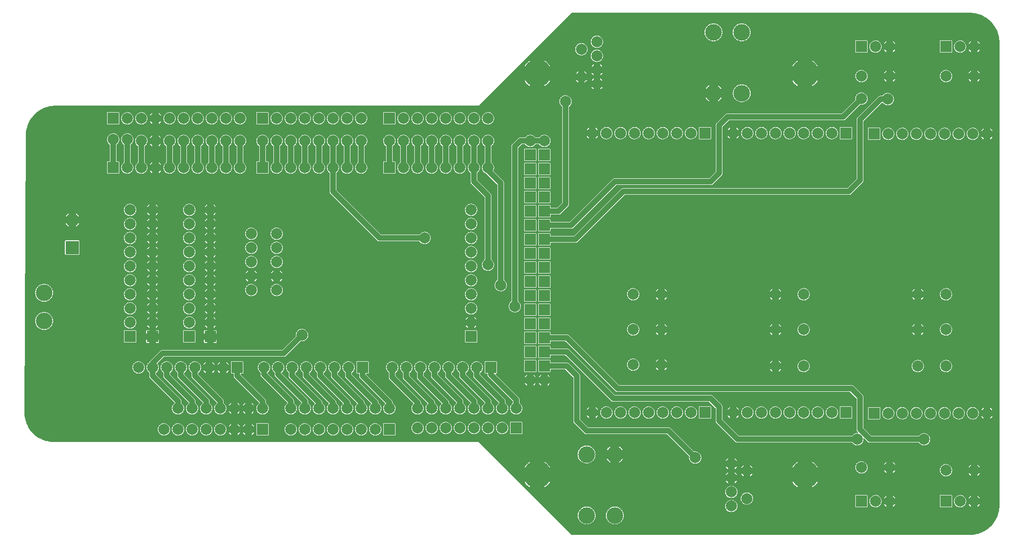
<source format=gtl>
G04 Layer: TopLayer*
G04 EasyEDA v6.4.19.5, 2021-04-15T14:22:44--3:00*
G04 56ca0cd20ace464db3ad8dc24ac0750e,59636247558045d2802cba280e4ac9d9,10*
G04 Gerber Generator version 0.2*
G04 Scale: 100 percent, Rotated: No, Reflected: No *
G04 Dimensions in inches *
G04 leading zeros omitted , absolute positions ,3 integer and 6 decimal *
%FSLAX36Y36*%
%MOIN*%

%ADD11C,0.0400*%
%ADD12C,0.0787*%
%ADD13C,0.0800*%
%ADD14C,0.1968*%
%ADD15R,0.0787X0.0787*%
%ADD16C,0.1181*%
%ADD17R,0.0945X0.0945*%
%ADD18C,0.0945*%

%LPD*%
G36*
X6650599Y-2859900D02*
G01*
X3825720Y-2859780D01*
X3824200Y-2859480D01*
X3822900Y-2858620D01*
X3167360Y-2203060D01*
X3165700Y-2201700D01*
X3163720Y-2200560D01*
X3161500Y-2199940D01*
X3159840Y-2199800D01*
X150080Y-2199900D01*
X137680Y-2199540D01*
X125520Y-2198460D01*
X113440Y-2196680D01*
X101480Y-2194200D01*
X89700Y-2191040D01*
X78100Y-2187200D01*
X66760Y-2182680D01*
X55700Y-2177520D01*
X44960Y-2171720D01*
X34560Y-2165300D01*
X24560Y-2158300D01*
X15000Y-2150720D01*
X5880Y-2142600D01*
X-2760Y-2133960D01*
X-10860Y-2124820D01*
X-18420Y-2115240D01*
X-25419Y-2105240D01*
X-31840Y-2094840D01*
X-37620Y-2084100D01*
X-42779Y-2073020D01*
X-47280Y-2061680D01*
X-51100Y-2050080D01*
X-54260Y-2038300D01*
X-56720Y-2026339D01*
X-58480Y-2014259D01*
X-59540Y-2002080D01*
X-59900Y-1989820D01*
X-49900Y-20299D01*
X-49540Y-7780D01*
X-48460Y4400D01*
X-46680Y16460D01*
X-44200Y28420D01*
X-41040Y40220D01*
X-37200Y51800D01*
X-32679Y63140D01*
X-27519Y74220D01*
X-21720Y84960D01*
X-15300Y95340D01*
X-8300Y105340D01*
X-720Y114920D01*
X7400Y124019D01*
X16040Y132660D01*
X25179Y140760D01*
X34760Y148340D01*
X44760Y155340D01*
X55160Y161740D01*
X65900Y167520D01*
X76980Y172680D01*
X88320Y177180D01*
X99920Y181020D01*
X111700Y184160D01*
X123660Y186640D01*
X135740Y188400D01*
X147920Y189460D01*
X160200Y189800D01*
X3159840Y189899D01*
X3161320Y190020D01*
X3164080Y190820D01*
X3166000Y191880D01*
X3167240Y192960D01*
X3823020Y848720D01*
X3824300Y849599D01*
X3825840Y849900D01*
X6649800Y849900D01*
X6662320Y849539D01*
X6674480Y848460D01*
X6686559Y846680D01*
X6698520Y844200D01*
X6710300Y841040D01*
X6721900Y837200D01*
X6733240Y832680D01*
X6744299Y827520D01*
X6755040Y821720D01*
X6765440Y815300D01*
X6775440Y808300D01*
X6785000Y800720D01*
X6794120Y792600D01*
X6802760Y783960D01*
X6810860Y774820D01*
X6818420Y765240D01*
X6825420Y755240D01*
X6831840Y744840D01*
X6837619Y734100D01*
X6842780Y723020D01*
X6847279Y711680D01*
X6851100Y700080D01*
X6854260Y688300D01*
X6856720Y676340D01*
X6858480Y664260D01*
X6859539Y652080D01*
X6859900Y639800D01*
X6859900Y-2649820D01*
X6859539Y-2662340D01*
X6858460Y-2674500D01*
X6856680Y-2686580D01*
X6854200Y-2698540D01*
X6851040Y-2710340D01*
X6847200Y-2721920D01*
X6842680Y-2733260D01*
X6837519Y-2744320D01*
X6831720Y-2755080D01*
X6825300Y-2765460D01*
X6818300Y-2775460D01*
X6810720Y-2785020D01*
X6802600Y-2794140D01*
X6793960Y-2802780D01*
X6784820Y-2810880D01*
X6775240Y-2818460D01*
X6765240Y-2825440D01*
X6754840Y-2831860D01*
X6744100Y-2837640D01*
X6733020Y-2842799D01*
X6721680Y-2847300D01*
X6710080Y-2851139D01*
X6698300Y-2854280D01*
X6686340Y-2856740D01*
X6674260Y-2858500D01*
X6662080Y-2859560D01*
G37*

%LPC*%
G36*
X3926580Y-2784180D02*
G01*
X3933420Y-2784180D01*
X3940200Y-2783440D01*
X3946880Y-2781980D01*
X3953360Y-2779780D01*
X3959560Y-2776920D01*
X3965400Y-2773399D01*
X3970840Y-2769260D01*
X3975800Y-2764560D01*
X3980220Y-2759360D01*
X3984060Y-2753700D01*
X3987260Y-2747679D01*
X3989780Y-2741320D01*
X3991620Y-2734740D01*
X3992720Y-2728000D01*
X3993080Y-2721180D01*
X3992720Y-2714360D01*
X3991620Y-2707620D01*
X3989780Y-2701040D01*
X3987260Y-2694700D01*
X3984060Y-2688660D01*
X3980220Y-2683000D01*
X3975800Y-2677799D01*
X3970840Y-2673100D01*
X3965400Y-2668960D01*
X3959560Y-2665440D01*
X3953360Y-2662580D01*
X3946880Y-2660400D01*
X3940200Y-2658920D01*
X3933420Y-2658180D01*
X3926580Y-2658180D01*
X3919800Y-2658920D01*
X3913120Y-2660400D01*
X3906640Y-2662580D01*
X3900440Y-2665440D01*
X3894600Y-2668960D01*
X3889160Y-2673100D01*
X3884200Y-2677799D01*
X3879780Y-2683000D01*
X3875940Y-2688660D01*
X3872740Y-2694700D01*
X3870220Y-2701040D01*
X3868380Y-2707620D01*
X3867280Y-2714360D01*
X3866900Y-2721180D01*
X3867280Y-2728000D01*
X3868380Y-2734740D01*
X3870220Y-2741320D01*
X3872740Y-2747679D01*
X3875940Y-2753700D01*
X3879780Y-2759360D01*
X3884200Y-2764560D01*
X3889160Y-2769260D01*
X3894600Y-2773399D01*
X3900440Y-2776920D01*
X3906640Y-2779780D01*
X3913120Y-2781980D01*
X3919800Y-2783440D01*
G37*
G36*
X4126580Y-2784180D02*
G01*
X4133420Y-2784180D01*
X4140200Y-2783440D01*
X4146880Y-2781980D01*
X4153360Y-2779780D01*
X4159560Y-2776920D01*
X4165400Y-2773399D01*
X4170840Y-2769260D01*
X4175800Y-2764560D01*
X4180220Y-2759360D01*
X4184060Y-2753700D01*
X4187260Y-2747679D01*
X4189780Y-2741320D01*
X4191620Y-2734740D01*
X4192720Y-2728000D01*
X4193080Y-2721180D01*
X4192720Y-2714360D01*
X4191620Y-2707620D01*
X4189780Y-2701040D01*
X4187260Y-2694700D01*
X4184060Y-2688660D01*
X4180220Y-2683000D01*
X4175800Y-2677799D01*
X4170840Y-2673100D01*
X4165400Y-2668960D01*
X4159560Y-2665440D01*
X4153360Y-2662580D01*
X4146880Y-2660400D01*
X4140200Y-2658920D01*
X4133420Y-2658180D01*
X4126580Y-2658180D01*
X4119800Y-2658920D01*
X4113120Y-2660400D01*
X4106640Y-2662580D01*
X4100440Y-2665440D01*
X4094600Y-2668960D01*
X4089160Y-2673100D01*
X4084200Y-2677799D01*
X4079780Y-2683000D01*
X4075940Y-2688660D01*
X4072740Y-2694700D01*
X4070220Y-2701040D01*
X4068380Y-2707620D01*
X4067280Y-2714360D01*
X4066900Y-2721180D01*
X4067280Y-2728000D01*
X4068380Y-2734740D01*
X4070220Y-2741320D01*
X4072740Y-2747679D01*
X4075940Y-2753700D01*
X4079780Y-2759360D01*
X4084200Y-2764560D01*
X4089160Y-2769260D01*
X4094600Y-2773399D01*
X4100440Y-2776920D01*
X4106640Y-2779780D01*
X4113120Y-2781980D01*
X4119800Y-2783440D01*
G37*
G36*
X4955380Y-2697640D02*
G01*
X4960940Y-2697460D01*
X4966420Y-2696560D01*
X4971760Y-2694980D01*
X4976840Y-2692740D01*
X4981600Y-2689840D01*
X4985960Y-2686380D01*
X4989820Y-2682380D01*
X4993140Y-2677919D01*
X4995880Y-2673080D01*
X4997960Y-2667919D01*
X4999380Y-2662540D01*
X5000080Y-2657040D01*
X5000080Y-2651480D01*
X4999380Y-2645960D01*
X4997960Y-2640580D01*
X4995880Y-2635419D01*
X4993140Y-2630580D01*
X4989820Y-2626120D01*
X4985960Y-2622120D01*
X4981600Y-2618660D01*
X4976840Y-2615779D01*
X4971760Y-2613519D01*
X4966420Y-2611940D01*
X4960940Y-2611060D01*
X4955380Y-2610880D01*
X4949840Y-2611400D01*
X4944420Y-2612640D01*
X4939200Y-2614560D01*
X4934280Y-2617140D01*
X4929720Y-2620320D01*
X4925600Y-2624060D01*
X4921980Y-2628300D01*
X4918960Y-2632960D01*
X4916540Y-2637960D01*
X4914780Y-2643240D01*
X4913720Y-2648700D01*
X4913380Y-2654260D01*
X4913720Y-2659800D01*
X4914780Y-2665260D01*
X4916540Y-2670539D01*
X4918960Y-2675560D01*
X4921980Y-2680220D01*
X4925600Y-2684440D01*
X4929720Y-2688180D01*
X4934280Y-2691360D01*
X4939200Y-2693940D01*
X4944420Y-2695860D01*
X4949840Y-2697100D01*
G37*
G36*
X6440940Y-2663420D02*
G01*
X6519059Y-2663420D01*
X6520599Y-2663159D01*
X6521720Y-2662600D01*
X6522600Y-2661720D01*
X6523160Y-2660600D01*
X6523420Y-2659060D01*
X6523420Y-2580940D01*
X6523160Y-2579400D01*
X6522600Y-2578279D01*
X6521720Y-2577400D01*
X6520599Y-2576840D01*
X6519059Y-2576600D01*
X6440940Y-2576600D01*
X6439400Y-2576840D01*
X6438280Y-2577400D01*
X6437400Y-2578279D01*
X6436840Y-2579400D01*
X6436600Y-2580940D01*
X6436600Y-2659060D01*
X6436840Y-2660600D01*
X6437400Y-2661720D01*
X6438280Y-2662600D01*
X6439400Y-2663159D01*
G37*
G36*
X5840940Y-2663420D02*
G01*
X5919059Y-2663420D01*
X5920599Y-2663159D01*
X5921720Y-2662600D01*
X5922600Y-2661720D01*
X5923160Y-2660600D01*
X5923420Y-2659060D01*
X5923420Y-2580940D01*
X5923160Y-2579400D01*
X5922600Y-2578279D01*
X5921720Y-2577400D01*
X5920599Y-2576840D01*
X5919059Y-2576600D01*
X5840940Y-2576600D01*
X5839400Y-2576840D01*
X5838280Y-2577400D01*
X5837400Y-2578279D01*
X5836840Y-2579400D01*
X5836600Y-2580940D01*
X5836600Y-2659060D01*
X5836840Y-2660600D01*
X5837400Y-2661720D01*
X5838280Y-2662600D01*
X5839400Y-2663159D01*
G37*
G36*
X5981400Y-2663380D02*
G01*
X5986920Y-2662840D01*
X5992340Y-2661600D01*
X5997560Y-2659680D01*
X6002500Y-2657120D01*
X6007060Y-2653940D01*
X6011180Y-2650200D01*
X6014779Y-2645960D01*
X6017820Y-2641300D01*
X6020220Y-2636280D01*
X6021980Y-2631000D01*
X6023040Y-2625560D01*
X6023400Y-2620000D01*
X6023040Y-2614440D01*
X6021980Y-2609000D01*
X6020220Y-2603720D01*
X6017820Y-2598700D01*
X6014779Y-2594040D01*
X6011180Y-2589800D01*
X6007060Y-2586060D01*
X6002500Y-2582880D01*
X5997560Y-2580320D01*
X5992340Y-2578399D01*
X5986920Y-2577160D01*
X5981400Y-2576620D01*
X5975839Y-2576800D01*
X5970340Y-2577679D01*
X5965019Y-2579260D01*
X5959920Y-2581520D01*
X5955160Y-2584400D01*
X5950820Y-2587880D01*
X5946960Y-2591860D01*
X5943620Y-2596320D01*
X5940900Y-2601160D01*
X5938800Y-2606320D01*
X5937400Y-2611700D01*
X5936680Y-2617220D01*
X5936680Y-2622780D01*
X5937400Y-2628300D01*
X5938800Y-2633680D01*
X5940900Y-2638840D01*
X5943620Y-2643680D01*
X5946960Y-2648140D01*
X5950820Y-2652120D01*
X5955160Y-2655600D01*
X5959920Y-2658480D01*
X5965019Y-2660740D01*
X5970340Y-2662320D01*
X5975839Y-2663200D01*
G37*
G36*
X6581400Y-2663380D02*
G01*
X6586920Y-2662840D01*
X6592340Y-2661600D01*
X6597560Y-2659680D01*
X6602500Y-2657120D01*
X6607060Y-2653940D01*
X6611180Y-2650200D01*
X6614779Y-2645960D01*
X6617820Y-2641300D01*
X6620220Y-2636280D01*
X6621980Y-2631000D01*
X6623040Y-2625560D01*
X6623400Y-2620000D01*
X6623040Y-2614440D01*
X6621980Y-2609000D01*
X6620220Y-2603720D01*
X6617820Y-2598700D01*
X6614779Y-2594040D01*
X6611180Y-2589800D01*
X6607060Y-2586060D01*
X6602500Y-2582880D01*
X6597560Y-2580320D01*
X6592340Y-2578399D01*
X6586920Y-2577160D01*
X6581400Y-2576620D01*
X6575839Y-2576800D01*
X6570340Y-2577679D01*
X6565019Y-2579260D01*
X6559920Y-2581520D01*
X6555160Y-2584400D01*
X6550820Y-2587880D01*
X6546960Y-2591860D01*
X6543620Y-2596320D01*
X6540900Y-2601160D01*
X6538800Y-2606320D01*
X6537400Y-2611700D01*
X6536680Y-2617220D01*
X6536680Y-2622780D01*
X6537400Y-2628300D01*
X6538800Y-2633680D01*
X6540900Y-2638840D01*
X6543620Y-2643680D01*
X6546960Y-2648140D01*
X6550820Y-2652120D01*
X6555160Y-2655600D01*
X6559920Y-2658480D01*
X6565019Y-2660740D01*
X6570340Y-2662320D01*
X6575839Y-2663200D01*
G37*
G36*
X6102180Y-2659480D02*
G01*
X6104320Y-2658300D01*
X6108920Y-2654960D01*
X6113080Y-2651060D01*
X6116700Y-2646660D01*
X6119560Y-2642180D01*
X6102180Y-2642180D01*
G37*
G36*
X6702180Y-2659480D02*
G01*
X6704320Y-2658300D01*
X6708920Y-2654960D01*
X6713080Y-2651060D01*
X6716700Y-2646660D01*
X6719560Y-2642180D01*
X6702180Y-2642180D01*
G37*
G36*
X6657820Y-2659480D02*
G01*
X6657820Y-2642180D01*
X6640440Y-2642180D01*
X6643300Y-2646660D01*
X6646920Y-2651060D01*
X6651079Y-2654960D01*
X6655680Y-2658300D01*
G37*
G36*
X6057820Y-2659480D02*
G01*
X6057820Y-2642180D01*
X6040440Y-2642180D01*
X6043300Y-2646660D01*
X6046920Y-2651060D01*
X6051079Y-2654960D01*
X6055680Y-2658300D01*
G37*
G36*
X5065620Y-2644480D02*
G01*
X5071180Y-2644300D01*
X5076660Y-2643420D01*
X5082000Y-2641840D01*
X5087080Y-2639580D01*
X5091840Y-2636700D01*
X5096180Y-2633240D01*
X5100060Y-2629240D01*
X5103380Y-2624780D01*
X5106120Y-2619940D01*
X5108200Y-2614780D01*
X5109600Y-2609400D01*
X5110320Y-2603880D01*
X5110320Y-2598320D01*
X5109600Y-2592799D01*
X5108200Y-2587420D01*
X5106120Y-2582280D01*
X5103380Y-2577420D01*
X5100060Y-2572960D01*
X5096180Y-2568980D01*
X5091840Y-2565500D01*
X5087080Y-2562620D01*
X5082000Y-2560380D01*
X5076660Y-2558780D01*
X5071180Y-2557900D01*
X5065620Y-2557720D01*
X5060080Y-2558260D01*
X5054660Y-2559500D01*
X5049440Y-2561420D01*
X5044500Y-2563980D01*
X5039940Y-2567160D01*
X5035840Y-2570899D01*
X5032220Y-2575140D01*
X5029200Y-2579800D01*
X5026780Y-2584820D01*
X5025020Y-2590100D01*
X5023960Y-2595560D01*
X5023600Y-2601100D01*
X5023960Y-2606660D01*
X5025020Y-2612120D01*
X5026780Y-2617380D01*
X5029200Y-2622400D01*
X5032220Y-2627060D01*
X5035840Y-2631300D01*
X5039940Y-2635040D01*
X5044500Y-2638220D01*
X5049440Y-2640779D01*
X5054660Y-2642700D01*
X5060080Y-2643940D01*
G37*
G36*
X6040440Y-2597820D02*
G01*
X6057820Y-2597820D01*
X6057820Y-2580520D01*
X6055680Y-2581700D01*
X6051079Y-2585040D01*
X6046920Y-2588940D01*
X6043300Y-2593340D01*
G37*
G36*
X6640440Y-2597820D02*
G01*
X6657820Y-2597820D01*
X6657820Y-2580520D01*
X6655680Y-2581700D01*
X6651079Y-2585040D01*
X6646920Y-2588940D01*
X6643300Y-2593340D01*
G37*
G36*
X6702180Y-2597820D02*
G01*
X6719560Y-2597820D01*
X6716700Y-2593340D01*
X6713080Y-2588940D01*
X6708920Y-2585040D01*
X6704320Y-2581700D01*
X6702180Y-2580520D01*
G37*
G36*
X6102180Y-2597820D02*
G01*
X6119560Y-2597820D01*
X6116700Y-2593340D01*
X6113080Y-2588940D01*
X6108920Y-2585040D01*
X6104320Y-2581700D01*
X6102180Y-2580520D01*
G37*
G36*
X4955380Y-2597640D02*
G01*
X4960940Y-2597460D01*
X4966420Y-2596560D01*
X4971760Y-2594980D01*
X4976840Y-2592740D01*
X4981600Y-2589840D01*
X4985960Y-2586380D01*
X4989820Y-2582380D01*
X4993140Y-2577919D01*
X4995880Y-2573080D01*
X4997960Y-2567919D01*
X4999380Y-2562540D01*
X5000080Y-2557040D01*
X5000080Y-2551480D01*
X4999380Y-2545960D01*
X4997960Y-2540580D01*
X4995880Y-2535420D01*
X4993140Y-2530580D01*
X4989820Y-2526120D01*
X4985960Y-2522120D01*
X4981600Y-2518660D01*
X4976840Y-2515780D01*
X4971760Y-2513520D01*
X4966420Y-2511940D01*
X4960940Y-2511060D01*
X4955380Y-2510880D01*
X4949840Y-2511400D01*
X4944420Y-2512640D01*
X4939200Y-2514560D01*
X4934280Y-2517140D01*
X4929720Y-2520320D01*
X4925600Y-2524060D01*
X4921980Y-2528300D01*
X4918960Y-2532960D01*
X4916540Y-2537960D01*
X4914780Y-2543240D01*
X4913720Y-2548700D01*
X4913380Y-2554260D01*
X4913720Y-2559800D01*
X4914780Y-2565260D01*
X4916540Y-2570539D01*
X4918960Y-2575560D01*
X4921980Y-2580220D01*
X4925600Y-2584440D01*
X4929720Y-2588180D01*
X4934280Y-2591360D01*
X4939200Y-2593940D01*
X4944420Y-2595860D01*
X4949840Y-2597100D01*
G37*
G36*
X3631720Y-2520620D02*
G01*
X3634760Y-2518920D01*
X3642100Y-2513960D01*
X3649000Y-2508400D01*
X3655400Y-2502260D01*
X3661259Y-2495600D01*
X3666520Y-2488480D01*
X3670680Y-2481720D01*
X3631720Y-2481720D01*
G37*
G36*
X5531720Y-2520620D02*
G01*
X5534760Y-2518920D01*
X5542100Y-2513960D01*
X5549000Y-2508400D01*
X5555400Y-2502260D01*
X5561260Y-2495600D01*
X5566520Y-2488480D01*
X5570680Y-2481720D01*
X5531720Y-2481720D01*
G37*
G36*
X5428280Y-2520620D02*
G01*
X5428280Y-2481720D01*
X5389320Y-2481720D01*
X5393480Y-2488480D01*
X5398740Y-2495600D01*
X5404600Y-2502260D01*
X5411000Y-2508400D01*
X5417900Y-2513960D01*
X5425240Y-2518920D01*
G37*
G36*
X3528279Y-2520620D02*
G01*
X3528279Y-2481720D01*
X3489320Y-2481720D01*
X3493480Y-2488480D01*
X3498740Y-2495600D01*
X3504600Y-2502260D01*
X3511000Y-2508400D01*
X3517900Y-2513960D01*
X3525240Y-2518920D01*
G37*
G36*
X4978960Y-2493740D02*
G01*
X4981080Y-2492560D01*
X4985700Y-2489220D01*
X4989840Y-2485320D01*
X4993480Y-2480920D01*
X4996320Y-2476440D01*
X4978960Y-2476440D01*
G37*
G36*
X4934580Y-2493740D02*
G01*
X4934580Y-2476440D01*
X4917220Y-2476440D01*
X4920060Y-2480920D01*
X4923700Y-2485320D01*
X4927860Y-2489220D01*
X4932460Y-2492560D01*
G37*
G36*
X5089200Y-2443740D02*
G01*
X5091320Y-2442560D01*
X5095920Y-2439220D01*
X5100080Y-2435320D01*
X5103720Y-2430920D01*
X5106560Y-2426440D01*
X5089200Y-2426440D01*
G37*
G36*
X5044820Y-2443740D02*
G01*
X5044820Y-2426440D01*
X5027460Y-2426440D01*
X5030300Y-2430920D01*
X5033940Y-2435320D01*
X5038080Y-2439220D01*
X5042700Y-2442560D01*
G37*
G36*
X6478600Y-2443380D02*
G01*
X6484160Y-2443200D01*
X6489660Y-2442320D01*
X6494980Y-2440740D01*
X6500080Y-2438480D01*
X6504840Y-2435600D01*
X6509180Y-2432120D01*
X6513040Y-2428140D01*
X6516380Y-2423680D01*
X6519100Y-2418840D01*
X6521200Y-2413680D01*
X6522600Y-2408300D01*
X6523320Y-2402780D01*
X6523320Y-2397220D01*
X6522600Y-2391700D01*
X6521200Y-2386320D01*
X6519100Y-2381160D01*
X6516380Y-2376320D01*
X6513040Y-2371860D01*
X6509180Y-2367880D01*
X6504840Y-2364400D01*
X6500080Y-2361520D01*
X6494980Y-2359260D01*
X6489660Y-2357680D01*
X6484160Y-2356800D01*
X6478600Y-2356620D01*
X6473080Y-2357160D01*
X6467660Y-2358400D01*
X6462440Y-2360320D01*
X6457500Y-2362880D01*
X6452940Y-2366060D01*
X6448819Y-2369800D01*
X6445220Y-2374040D01*
X6442180Y-2378700D01*
X6439779Y-2383720D01*
X6438020Y-2389000D01*
X6436960Y-2394440D01*
X6436600Y-2400000D01*
X6436960Y-2405560D01*
X6438020Y-2411000D01*
X6439779Y-2416280D01*
X6442180Y-2421300D01*
X6445220Y-2425960D01*
X6448819Y-2430200D01*
X6452940Y-2433940D01*
X6457500Y-2437120D01*
X6462440Y-2439680D01*
X6467660Y-2441600D01*
X6473080Y-2442840D01*
G37*
G36*
X6702180Y-2439480D02*
G01*
X6704320Y-2438300D01*
X6708920Y-2434960D01*
X6713080Y-2431060D01*
X6716700Y-2426660D01*
X6719560Y-2422180D01*
X6702180Y-2422180D01*
G37*
G36*
X6657820Y-2439480D02*
G01*
X6657820Y-2422180D01*
X6640440Y-2422180D01*
X6643300Y-2426660D01*
X6646920Y-2431060D01*
X6651079Y-2434960D01*
X6655680Y-2438300D01*
G37*
G36*
X4996320Y-2432080D02*
G01*
X4993480Y-2427580D01*
X4989840Y-2423200D01*
X4985700Y-2419300D01*
X4981080Y-2415940D01*
X4978960Y-2414780D01*
X4978960Y-2432060D01*
G37*
G36*
X4917220Y-2432060D02*
G01*
X4934580Y-2432060D01*
X4934580Y-2414780D01*
X4932460Y-2415940D01*
X4927860Y-2419300D01*
X4923700Y-2423200D01*
X4920060Y-2427580D01*
G37*
G36*
X5878600Y-2423380D02*
G01*
X5884160Y-2423200D01*
X5889660Y-2422320D01*
X5894980Y-2420740D01*
X5900080Y-2418480D01*
X5904840Y-2415600D01*
X5909180Y-2412120D01*
X5913040Y-2408140D01*
X5916380Y-2403680D01*
X5919100Y-2398840D01*
X5921200Y-2393680D01*
X5922600Y-2388300D01*
X5923320Y-2382780D01*
X5923320Y-2377220D01*
X5922600Y-2371700D01*
X5921200Y-2366320D01*
X5919100Y-2361160D01*
X5916380Y-2356320D01*
X5913040Y-2351860D01*
X5909180Y-2347880D01*
X5904840Y-2344400D01*
X5900080Y-2341520D01*
X5894980Y-2339260D01*
X5889660Y-2337680D01*
X5884160Y-2336800D01*
X5878600Y-2336620D01*
X5873080Y-2337160D01*
X5867660Y-2338400D01*
X5862440Y-2340320D01*
X5857500Y-2342880D01*
X5852940Y-2346060D01*
X5848819Y-2349800D01*
X5845220Y-2354040D01*
X5842180Y-2358700D01*
X5839779Y-2363720D01*
X5838020Y-2369000D01*
X5836960Y-2374440D01*
X5836600Y-2380000D01*
X5836960Y-2385560D01*
X5838020Y-2391000D01*
X5839779Y-2396280D01*
X5842180Y-2401300D01*
X5845220Y-2405960D01*
X5848819Y-2410200D01*
X5852940Y-2413940D01*
X5857500Y-2417120D01*
X5862440Y-2419680D01*
X5867660Y-2421600D01*
X5873080Y-2422840D01*
G37*
G36*
X6102180Y-2419480D02*
G01*
X6104320Y-2418300D01*
X6108920Y-2414960D01*
X6113080Y-2411060D01*
X6116700Y-2406660D01*
X6119560Y-2402180D01*
X6102180Y-2402180D01*
G37*
G36*
X6057820Y-2419480D02*
G01*
X6057820Y-2402180D01*
X6040440Y-2402180D01*
X6043300Y-2406660D01*
X6046920Y-2411060D01*
X6051079Y-2414960D01*
X6055680Y-2418300D01*
G37*
G36*
X4978960Y-2393740D02*
G01*
X4981080Y-2392560D01*
X4985700Y-2389220D01*
X4989840Y-2385320D01*
X4993480Y-2380920D01*
X4996320Y-2376440D01*
X4978960Y-2376440D01*
G37*
G36*
X4934580Y-2393740D02*
G01*
X4934580Y-2376440D01*
X4917220Y-2376440D01*
X4920060Y-2380920D01*
X4923700Y-2385320D01*
X4927860Y-2389220D01*
X4932460Y-2392560D01*
G37*
G36*
X5106560Y-2382080D02*
G01*
X5103720Y-2377580D01*
X5100080Y-2373200D01*
X5095920Y-2369300D01*
X5091320Y-2365940D01*
X5089200Y-2364780D01*
X5089200Y-2382060D01*
G37*
G36*
X5027460Y-2382060D02*
G01*
X5044820Y-2382060D01*
X5044820Y-2364780D01*
X5042700Y-2365940D01*
X5038080Y-2369300D01*
X5033940Y-2373200D01*
X5030300Y-2377580D01*
G37*
G36*
X5389320Y-2378280D02*
G01*
X5428280Y-2378280D01*
X5428280Y-2339380D01*
X5425240Y-2341080D01*
X5417900Y-2346040D01*
X5411000Y-2351600D01*
X5404600Y-2357740D01*
X5398740Y-2364400D01*
X5393480Y-2371520D01*
G37*
G36*
X3489320Y-2378280D02*
G01*
X3528279Y-2378280D01*
X3528279Y-2339380D01*
X3525240Y-2341080D01*
X3517900Y-2346040D01*
X3511000Y-2351600D01*
X3504600Y-2357740D01*
X3498740Y-2364400D01*
X3493480Y-2371520D01*
G37*
G36*
X3631720Y-2378280D02*
G01*
X3670680Y-2378280D01*
X3666520Y-2371520D01*
X3661259Y-2364400D01*
X3655400Y-2357740D01*
X3649000Y-2351600D01*
X3642100Y-2346040D01*
X3634760Y-2341080D01*
X3631720Y-2339380D01*
G37*
G36*
X5531720Y-2378280D02*
G01*
X5570680Y-2378280D01*
X5566520Y-2371520D01*
X5561260Y-2364400D01*
X5555400Y-2357740D01*
X5549000Y-2351600D01*
X5542100Y-2346040D01*
X5534760Y-2341080D01*
X5531720Y-2339380D01*
G37*
G36*
X6640440Y-2377820D02*
G01*
X6657820Y-2377820D01*
X6657820Y-2360520D01*
X6655680Y-2361700D01*
X6651079Y-2365040D01*
X6646920Y-2368940D01*
X6643300Y-2373340D01*
G37*
G36*
X6702180Y-2377820D02*
G01*
X6719560Y-2377820D01*
X6716700Y-2373340D01*
X6713080Y-2368940D01*
X6708920Y-2365040D01*
X6704320Y-2361700D01*
X6702180Y-2360520D01*
G37*
G36*
X6040440Y-2357820D02*
G01*
X6057820Y-2357820D01*
X6057820Y-2340520D01*
X6055680Y-2341700D01*
X6051079Y-2345040D01*
X6046920Y-2348940D01*
X6043300Y-2353340D01*
G37*
G36*
X6102180Y-2357820D02*
G01*
X6119560Y-2357820D01*
X6116700Y-2353340D01*
X6113080Y-2348940D01*
X6108920Y-2345040D01*
X6104320Y-2341700D01*
X6102180Y-2340520D01*
G37*
G36*
X4698600Y-2353380D02*
G01*
X4704160Y-2353200D01*
X4709660Y-2352320D01*
X4714980Y-2350740D01*
X4720080Y-2348480D01*
X4724840Y-2345600D01*
X4729180Y-2342120D01*
X4733040Y-2338140D01*
X4736380Y-2333680D01*
X4739100Y-2328840D01*
X4741200Y-2323680D01*
X4742600Y-2318300D01*
X4743320Y-2312780D01*
X4743320Y-2307220D01*
X4742600Y-2301700D01*
X4741200Y-2296320D01*
X4739100Y-2291160D01*
X4736380Y-2286320D01*
X4733040Y-2281860D01*
X4729180Y-2277880D01*
X4724840Y-2274400D01*
X4720080Y-2271520D01*
X4714980Y-2269260D01*
X4709660Y-2267680D01*
X4704160Y-2266800D01*
X4698600Y-2266620D01*
X4693200Y-2267140D01*
X4691460Y-2266920D01*
X4689980Y-2265980D01*
X4527080Y-2103080D01*
X4524040Y-2100480D01*
X4520640Y-2098440D01*
X4516940Y-2096980D01*
X4513880Y-2096279D01*
X4513060Y-2096160D01*
X4509880Y-2095960D01*
X3941620Y-2095960D01*
X3940080Y-2095660D01*
X3938780Y-2094780D01*
X3885220Y-2041220D01*
X3884340Y-2039920D01*
X3884040Y-2038380D01*
X3884040Y-1730120D01*
X3883840Y-1726940D01*
X3883720Y-1726120D01*
X3883020Y-1723060D01*
X3881560Y-1719360D01*
X3879520Y-1715960D01*
X3876920Y-1712920D01*
X3807080Y-1643080D01*
X3804040Y-1640480D01*
X3800640Y-1638440D01*
X3796940Y-1636980D01*
X3793880Y-1636279D01*
X3793060Y-1636160D01*
X3789880Y-1635960D01*
X3677420Y-1635960D01*
X3675880Y-1635660D01*
X3674580Y-1634780D01*
X3673720Y-1633500D01*
X3673420Y-1631960D01*
X3673420Y-1620940D01*
X3673159Y-1619400D01*
X3672600Y-1618280D01*
X3671720Y-1617400D01*
X3670600Y-1616840D01*
X3669060Y-1616600D01*
X3590940Y-1616600D01*
X3589400Y-1616840D01*
X3588279Y-1617400D01*
X3587400Y-1618280D01*
X3586840Y-1619400D01*
X3586600Y-1620940D01*
X3586600Y-1699060D01*
X3586840Y-1700600D01*
X3587400Y-1701720D01*
X3588279Y-1702600D01*
X3589400Y-1703160D01*
X3590940Y-1703420D01*
X3669060Y-1703420D01*
X3670600Y-1703160D01*
X3671720Y-1702600D01*
X3672600Y-1701720D01*
X3673159Y-1700600D01*
X3673420Y-1699060D01*
X3673420Y-1688040D01*
X3673720Y-1686500D01*
X3674580Y-1685220D01*
X3675880Y-1684340D01*
X3677420Y-1684040D01*
X3778380Y-1684040D01*
X3779920Y-1684340D01*
X3781220Y-1685220D01*
X3834780Y-1738779D01*
X3835659Y-1740080D01*
X3835960Y-1741620D01*
X3835960Y-2049880D01*
X3836160Y-2053060D01*
X3836280Y-2053880D01*
X3836980Y-2056940D01*
X3838440Y-2060640D01*
X3840480Y-2064040D01*
X3843080Y-2067080D01*
X3912919Y-2136920D01*
X3915960Y-2139520D01*
X3919360Y-2141560D01*
X3923060Y-2143020D01*
X3926120Y-2143720D01*
X3926940Y-2143840D01*
X3930120Y-2144040D01*
X4498380Y-2144040D01*
X4499920Y-2144340D01*
X4501220Y-2145220D01*
X4656020Y-2300020D01*
X4656780Y-2301080D01*
X4657160Y-2302320D01*
X4656600Y-2310000D01*
X4656960Y-2315560D01*
X4658020Y-2321000D01*
X4659780Y-2326280D01*
X4662180Y-2331300D01*
X4665220Y-2335960D01*
X4668820Y-2340200D01*
X4672940Y-2343940D01*
X4677500Y-2347120D01*
X4682440Y-2349680D01*
X4687660Y-2351600D01*
X4693080Y-2352840D01*
G37*
G36*
X3925800Y-2351100D02*
G01*
X3932620Y-2351100D01*
X3939420Y-2350360D01*
X3946100Y-2348900D01*
X3952559Y-2346720D01*
X3958759Y-2343860D01*
X3964620Y-2340320D01*
X3970059Y-2336200D01*
X3975020Y-2331500D01*
X3979440Y-2326280D01*
X3983279Y-2320640D01*
X3986480Y-2314600D01*
X3989000Y-2308260D01*
X3990820Y-2301680D01*
X3991940Y-2294940D01*
X3992300Y-2288120D01*
X3991940Y-2281280D01*
X3990820Y-2274540D01*
X3989000Y-2267960D01*
X3986480Y-2261620D01*
X3983279Y-2255580D01*
X3979440Y-2249940D01*
X3975020Y-2244720D01*
X3970059Y-2240020D01*
X3964620Y-2235900D01*
X3958759Y-2232380D01*
X3952559Y-2229500D01*
X3946100Y-2227320D01*
X3939420Y-2225860D01*
X3932620Y-2225120D01*
X3925800Y-2225120D01*
X3919000Y-2225860D01*
X3912340Y-2227320D01*
X3905860Y-2229500D01*
X3899660Y-2232380D01*
X3893800Y-2235900D01*
X3888360Y-2240020D01*
X3883399Y-2244720D01*
X3878980Y-2249940D01*
X3875160Y-2255580D01*
X3871960Y-2261620D01*
X3869420Y-2267960D01*
X3867600Y-2274540D01*
X3866500Y-2281280D01*
X3866120Y-2288120D01*
X3866500Y-2294940D01*
X3867600Y-2301680D01*
X3869420Y-2308260D01*
X3871960Y-2314600D01*
X3875160Y-2320640D01*
X3878980Y-2326280D01*
X3883399Y-2331500D01*
X3888360Y-2336200D01*
X3893800Y-2340320D01*
X3899660Y-2343860D01*
X3905860Y-2346720D01*
X3912340Y-2348900D01*
X3919000Y-2350360D01*
G37*
G36*
X4097180Y-2344700D02*
G01*
X4097180Y-2320140D01*
X4072640Y-2320140D01*
X4073159Y-2321140D01*
X4076980Y-2326900D01*
X4081400Y-2332240D01*
X4086360Y-2337080D01*
X4091820Y-2341340D01*
G37*
G36*
X4161240Y-2344640D02*
G01*
X4163720Y-2343260D01*
X4169380Y-2339280D01*
X4174600Y-2334720D01*
X4179300Y-2329640D01*
X4183420Y-2324080D01*
X4185740Y-2320140D01*
X4161240Y-2320140D01*
G37*
G36*
X4996320Y-2332080D02*
G01*
X4993480Y-2327580D01*
X4989840Y-2323200D01*
X4985700Y-2319300D01*
X4981080Y-2315940D01*
X4978960Y-2314780D01*
X4978960Y-2332060D01*
G37*
G36*
X4917220Y-2332060D02*
G01*
X4934580Y-2332060D01*
X4934580Y-2314780D01*
X4932460Y-2315940D01*
X4927860Y-2319300D01*
X4923700Y-2323200D01*
X4920060Y-2327580D01*
G37*
G36*
X4161240Y-2256080D02*
G01*
X4185740Y-2256080D01*
X4183420Y-2252140D01*
X4179300Y-2246580D01*
X4174600Y-2241500D01*
X4169380Y-2236940D01*
X4163720Y-2232960D01*
X4161240Y-2231580D01*
G37*
G36*
X4072640Y-2256080D02*
G01*
X4097180Y-2256080D01*
X4097180Y-2231520D01*
X4091820Y-2234880D01*
X4086360Y-2239140D01*
X4081400Y-2243980D01*
X4076980Y-2249320D01*
X4073159Y-2255080D01*
G37*
G36*
X5848600Y-2223380D02*
G01*
X5854160Y-2223200D01*
X5859660Y-2222320D01*
X5864980Y-2220740D01*
X5870080Y-2218480D01*
X5874840Y-2215600D01*
X5879180Y-2212120D01*
X5883040Y-2208140D01*
X5886380Y-2203680D01*
X5889100Y-2198840D01*
X5891200Y-2193680D01*
X5892600Y-2188300D01*
X5893320Y-2182780D01*
X5893320Y-2176960D01*
X5893620Y-2175440D01*
X5894480Y-2174140D01*
X5895780Y-2173280D01*
X5897320Y-2172960D01*
X5898840Y-2173280D01*
X5900140Y-2174140D01*
X5922920Y-2196920D01*
X5925960Y-2199520D01*
X5929360Y-2201560D01*
X5933060Y-2203020D01*
X5936120Y-2203720D01*
X5936940Y-2203840D01*
X5940119Y-2204040D01*
X6286660Y-2204040D01*
X6287960Y-2204260D01*
X6289120Y-2204880D01*
X6293680Y-2210200D01*
X6297800Y-2213940D01*
X6302360Y-2217120D01*
X6307300Y-2219680D01*
X6312519Y-2221600D01*
X6317940Y-2222840D01*
X6323480Y-2223380D01*
X6329040Y-2223200D01*
X6334520Y-2222320D01*
X6339860Y-2220740D01*
X6344940Y-2218480D01*
X6349700Y-2215600D01*
X6354040Y-2212120D01*
X6357920Y-2208140D01*
X6361240Y-2203680D01*
X6363960Y-2198840D01*
X6366060Y-2193680D01*
X6367460Y-2188300D01*
X6368180Y-2182780D01*
X6368180Y-2177220D01*
X6367460Y-2171700D01*
X6366060Y-2166320D01*
X6363960Y-2161160D01*
X6361240Y-2156320D01*
X6357920Y-2151860D01*
X6354040Y-2147880D01*
X6349700Y-2144400D01*
X6344940Y-2141520D01*
X6339860Y-2139260D01*
X6334520Y-2137680D01*
X6329040Y-2136800D01*
X6323480Y-2136620D01*
X6317940Y-2137160D01*
X6312519Y-2138400D01*
X6307300Y-2140320D01*
X6302360Y-2142880D01*
X6297800Y-2146060D01*
X6293680Y-2149800D01*
X6289120Y-2155120D01*
X6287960Y-2155740D01*
X6286660Y-2155960D01*
X5951620Y-2155960D01*
X5950080Y-2155660D01*
X5948780Y-2154780D01*
X5895220Y-2101220D01*
X5894340Y-2099920D01*
X5894040Y-2098380D01*
X5894040Y-1880120D01*
X5893840Y-1876940D01*
X5893720Y-1876120D01*
X5893020Y-1873060D01*
X5891559Y-1869360D01*
X5889520Y-1865960D01*
X5886920Y-1862920D01*
X5827080Y-1803080D01*
X5824040Y-1800480D01*
X5820640Y-1798440D01*
X5816940Y-1796980D01*
X5813880Y-1796279D01*
X5813060Y-1796160D01*
X5809880Y-1795960D01*
X4161620Y-1795960D01*
X4160080Y-1795660D01*
X4158780Y-1794780D01*
X3807080Y-1443080D01*
X3804040Y-1440480D01*
X3800640Y-1438440D01*
X3796940Y-1436980D01*
X3793880Y-1436279D01*
X3793060Y-1436160D01*
X3789880Y-1435960D01*
X3677420Y-1435960D01*
X3675880Y-1435660D01*
X3674580Y-1434780D01*
X3673720Y-1433500D01*
X3673420Y-1431960D01*
X3673420Y-1420940D01*
X3673159Y-1419400D01*
X3672600Y-1418280D01*
X3671720Y-1417400D01*
X3670600Y-1416840D01*
X3669060Y-1416600D01*
X3590940Y-1416600D01*
X3589400Y-1416840D01*
X3588279Y-1417400D01*
X3587400Y-1418280D01*
X3586840Y-1419400D01*
X3586600Y-1420940D01*
X3586600Y-1499060D01*
X3586840Y-1500600D01*
X3587400Y-1501720D01*
X3588279Y-1502600D01*
X3589400Y-1503160D01*
X3590940Y-1503420D01*
X3669060Y-1503420D01*
X3670600Y-1503160D01*
X3671720Y-1502600D01*
X3672600Y-1501720D01*
X3673159Y-1500600D01*
X3673420Y-1499060D01*
X3673420Y-1488040D01*
X3673720Y-1486500D01*
X3674580Y-1485220D01*
X3675880Y-1484340D01*
X3677420Y-1484040D01*
X3778380Y-1484040D01*
X3779920Y-1484340D01*
X3781220Y-1485220D01*
X4132919Y-1836920D01*
X4135960Y-1839520D01*
X4139360Y-1841560D01*
X4143060Y-1843020D01*
X4146120Y-1843720D01*
X4146940Y-1843839D01*
X4150120Y-1844040D01*
X5798380Y-1844040D01*
X5799920Y-1844340D01*
X5801220Y-1845220D01*
X5844779Y-1888779D01*
X5845660Y-1890080D01*
X5845960Y-1891620D01*
X5845960Y-2109880D01*
X5846160Y-2113060D01*
X5846280Y-2113880D01*
X5846980Y-2116940D01*
X5848440Y-2120640D01*
X5850480Y-2124040D01*
X5853080Y-2127080D01*
X5855940Y-2129940D01*
X5856820Y-2131260D01*
X5857100Y-2132800D01*
X5856780Y-2134360D01*
X5855880Y-2135660D01*
X5854539Y-2136500D01*
X5852980Y-2136760D01*
X5848600Y-2136620D01*
X5843080Y-2137160D01*
X5837660Y-2138400D01*
X5832440Y-2140320D01*
X5827500Y-2142880D01*
X5822940Y-2146060D01*
X5818819Y-2149800D01*
X5814260Y-2155120D01*
X5813099Y-2155740D01*
X5811799Y-2155960D01*
X5011620Y-2155960D01*
X5010080Y-2155660D01*
X5008780Y-2154780D01*
X4895220Y-2041220D01*
X4894340Y-2039920D01*
X4894040Y-2038380D01*
X4894040Y-1950120D01*
X4893840Y-1946940D01*
X4893720Y-1946120D01*
X4893020Y-1943060D01*
X4891560Y-1939360D01*
X4889520Y-1935960D01*
X4886920Y-1932920D01*
X4827080Y-1873080D01*
X4824040Y-1870480D01*
X4820640Y-1868440D01*
X4816940Y-1866980D01*
X4813880Y-1866279D01*
X4813060Y-1866160D01*
X4809880Y-1865960D01*
X4131620Y-1865960D01*
X4130080Y-1865660D01*
X4128780Y-1864780D01*
X3807080Y-1543080D01*
X3804040Y-1540480D01*
X3800640Y-1538440D01*
X3796940Y-1536980D01*
X3793880Y-1536279D01*
X3793060Y-1536160D01*
X3789880Y-1535960D01*
X3677420Y-1535960D01*
X3675880Y-1535660D01*
X3674580Y-1534780D01*
X3673720Y-1533500D01*
X3673420Y-1531960D01*
X3673420Y-1520940D01*
X3673159Y-1519400D01*
X3672600Y-1518280D01*
X3671720Y-1517400D01*
X3670600Y-1516840D01*
X3669060Y-1516600D01*
X3590940Y-1516600D01*
X3589400Y-1516840D01*
X3588279Y-1517400D01*
X3587400Y-1518280D01*
X3586840Y-1519400D01*
X3586600Y-1520940D01*
X3586600Y-1599060D01*
X3586840Y-1600600D01*
X3587400Y-1601720D01*
X3588279Y-1602600D01*
X3589400Y-1603160D01*
X3590940Y-1603420D01*
X3669060Y-1603420D01*
X3670600Y-1603160D01*
X3671720Y-1602600D01*
X3672600Y-1601720D01*
X3673159Y-1600600D01*
X3673420Y-1599060D01*
X3673420Y-1588040D01*
X3673720Y-1586500D01*
X3674580Y-1585220D01*
X3675880Y-1584340D01*
X3677420Y-1584040D01*
X3778380Y-1584040D01*
X3779920Y-1584340D01*
X3781220Y-1585220D01*
X4102919Y-1906920D01*
X4105960Y-1909520D01*
X4109360Y-1911560D01*
X4113060Y-1913020D01*
X4116120Y-1913720D01*
X4116940Y-1913839D01*
X4120120Y-1914040D01*
X4798380Y-1914040D01*
X4799920Y-1914340D01*
X4801220Y-1915220D01*
X4844780Y-1958779D01*
X4845660Y-1960080D01*
X4845960Y-1961620D01*
X4845960Y-2049880D01*
X4846160Y-2053060D01*
X4846280Y-2053880D01*
X4846980Y-2056940D01*
X4848440Y-2060640D01*
X4850480Y-2064040D01*
X4853080Y-2067080D01*
X4982920Y-2196920D01*
X4985960Y-2199520D01*
X4989360Y-2201560D01*
X4993060Y-2203020D01*
X4996120Y-2203720D01*
X4996940Y-2203840D01*
X5000120Y-2204040D01*
X5811799Y-2204040D01*
X5813099Y-2204260D01*
X5814260Y-2204880D01*
X5818819Y-2210200D01*
X5822940Y-2213940D01*
X5827500Y-2217120D01*
X5832440Y-2219680D01*
X5837660Y-2221600D01*
X5843080Y-2222840D01*
G37*
G36*
X2490940Y-2153420D02*
G01*
X2569060Y-2153420D01*
X2570600Y-2153160D01*
X2571720Y-2152600D01*
X2572600Y-2151720D01*
X2573159Y-2150600D01*
X2573420Y-2149060D01*
X2573420Y-2070940D01*
X2573159Y-2069400D01*
X2572600Y-2068280D01*
X2571720Y-2067400D01*
X2570600Y-2066840D01*
X2569060Y-2066600D01*
X2490940Y-2066600D01*
X2489400Y-2066840D01*
X2488280Y-2067400D01*
X2487400Y-2068280D01*
X2486840Y-2069400D01*
X2486600Y-2070940D01*
X2486600Y-2149060D01*
X2486840Y-2150600D01*
X2487400Y-2151720D01*
X2488280Y-2152600D01*
X2489400Y-2153160D01*
G37*
G36*
X1590940Y-2153420D02*
G01*
X1669060Y-2153420D01*
X1670600Y-2153160D01*
X1671720Y-2152600D01*
X1672600Y-2151720D01*
X1673160Y-2150600D01*
X1673420Y-2149060D01*
X1673420Y-2070940D01*
X1673160Y-2069400D01*
X1672600Y-2068280D01*
X1671720Y-2067400D01*
X1670600Y-2066840D01*
X1669060Y-2066600D01*
X1590940Y-2066600D01*
X1589400Y-2066840D01*
X1588280Y-2067400D01*
X1587400Y-2068280D01*
X1586840Y-2069400D01*
X1586579Y-2070940D01*
X1586579Y-2149060D01*
X1586840Y-2150600D01*
X1587400Y-2151720D01*
X1588280Y-2152600D01*
X1589400Y-2153160D01*
G37*
G36*
X2328600Y-2153380D02*
G01*
X2334160Y-2153200D01*
X2339660Y-2152320D01*
X2344980Y-2150740D01*
X2350080Y-2148480D01*
X2354840Y-2145600D01*
X2359180Y-2142120D01*
X2363040Y-2138140D01*
X2366380Y-2133680D01*
X2369100Y-2128840D01*
X2371200Y-2123680D01*
X2372600Y-2118300D01*
X2373320Y-2112780D01*
X2373320Y-2107220D01*
X2372600Y-2101700D01*
X2371200Y-2096320D01*
X2369100Y-2091160D01*
X2366380Y-2086320D01*
X2363040Y-2081860D01*
X2359180Y-2077880D01*
X2354840Y-2074400D01*
X2350080Y-2071519D01*
X2344980Y-2069259D01*
X2339660Y-2067680D01*
X2334160Y-2066800D01*
X2328600Y-2066620D01*
X2323080Y-2067160D01*
X2317660Y-2068400D01*
X2312440Y-2070320D01*
X2307500Y-2072880D01*
X2302940Y-2076060D01*
X2298820Y-2079800D01*
X2295220Y-2084040D01*
X2292180Y-2088700D01*
X2289780Y-2093720D01*
X2288020Y-2099000D01*
X2286960Y-2104440D01*
X2286600Y-2110000D01*
X2286960Y-2115560D01*
X2288020Y-2121000D01*
X2289780Y-2126280D01*
X2292180Y-2131300D01*
X2295220Y-2135960D01*
X2298820Y-2140200D01*
X2302940Y-2143940D01*
X2307500Y-2147120D01*
X2312440Y-2149680D01*
X2317660Y-2151600D01*
X2323080Y-2152840D01*
G37*
G36*
X2128600Y-2153380D02*
G01*
X2134160Y-2153200D01*
X2139660Y-2152320D01*
X2144980Y-2150740D01*
X2150080Y-2148480D01*
X2154840Y-2145600D01*
X2159180Y-2142120D01*
X2163040Y-2138140D01*
X2166380Y-2133680D01*
X2169100Y-2128840D01*
X2171200Y-2123680D01*
X2172600Y-2118300D01*
X2173320Y-2112780D01*
X2173320Y-2107220D01*
X2172600Y-2101700D01*
X2171200Y-2096320D01*
X2169100Y-2091160D01*
X2166380Y-2086320D01*
X2163040Y-2081860D01*
X2159180Y-2077880D01*
X2154840Y-2074400D01*
X2150080Y-2071519D01*
X2144980Y-2069259D01*
X2139660Y-2067680D01*
X2134160Y-2066800D01*
X2128600Y-2066620D01*
X2123080Y-2067160D01*
X2117660Y-2068400D01*
X2112440Y-2070320D01*
X2107500Y-2072880D01*
X2102940Y-2076060D01*
X2098820Y-2079800D01*
X2095220Y-2084040D01*
X2092180Y-2088700D01*
X2089780Y-2093720D01*
X2088020Y-2099000D01*
X2086960Y-2104440D01*
X2086600Y-2110000D01*
X2086960Y-2115560D01*
X2088020Y-2121000D01*
X2089780Y-2126280D01*
X2092180Y-2131300D01*
X2095220Y-2135960D01*
X2098820Y-2140200D01*
X2102940Y-2143940D01*
X2107500Y-2147120D01*
X2112440Y-2149680D01*
X2117660Y-2151600D01*
X2123080Y-2152840D01*
G37*
G36*
X1328600Y-2153380D02*
G01*
X1334160Y-2153200D01*
X1339660Y-2152320D01*
X1344980Y-2150740D01*
X1350080Y-2148480D01*
X1354840Y-2145600D01*
X1359180Y-2142120D01*
X1363040Y-2138140D01*
X1366380Y-2133680D01*
X1369100Y-2128840D01*
X1371200Y-2123680D01*
X1372600Y-2118300D01*
X1373320Y-2112780D01*
X1373320Y-2107220D01*
X1372600Y-2101700D01*
X1371200Y-2096320D01*
X1369100Y-2091160D01*
X1366380Y-2086320D01*
X1363040Y-2081860D01*
X1359180Y-2077880D01*
X1354840Y-2074400D01*
X1350080Y-2071519D01*
X1344980Y-2069259D01*
X1339660Y-2067680D01*
X1334160Y-2066800D01*
X1328600Y-2066620D01*
X1323080Y-2067160D01*
X1317660Y-2068400D01*
X1312440Y-2070320D01*
X1307500Y-2072880D01*
X1302940Y-2076060D01*
X1298820Y-2079800D01*
X1295220Y-2084040D01*
X1292180Y-2088700D01*
X1289780Y-2093720D01*
X1288020Y-2099000D01*
X1286960Y-2104440D01*
X1286600Y-2110000D01*
X1286960Y-2115560D01*
X1288020Y-2121000D01*
X1289780Y-2126280D01*
X1292180Y-2131300D01*
X1295220Y-2135960D01*
X1298820Y-2140200D01*
X1302940Y-2143940D01*
X1307500Y-2147120D01*
X1312440Y-2149680D01*
X1317660Y-2151600D01*
X1323080Y-2152840D01*
G37*
G36*
X1828600Y-2153380D02*
G01*
X1834160Y-2153200D01*
X1839660Y-2152320D01*
X1844980Y-2150740D01*
X1850080Y-2148480D01*
X1854840Y-2145600D01*
X1859180Y-2142120D01*
X1863040Y-2138140D01*
X1866380Y-2133680D01*
X1869100Y-2128840D01*
X1871200Y-2123680D01*
X1872600Y-2118300D01*
X1873320Y-2112780D01*
X1873320Y-2107220D01*
X1872600Y-2101700D01*
X1871200Y-2096320D01*
X1869100Y-2091160D01*
X1866380Y-2086320D01*
X1863040Y-2081860D01*
X1859180Y-2077880D01*
X1854840Y-2074400D01*
X1850080Y-2071519D01*
X1844980Y-2069259D01*
X1839660Y-2067680D01*
X1834160Y-2066800D01*
X1828600Y-2066620D01*
X1823080Y-2067160D01*
X1817660Y-2068400D01*
X1812440Y-2070320D01*
X1807500Y-2072880D01*
X1802940Y-2076060D01*
X1798820Y-2079800D01*
X1795220Y-2084040D01*
X1792180Y-2088700D01*
X1789780Y-2093720D01*
X1788020Y-2099000D01*
X1786960Y-2104440D01*
X1786600Y-2110000D01*
X1786960Y-2115560D01*
X1788020Y-2121000D01*
X1789780Y-2126280D01*
X1792180Y-2131300D01*
X1795220Y-2135960D01*
X1798820Y-2140200D01*
X1802940Y-2143940D01*
X1807500Y-2147120D01*
X1812440Y-2149680D01*
X1817660Y-2151600D01*
X1823080Y-2152840D01*
G37*
G36*
X928600Y-2153380D02*
G01*
X934160Y-2153200D01*
X939659Y-2152320D01*
X944980Y-2150740D01*
X950080Y-2148480D01*
X954840Y-2145600D01*
X959180Y-2142120D01*
X963040Y-2138140D01*
X966380Y-2133680D01*
X969100Y-2128840D01*
X971200Y-2123680D01*
X972600Y-2118300D01*
X973319Y-2112780D01*
X973319Y-2107220D01*
X972600Y-2101700D01*
X971200Y-2096320D01*
X969100Y-2091160D01*
X966380Y-2086320D01*
X963040Y-2081860D01*
X959180Y-2077880D01*
X954840Y-2074400D01*
X950080Y-2071519D01*
X944980Y-2069259D01*
X939659Y-2067680D01*
X934160Y-2066800D01*
X928600Y-2066620D01*
X923080Y-2067160D01*
X917660Y-2068400D01*
X912440Y-2070320D01*
X907500Y-2072880D01*
X902940Y-2076060D01*
X898820Y-2079800D01*
X895220Y-2084040D01*
X892180Y-2088700D01*
X889780Y-2093720D01*
X888020Y-2099000D01*
X886960Y-2104440D01*
X886600Y-2110000D01*
X886960Y-2115560D01*
X888020Y-2121000D01*
X889780Y-2126280D01*
X892180Y-2131300D01*
X895220Y-2135960D01*
X898820Y-2140200D01*
X902940Y-2143940D01*
X907500Y-2147120D01*
X912440Y-2149680D01*
X917660Y-2151600D01*
X923080Y-2152840D01*
G37*
G36*
X1928600Y-2153380D02*
G01*
X1934160Y-2153200D01*
X1939660Y-2152320D01*
X1944980Y-2150740D01*
X1950080Y-2148480D01*
X1954840Y-2145600D01*
X1959180Y-2142120D01*
X1963040Y-2138140D01*
X1966380Y-2133680D01*
X1969100Y-2128840D01*
X1971200Y-2123680D01*
X1972600Y-2118300D01*
X1973320Y-2112780D01*
X1973320Y-2107220D01*
X1972600Y-2101700D01*
X1971200Y-2096320D01*
X1969100Y-2091160D01*
X1966380Y-2086320D01*
X1963040Y-2081860D01*
X1959180Y-2077880D01*
X1954840Y-2074400D01*
X1950080Y-2071519D01*
X1944980Y-2069259D01*
X1939660Y-2067680D01*
X1934160Y-2066800D01*
X1928600Y-2066620D01*
X1923080Y-2067160D01*
X1917660Y-2068400D01*
X1912440Y-2070320D01*
X1907500Y-2072880D01*
X1902940Y-2076060D01*
X1898820Y-2079800D01*
X1895220Y-2084040D01*
X1892180Y-2088700D01*
X1889780Y-2093720D01*
X1888020Y-2099000D01*
X1886960Y-2104440D01*
X1886600Y-2110000D01*
X1886960Y-2115560D01*
X1888020Y-2121000D01*
X1889780Y-2126280D01*
X1892180Y-2131300D01*
X1895220Y-2135960D01*
X1898820Y-2140200D01*
X1902940Y-2143940D01*
X1907500Y-2147120D01*
X1912440Y-2149680D01*
X1917660Y-2151600D01*
X1923080Y-2152840D01*
G37*
G36*
X2228600Y-2153380D02*
G01*
X2234160Y-2153200D01*
X2239660Y-2152320D01*
X2244980Y-2150740D01*
X2250080Y-2148480D01*
X2254840Y-2145600D01*
X2259180Y-2142120D01*
X2263040Y-2138140D01*
X2266380Y-2133680D01*
X2269100Y-2128840D01*
X2271200Y-2123680D01*
X2272600Y-2118300D01*
X2273320Y-2112780D01*
X2273320Y-2107220D01*
X2272600Y-2101700D01*
X2271200Y-2096320D01*
X2269100Y-2091160D01*
X2266380Y-2086320D01*
X2263040Y-2081860D01*
X2259180Y-2077880D01*
X2254840Y-2074400D01*
X2250080Y-2071519D01*
X2244980Y-2069259D01*
X2239660Y-2067680D01*
X2234160Y-2066800D01*
X2228600Y-2066620D01*
X2223080Y-2067160D01*
X2217660Y-2068400D01*
X2212440Y-2070320D01*
X2207500Y-2072880D01*
X2202940Y-2076060D01*
X2198820Y-2079800D01*
X2195220Y-2084040D01*
X2192180Y-2088700D01*
X2189780Y-2093720D01*
X2188020Y-2099000D01*
X2186960Y-2104440D01*
X2186600Y-2110000D01*
X2186960Y-2115560D01*
X2188020Y-2121000D01*
X2189780Y-2126280D01*
X2192180Y-2131300D01*
X2195220Y-2135960D01*
X2198820Y-2140200D01*
X2202940Y-2143940D01*
X2207500Y-2147120D01*
X2212440Y-2149680D01*
X2217660Y-2151600D01*
X2223080Y-2152840D01*
G37*
G36*
X1228600Y-2153380D02*
G01*
X1234160Y-2153200D01*
X1239660Y-2152320D01*
X1244980Y-2150740D01*
X1250080Y-2148480D01*
X1254840Y-2145600D01*
X1259180Y-2142120D01*
X1263040Y-2138140D01*
X1266380Y-2133680D01*
X1269100Y-2128840D01*
X1271200Y-2123680D01*
X1272600Y-2118300D01*
X1273320Y-2112780D01*
X1273320Y-2107220D01*
X1272600Y-2101700D01*
X1271200Y-2096320D01*
X1269100Y-2091160D01*
X1266380Y-2086320D01*
X1263040Y-2081860D01*
X1259180Y-2077880D01*
X1254840Y-2074400D01*
X1250080Y-2071519D01*
X1244980Y-2069259D01*
X1239660Y-2067680D01*
X1234160Y-2066800D01*
X1228600Y-2066620D01*
X1223080Y-2067160D01*
X1217660Y-2068400D01*
X1212440Y-2070320D01*
X1207500Y-2072880D01*
X1202940Y-2076060D01*
X1198820Y-2079800D01*
X1195220Y-2084040D01*
X1192180Y-2088700D01*
X1189780Y-2093720D01*
X1188020Y-2099000D01*
X1186960Y-2104440D01*
X1186600Y-2110000D01*
X1186960Y-2115560D01*
X1188020Y-2121000D01*
X1189780Y-2126280D01*
X1192180Y-2131300D01*
X1195220Y-2135960D01*
X1198820Y-2140200D01*
X1202940Y-2143940D01*
X1207500Y-2147120D01*
X1212440Y-2149680D01*
X1217660Y-2151600D01*
X1223080Y-2152840D01*
G37*
G36*
X1128600Y-2153380D02*
G01*
X1134160Y-2153200D01*
X1139660Y-2152320D01*
X1144980Y-2150740D01*
X1150080Y-2148480D01*
X1154840Y-2145600D01*
X1159180Y-2142120D01*
X1163040Y-2138140D01*
X1166380Y-2133680D01*
X1169100Y-2128840D01*
X1171200Y-2123680D01*
X1172600Y-2118300D01*
X1173320Y-2112780D01*
X1173320Y-2107220D01*
X1172600Y-2101700D01*
X1171200Y-2096320D01*
X1169100Y-2091160D01*
X1166380Y-2086320D01*
X1163040Y-2081860D01*
X1159180Y-2077880D01*
X1154840Y-2074400D01*
X1150080Y-2071519D01*
X1144980Y-2069259D01*
X1139660Y-2067680D01*
X1134160Y-2066800D01*
X1128600Y-2066620D01*
X1123080Y-2067160D01*
X1117660Y-2068400D01*
X1112440Y-2070320D01*
X1107500Y-2072880D01*
X1102940Y-2076060D01*
X1098820Y-2079800D01*
X1095220Y-2084040D01*
X1092180Y-2088700D01*
X1089780Y-2093720D01*
X1088020Y-2099000D01*
X1086960Y-2104440D01*
X1086600Y-2110000D01*
X1086960Y-2115560D01*
X1088020Y-2121000D01*
X1089780Y-2126280D01*
X1092180Y-2131300D01*
X1095220Y-2135960D01*
X1098820Y-2140200D01*
X1102940Y-2143940D01*
X1107500Y-2147120D01*
X1112440Y-2149680D01*
X1117660Y-2151600D01*
X1123080Y-2152840D01*
G37*
G36*
X2428600Y-2153380D02*
G01*
X2434160Y-2153200D01*
X2439660Y-2152320D01*
X2444980Y-2150740D01*
X2450080Y-2148480D01*
X2454840Y-2145600D01*
X2459180Y-2142120D01*
X2463040Y-2138140D01*
X2466380Y-2133680D01*
X2469100Y-2128840D01*
X2471200Y-2123680D01*
X2472600Y-2118300D01*
X2473320Y-2112780D01*
X2473320Y-2107220D01*
X2472600Y-2101700D01*
X2471200Y-2096320D01*
X2469100Y-2091160D01*
X2466380Y-2086320D01*
X2463040Y-2081860D01*
X2459180Y-2077880D01*
X2454840Y-2074400D01*
X2450080Y-2071519D01*
X2444980Y-2069259D01*
X2439660Y-2067680D01*
X2434160Y-2066800D01*
X2428600Y-2066620D01*
X2423080Y-2067160D01*
X2417660Y-2068400D01*
X2412440Y-2070320D01*
X2407500Y-2072880D01*
X2402940Y-2076060D01*
X2398820Y-2079800D01*
X2395220Y-2084040D01*
X2392180Y-2088700D01*
X2389780Y-2093720D01*
X2388020Y-2099000D01*
X2386960Y-2104440D01*
X2386600Y-2110000D01*
X2386960Y-2115560D01*
X2388020Y-2121000D01*
X2389780Y-2126280D01*
X2392180Y-2131300D01*
X2395220Y-2135960D01*
X2398820Y-2140200D01*
X2402940Y-2143940D01*
X2407500Y-2147120D01*
X2412440Y-2149680D01*
X2417660Y-2151600D01*
X2423080Y-2152840D01*
G37*
G36*
X1028600Y-2153380D02*
G01*
X1034160Y-2153200D01*
X1039659Y-2152320D01*
X1044980Y-2150740D01*
X1050080Y-2148480D01*
X1054840Y-2145600D01*
X1059180Y-2142120D01*
X1063040Y-2138140D01*
X1066380Y-2133680D01*
X1069100Y-2128840D01*
X1071200Y-2123680D01*
X1072600Y-2118300D01*
X1073320Y-2112780D01*
X1073320Y-2107220D01*
X1072600Y-2101700D01*
X1071200Y-2096320D01*
X1069100Y-2091160D01*
X1066380Y-2086320D01*
X1063040Y-2081860D01*
X1059180Y-2077880D01*
X1054840Y-2074400D01*
X1050080Y-2071519D01*
X1044980Y-2069259D01*
X1039659Y-2067680D01*
X1034160Y-2066800D01*
X1028600Y-2066620D01*
X1023080Y-2067160D01*
X1017660Y-2068400D01*
X1012440Y-2070320D01*
X1007500Y-2072880D01*
X1002940Y-2076060D01*
X998820Y-2079800D01*
X995220Y-2084040D01*
X992180Y-2088700D01*
X989780Y-2093720D01*
X988020Y-2099000D01*
X986960Y-2104440D01*
X986600Y-2110000D01*
X986960Y-2115560D01*
X988020Y-2121000D01*
X989780Y-2126280D01*
X992180Y-2131300D01*
X995220Y-2135960D01*
X998820Y-2140200D01*
X1002940Y-2143940D01*
X1007500Y-2147120D01*
X1012440Y-2149680D01*
X1017660Y-2151600D01*
X1023080Y-2152840D01*
G37*
G36*
X2028600Y-2153380D02*
G01*
X2034160Y-2153200D01*
X2039660Y-2152320D01*
X2044980Y-2150740D01*
X2050080Y-2148480D01*
X2054840Y-2145600D01*
X2059180Y-2142120D01*
X2063040Y-2138140D01*
X2066380Y-2133680D01*
X2069100Y-2128840D01*
X2071200Y-2123680D01*
X2072600Y-2118300D01*
X2073320Y-2112780D01*
X2073320Y-2107220D01*
X2072600Y-2101700D01*
X2071200Y-2096320D01*
X2069100Y-2091160D01*
X2066380Y-2086320D01*
X2063040Y-2081860D01*
X2059180Y-2077880D01*
X2054840Y-2074400D01*
X2050080Y-2071519D01*
X2044980Y-2069259D01*
X2039660Y-2067680D01*
X2034160Y-2066800D01*
X2028600Y-2066620D01*
X2023080Y-2067160D01*
X2017660Y-2068400D01*
X2012440Y-2070320D01*
X2007500Y-2072880D01*
X2002940Y-2076060D01*
X1998820Y-2079800D01*
X1995220Y-2084040D01*
X1992180Y-2088700D01*
X1989780Y-2093720D01*
X1988020Y-2099000D01*
X1986960Y-2104440D01*
X1986600Y-2110000D01*
X1986960Y-2115560D01*
X1988020Y-2121000D01*
X1989780Y-2126280D01*
X1992180Y-2131300D01*
X1995220Y-2135960D01*
X1998820Y-2140200D01*
X2002940Y-2143940D01*
X2007500Y-2147120D01*
X2012440Y-2149680D01*
X2017660Y-2151600D01*
X2023080Y-2152840D01*
G37*
G36*
X1452180Y-2149480D02*
G01*
X1454319Y-2148300D01*
X1458920Y-2144960D01*
X1463080Y-2141060D01*
X1466699Y-2136660D01*
X1469560Y-2132180D01*
X1452180Y-2132180D01*
G37*
G36*
X1552180Y-2149480D02*
G01*
X1554319Y-2148300D01*
X1558920Y-2144960D01*
X1563080Y-2141060D01*
X1566699Y-2136660D01*
X1569560Y-2132180D01*
X1552180Y-2132180D01*
G37*
G36*
X1407820Y-2149480D02*
G01*
X1407820Y-2132180D01*
X1390440Y-2132180D01*
X1393300Y-2136660D01*
X1396920Y-2141060D01*
X1401080Y-2144960D01*
X1405680Y-2148300D01*
G37*
G36*
X1507820Y-2149480D02*
G01*
X1507820Y-2132180D01*
X1490440Y-2132180D01*
X1493300Y-2136660D01*
X1496920Y-2141060D01*
X1501080Y-2144960D01*
X1505680Y-2148300D01*
G37*
G36*
X3390940Y-2143420D02*
G01*
X3469060Y-2143420D01*
X3470600Y-2143160D01*
X3471720Y-2142600D01*
X3472600Y-2141720D01*
X3473159Y-2140600D01*
X3473420Y-2139060D01*
X3473420Y-2060940D01*
X3473159Y-2059400D01*
X3472600Y-2058280D01*
X3471720Y-2057400D01*
X3470600Y-2056840D01*
X3469060Y-2056600D01*
X3390940Y-2056600D01*
X3389400Y-2056840D01*
X3388279Y-2057400D01*
X3387400Y-2058280D01*
X3386840Y-2059400D01*
X3386600Y-2060940D01*
X3386600Y-2139060D01*
X3386840Y-2140600D01*
X3387400Y-2141720D01*
X3388279Y-2142600D01*
X3389400Y-2143160D01*
G37*
G36*
X2828600Y-2143380D02*
G01*
X2834160Y-2143200D01*
X2839660Y-2142320D01*
X2844980Y-2140740D01*
X2850080Y-2138480D01*
X2854840Y-2135600D01*
X2859180Y-2132120D01*
X2863039Y-2128140D01*
X2866380Y-2123680D01*
X2869100Y-2118840D01*
X2871200Y-2113680D01*
X2872600Y-2108300D01*
X2873320Y-2102780D01*
X2873320Y-2097220D01*
X2872600Y-2091699D01*
X2871200Y-2086320D01*
X2869100Y-2081160D01*
X2866380Y-2076320D01*
X2863039Y-2071860D01*
X2859180Y-2067880D01*
X2854840Y-2064400D01*
X2850080Y-2061519D01*
X2844980Y-2059259D01*
X2839660Y-2057680D01*
X2834160Y-2056800D01*
X2828600Y-2056620D01*
X2823080Y-2057160D01*
X2817660Y-2058400D01*
X2812440Y-2060320D01*
X2807500Y-2062880D01*
X2802940Y-2066060D01*
X2798820Y-2069800D01*
X2795220Y-2074040D01*
X2792180Y-2078700D01*
X2789780Y-2083720D01*
X2788020Y-2089000D01*
X2786960Y-2094440D01*
X2786600Y-2100000D01*
X2786960Y-2105560D01*
X2788020Y-2111000D01*
X2789780Y-2116280D01*
X2792180Y-2121300D01*
X2795220Y-2125960D01*
X2798820Y-2130200D01*
X2802940Y-2133940D01*
X2807500Y-2137120D01*
X2812440Y-2139680D01*
X2817660Y-2141600D01*
X2823080Y-2142840D01*
G37*
G36*
X3328600Y-2143380D02*
G01*
X3334160Y-2143200D01*
X3339660Y-2142320D01*
X3344980Y-2140740D01*
X3350080Y-2138480D01*
X3354840Y-2135600D01*
X3359180Y-2132120D01*
X3363039Y-2128140D01*
X3366380Y-2123680D01*
X3369100Y-2118840D01*
X3371200Y-2113680D01*
X3372600Y-2108300D01*
X3373320Y-2102780D01*
X3373320Y-2097220D01*
X3372600Y-2091699D01*
X3371200Y-2086320D01*
X3369100Y-2081160D01*
X3366380Y-2076320D01*
X3363039Y-2071860D01*
X3359180Y-2067880D01*
X3354840Y-2064400D01*
X3350080Y-2061519D01*
X3344980Y-2059259D01*
X3339660Y-2057680D01*
X3334160Y-2056800D01*
X3328600Y-2056620D01*
X3323080Y-2057160D01*
X3317660Y-2058400D01*
X3312440Y-2060320D01*
X3307500Y-2062880D01*
X3302940Y-2066060D01*
X3298820Y-2069800D01*
X3295220Y-2074040D01*
X3292180Y-2078700D01*
X3289780Y-2083720D01*
X3288020Y-2089000D01*
X3286960Y-2094440D01*
X3286600Y-2100000D01*
X3286960Y-2105560D01*
X3288020Y-2111000D01*
X3289780Y-2116280D01*
X3292180Y-2121300D01*
X3295220Y-2125960D01*
X3298820Y-2130200D01*
X3302940Y-2133940D01*
X3307500Y-2137120D01*
X3312440Y-2139680D01*
X3317660Y-2141600D01*
X3323080Y-2142840D01*
G37*
G36*
X3128600Y-2143380D02*
G01*
X3134160Y-2143200D01*
X3139660Y-2142320D01*
X3144980Y-2140740D01*
X3150080Y-2138480D01*
X3154840Y-2135600D01*
X3159180Y-2132120D01*
X3163039Y-2128140D01*
X3166380Y-2123680D01*
X3169100Y-2118840D01*
X3171200Y-2113680D01*
X3172600Y-2108300D01*
X3173320Y-2102780D01*
X3173320Y-2097220D01*
X3172600Y-2091699D01*
X3171200Y-2086320D01*
X3169100Y-2081160D01*
X3166380Y-2076320D01*
X3163039Y-2071860D01*
X3159180Y-2067880D01*
X3154840Y-2064400D01*
X3150080Y-2061519D01*
X3144980Y-2059259D01*
X3139660Y-2057680D01*
X3134160Y-2056800D01*
X3128600Y-2056620D01*
X3123080Y-2057160D01*
X3117660Y-2058400D01*
X3112440Y-2060320D01*
X3107500Y-2062880D01*
X3102940Y-2066060D01*
X3098820Y-2069800D01*
X3095220Y-2074040D01*
X3092180Y-2078700D01*
X3089780Y-2083720D01*
X3088020Y-2089000D01*
X3086960Y-2094440D01*
X3086600Y-2100000D01*
X3086960Y-2105560D01*
X3088020Y-2111000D01*
X3089780Y-2116280D01*
X3092180Y-2121300D01*
X3095220Y-2125960D01*
X3098820Y-2130200D01*
X3102940Y-2133940D01*
X3107500Y-2137120D01*
X3112440Y-2139680D01*
X3117660Y-2141600D01*
X3123080Y-2142840D01*
G37*
G36*
X2728600Y-2143380D02*
G01*
X2734160Y-2143200D01*
X2739660Y-2142320D01*
X2744980Y-2140740D01*
X2750080Y-2138480D01*
X2754840Y-2135600D01*
X2759180Y-2132120D01*
X2763039Y-2128140D01*
X2766380Y-2123680D01*
X2769100Y-2118840D01*
X2771200Y-2113680D01*
X2772600Y-2108300D01*
X2773320Y-2102780D01*
X2773320Y-2097220D01*
X2772600Y-2091699D01*
X2771200Y-2086320D01*
X2769100Y-2081160D01*
X2766380Y-2076320D01*
X2763039Y-2071860D01*
X2759180Y-2067880D01*
X2754840Y-2064400D01*
X2750080Y-2061519D01*
X2744980Y-2059259D01*
X2739660Y-2057680D01*
X2734160Y-2056800D01*
X2728600Y-2056620D01*
X2723080Y-2057160D01*
X2717660Y-2058400D01*
X2712440Y-2060320D01*
X2707500Y-2062880D01*
X2702940Y-2066060D01*
X2698820Y-2069800D01*
X2695220Y-2074040D01*
X2692180Y-2078700D01*
X2689780Y-2083720D01*
X2688020Y-2089000D01*
X2686960Y-2094440D01*
X2686600Y-2100000D01*
X2686960Y-2105560D01*
X2688020Y-2111000D01*
X2689780Y-2116280D01*
X2692180Y-2121300D01*
X2695220Y-2125960D01*
X2698820Y-2130200D01*
X2702940Y-2133940D01*
X2707500Y-2137120D01*
X2712440Y-2139680D01*
X2717660Y-2141600D01*
X2723080Y-2142840D01*
G37*
G36*
X3228600Y-2143380D02*
G01*
X3234160Y-2143200D01*
X3239660Y-2142320D01*
X3244980Y-2140740D01*
X3250080Y-2138480D01*
X3254840Y-2135600D01*
X3259180Y-2132120D01*
X3263039Y-2128140D01*
X3266380Y-2123680D01*
X3269100Y-2118840D01*
X3271200Y-2113680D01*
X3272600Y-2108300D01*
X3273320Y-2102780D01*
X3273320Y-2097220D01*
X3272600Y-2091699D01*
X3271200Y-2086320D01*
X3269100Y-2081160D01*
X3266380Y-2076320D01*
X3263039Y-2071860D01*
X3259180Y-2067880D01*
X3254840Y-2064400D01*
X3250080Y-2061519D01*
X3244980Y-2059259D01*
X3239660Y-2057680D01*
X3234160Y-2056800D01*
X3228600Y-2056620D01*
X3223080Y-2057160D01*
X3217660Y-2058400D01*
X3212440Y-2060320D01*
X3207500Y-2062880D01*
X3202940Y-2066060D01*
X3198820Y-2069800D01*
X3195220Y-2074040D01*
X3192180Y-2078700D01*
X3189780Y-2083720D01*
X3188020Y-2089000D01*
X3186960Y-2094440D01*
X3186600Y-2100000D01*
X3186960Y-2105560D01*
X3188020Y-2111000D01*
X3189780Y-2116280D01*
X3192180Y-2121300D01*
X3195220Y-2125960D01*
X3198820Y-2130200D01*
X3202940Y-2133940D01*
X3207500Y-2137120D01*
X3212440Y-2139680D01*
X3217660Y-2141600D01*
X3223080Y-2142840D01*
G37*
G36*
X2928600Y-2143380D02*
G01*
X2934160Y-2143200D01*
X2939660Y-2142320D01*
X2944980Y-2140740D01*
X2950080Y-2138480D01*
X2954840Y-2135600D01*
X2959180Y-2132120D01*
X2963039Y-2128140D01*
X2966380Y-2123680D01*
X2969100Y-2118840D01*
X2971200Y-2113680D01*
X2972600Y-2108300D01*
X2973320Y-2102780D01*
X2973320Y-2097220D01*
X2972600Y-2091699D01*
X2971200Y-2086320D01*
X2969100Y-2081160D01*
X2966380Y-2076320D01*
X2963039Y-2071860D01*
X2959180Y-2067880D01*
X2954840Y-2064400D01*
X2950080Y-2061519D01*
X2944980Y-2059259D01*
X2939660Y-2057680D01*
X2934160Y-2056800D01*
X2928600Y-2056620D01*
X2923080Y-2057160D01*
X2917660Y-2058400D01*
X2912440Y-2060320D01*
X2907500Y-2062880D01*
X2902940Y-2066060D01*
X2898820Y-2069800D01*
X2895220Y-2074040D01*
X2892180Y-2078700D01*
X2889780Y-2083720D01*
X2888020Y-2089000D01*
X2886960Y-2094440D01*
X2886600Y-2100000D01*
X2886960Y-2105560D01*
X2888020Y-2111000D01*
X2889780Y-2116280D01*
X2892180Y-2121300D01*
X2895220Y-2125960D01*
X2898820Y-2130200D01*
X2902940Y-2133940D01*
X2907500Y-2137120D01*
X2912440Y-2139680D01*
X2917660Y-2141600D01*
X2923080Y-2142840D01*
G37*
G36*
X3028600Y-2143380D02*
G01*
X3034160Y-2143200D01*
X3039660Y-2142320D01*
X3044980Y-2140740D01*
X3050080Y-2138480D01*
X3054840Y-2135600D01*
X3059180Y-2132120D01*
X3063039Y-2128140D01*
X3066380Y-2123680D01*
X3069100Y-2118840D01*
X3071200Y-2113680D01*
X3072600Y-2108300D01*
X3073320Y-2102780D01*
X3073320Y-2097220D01*
X3072600Y-2091699D01*
X3071200Y-2086320D01*
X3069100Y-2081160D01*
X3066380Y-2076320D01*
X3063039Y-2071860D01*
X3059180Y-2067880D01*
X3054840Y-2064400D01*
X3050080Y-2061519D01*
X3044980Y-2059259D01*
X3039660Y-2057680D01*
X3034160Y-2056800D01*
X3028600Y-2056620D01*
X3023080Y-2057160D01*
X3017660Y-2058400D01*
X3012440Y-2060320D01*
X3007500Y-2062880D01*
X3002940Y-2066060D01*
X2998820Y-2069800D01*
X2995220Y-2074040D01*
X2992180Y-2078700D01*
X2989780Y-2083720D01*
X2988020Y-2089000D01*
X2986960Y-2094440D01*
X2986600Y-2100000D01*
X2986960Y-2105560D01*
X2988020Y-2111000D01*
X2989780Y-2116280D01*
X2992180Y-2121300D01*
X2995220Y-2125960D01*
X2998820Y-2130200D01*
X3002940Y-2133940D01*
X3007500Y-2137120D01*
X3012440Y-2139680D01*
X3017660Y-2141600D01*
X3023080Y-2142840D01*
G37*
G36*
X1490440Y-2087820D02*
G01*
X1507820Y-2087820D01*
X1507820Y-2070520D01*
X1505680Y-2071699D01*
X1501080Y-2075040D01*
X1496920Y-2078940D01*
X1493300Y-2083340D01*
G37*
G36*
X1390440Y-2087820D02*
G01*
X1407820Y-2087820D01*
X1407820Y-2070520D01*
X1405680Y-2071699D01*
X1401080Y-2075040D01*
X1396920Y-2078940D01*
X1393300Y-2083340D01*
G37*
G36*
X1452180Y-2087820D02*
G01*
X1469560Y-2087820D01*
X1466699Y-2083340D01*
X1463080Y-2078940D01*
X1458920Y-2075040D01*
X1454319Y-2071699D01*
X1452180Y-2070520D01*
G37*
G36*
X1552180Y-2087820D02*
G01*
X1569560Y-2087820D01*
X1566699Y-2083340D01*
X1563080Y-2078940D01*
X1558920Y-2075040D01*
X1554319Y-2071699D01*
X1552180Y-2070520D01*
G37*
G36*
X5930940Y-2038420D02*
G01*
X6009059Y-2038420D01*
X6010599Y-2038160D01*
X6011720Y-2037600D01*
X6012600Y-2036720D01*
X6013160Y-2035600D01*
X6013420Y-2034060D01*
X6013420Y-1955940D01*
X6013160Y-1954400D01*
X6012600Y-1953280D01*
X6011720Y-1952400D01*
X6010599Y-1951840D01*
X6009059Y-1951600D01*
X5930940Y-1951600D01*
X5929400Y-1951840D01*
X5928280Y-1952400D01*
X5927400Y-1953280D01*
X5926840Y-1954400D01*
X5926600Y-1955940D01*
X5926600Y-2034060D01*
X5926840Y-2035600D01*
X5927400Y-2036720D01*
X5928280Y-2037600D01*
X5929400Y-2038160D01*
G37*
G36*
X6071400Y-2038380D02*
G01*
X6076920Y-2037840D01*
X6082340Y-2036600D01*
X6087560Y-2034680D01*
X6092500Y-2032120D01*
X6097060Y-2028940D01*
X6101180Y-2025200D01*
X6104779Y-2020960D01*
X6107820Y-2016300D01*
X6110220Y-2011279D01*
X6111980Y-2006000D01*
X6113040Y-2000560D01*
X6113400Y-1995000D01*
X6113040Y-1989440D01*
X6111980Y-1984000D01*
X6110220Y-1978720D01*
X6107820Y-1973700D01*
X6104779Y-1969040D01*
X6101180Y-1964800D01*
X6097060Y-1961060D01*
X6092500Y-1957880D01*
X6087560Y-1955320D01*
X6082340Y-1953400D01*
X6076920Y-1952160D01*
X6071400Y-1951620D01*
X6065839Y-1951800D01*
X6060340Y-1952680D01*
X6055019Y-1954259D01*
X6049920Y-1956519D01*
X6045160Y-1959400D01*
X6040820Y-1962880D01*
X6036960Y-1966860D01*
X6033620Y-1971320D01*
X6030900Y-1976160D01*
X6028800Y-1981320D01*
X6027400Y-1986699D01*
X6026680Y-1992220D01*
X6026680Y-1997780D01*
X6027400Y-2003300D01*
X6028800Y-2008680D01*
X6030900Y-2013839D01*
X6033620Y-2018680D01*
X6036960Y-2023140D01*
X6040820Y-2027120D01*
X6045160Y-2030600D01*
X6049920Y-2033480D01*
X6055019Y-2035740D01*
X6060340Y-2037320D01*
X6065839Y-2038200D01*
G37*
G36*
X6671400Y-2038380D02*
G01*
X6676920Y-2037840D01*
X6682340Y-2036600D01*
X6687560Y-2034680D01*
X6692500Y-2032120D01*
X6697060Y-2028940D01*
X6701180Y-2025200D01*
X6704779Y-2020960D01*
X6707820Y-2016300D01*
X6710220Y-2011279D01*
X6711980Y-2006000D01*
X6713040Y-2000560D01*
X6713400Y-1995000D01*
X6713040Y-1989440D01*
X6711980Y-1984000D01*
X6710220Y-1978720D01*
X6707820Y-1973700D01*
X6704779Y-1969040D01*
X6701180Y-1964800D01*
X6697060Y-1961060D01*
X6692500Y-1957880D01*
X6687560Y-1955320D01*
X6682340Y-1953400D01*
X6676920Y-1952160D01*
X6671400Y-1951620D01*
X6665839Y-1951800D01*
X6660340Y-1952680D01*
X6655019Y-1954259D01*
X6649920Y-1956519D01*
X6645160Y-1959400D01*
X6640820Y-1962880D01*
X6636960Y-1966860D01*
X6633620Y-1971320D01*
X6630900Y-1976160D01*
X6628800Y-1981320D01*
X6627400Y-1986699D01*
X6626680Y-1992220D01*
X6626680Y-1997780D01*
X6627400Y-2003300D01*
X6628800Y-2008680D01*
X6630900Y-2013839D01*
X6633620Y-2018680D01*
X6636960Y-2023140D01*
X6640820Y-2027120D01*
X6645160Y-2030600D01*
X6649920Y-2033480D01*
X6655019Y-2035740D01*
X6660340Y-2037320D01*
X6665839Y-2038200D01*
G37*
G36*
X6571400Y-2038380D02*
G01*
X6576920Y-2037840D01*
X6582340Y-2036600D01*
X6587560Y-2034680D01*
X6592500Y-2032120D01*
X6597060Y-2028940D01*
X6601180Y-2025200D01*
X6604779Y-2020960D01*
X6607820Y-2016300D01*
X6610220Y-2011279D01*
X6611980Y-2006000D01*
X6613040Y-2000560D01*
X6613400Y-1995000D01*
X6613040Y-1989440D01*
X6611980Y-1984000D01*
X6610220Y-1978720D01*
X6607820Y-1973700D01*
X6604779Y-1969040D01*
X6601180Y-1964800D01*
X6597060Y-1961060D01*
X6592500Y-1957880D01*
X6587560Y-1955320D01*
X6582340Y-1953400D01*
X6576920Y-1952160D01*
X6571400Y-1951620D01*
X6565839Y-1951800D01*
X6560340Y-1952680D01*
X6555019Y-1954259D01*
X6549920Y-1956519D01*
X6545160Y-1959400D01*
X6540820Y-1962880D01*
X6536960Y-1966860D01*
X6533620Y-1971320D01*
X6530900Y-1976160D01*
X6528800Y-1981320D01*
X6527400Y-1986699D01*
X6526680Y-1992220D01*
X6526680Y-1997780D01*
X6527400Y-2003300D01*
X6528800Y-2008680D01*
X6530900Y-2013839D01*
X6533620Y-2018680D01*
X6536960Y-2023140D01*
X6540820Y-2027120D01*
X6545160Y-2030600D01*
X6549920Y-2033480D01*
X6555019Y-2035740D01*
X6560340Y-2037320D01*
X6565839Y-2038200D01*
G37*
G36*
X6271400Y-2038380D02*
G01*
X6276920Y-2037840D01*
X6282340Y-2036600D01*
X6287560Y-2034680D01*
X6292500Y-2032120D01*
X6297060Y-2028940D01*
X6301180Y-2025200D01*
X6304779Y-2020960D01*
X6307820Y-2016300D01*
X6310220Y-2011279D01*
X6311980Y-2006000D01*
X6313040Y-2000560D01*
X6313400Y-1995000D01*
X6313040Y-1989440D01*
X6311980Y-1984000D01*
X6310220Y-1978720D01*
X6307820Y-1973700D01*
X6304779Y-1969040D01*
X6301180Y-1964800D01*
X6297060Y-1961060D01*
X6292500Y-1957880D01*
X6287560Y-1955320D01*
X6282340Y-1953400D01*
X6276920Y-1952160D01*
X6271400Y-1951620D01*
X6265839Y-1951800D01*
X6260340Y-1952680D01*
X6255019Y-1954259D01*
X6249920Y-1956519D01*
X6245160Y-1959400D01*
X6240820Y-1962880D01*
X6236960Y-1966860D01*
X6233620Y-1971320D01*
X6230900Y-1976160D01*
X6228800Y-1981320D01*
X6227400Y-1986699D01*
X6226680Y-1992220D01*
X6226680Y-1997780D01*
X6227400Y-2003300D01*
X6228800Y-2008680D01*
X6230900Y-2013839D01*
X6233620Y-2018680D01*
X6236960Y-2023140D01*
X6240820Y-2027120D01*
X6245160Y-2030600D01*
X6249920Y-2033480D01*
X6255019Y-2035740D01*
X6260340Y-2037320D01*
X6265839Y-2038200D01*
G37*
G36*
X6371400Y-2038380D02*
G01*
X6376920Y-2037840D01*
X6382340Y-2036600D01*
X6387560Y-2034680D01*
X6392500Y-2032120D01*
X6397060Y-2028940D01*
X6401180Y-2025200D01*
X6404779Y-2020960D01*
X6407820Y-2016300D01*
X6410220Y-2011279D01*
X6411980Y-2006000D01*
X6413040Y-2000560D01*
X6413400Y-1995000D01*
X6413040Y-1989440D01*
X6411980Y-1984000D01*
X6410220Y-1978720D01*
X6407820Y-1973700D01*
X6404779Y-1969040D01*
X6401180Y-1964800D01*
X6397060Y-1961060D01*
X6392500Y-1957880D01*
X6387560Y-1955320D01*
X6382340Y-1953400D01*
X6376920Y-1952160D01*
X6371400Y-1951620D01*
X6365839Y-1951800D01*
X6360340Y-1952680D01*
X6355019Y-1954259D01*
X6349920Y-1956519D01*
X6345160Y-1959400D01*
X6340820Y-1962880D01*
X6336960Y-1966860D01*
X6333620Y-1971320D01*
X6330900Y-1976160D01*
X6328800Y-1981320D01*
X6327400Y-1986699D01*
X6326680Y-1992220D01*
X6326680Y-1997780D01*
X6327400Y-2003300D01*
X6328800Y-2008680D01*
X6330900Y-2013839D01*
X6333620Y-2018680D01*
X6336960Y-2023140D01*
X6340820Y-2027120D01*
X6345160Y-2030600D01*
X6349920Y-2033480D01*
X6355019Y-2035740D01*
X6360340Y-2037320D01*
X6365839Y-2038200D01*
G37*
G36*
X6171400Y-2038380D02*
G01*
X6176920Y-2037840D01*
X6182340Y-2036600D01*
X6187560Y-2034680D01*
X6192500Y-2032120D01*
X6197060Y-2028940D01*
X6201180Y-2025200D01*
X6204779Y-2020960D01*
X6207820Y-2016300D01*
X6210220Y-2011279D01*
X6211980Y-2006000D01*
X6213040Y-2000560D01*
X6213400Y-1995000D01*
X6213040Y-1989440D01*
X6211980Y-1984000D01*
X6210220Y-1978720D01*
X6207820Y-1973700D01*
X6204779Y-1969040D01*
X6201180Y-1964800D01*
X6197060Y-1961060D01*
X6192500Y-1957880D01*
X6187560Y-1955320D01*
X6182340Y-1953400D01*
X6176920Y-1952160D01*
X6171400Y-1951620D01*
X6165839Y-1951800D01*
X6160340Y-1952680D01*
X6155019Y-1954259D01*
X6149920Y-1956519D01*
X6145160Y-1959400D01*
X6140820Y-1962880D01*
X6136960Y-1966860D01*
X6133620Y-1971320D01*
X6130900Y-1976160D01*
X6128800Y-1981320D01*
X6127400Y-1986699D01*
X6126680Y-1992220D01*
X6126680Y-1997780D01*
X6127400Y-2003300D01*
X6128800Y-2008680D01*
X6130900Y-2013839D01*
X6133620Y-2018680D01*
X6136960Y-2023140D01*
X6140820Y-2027120D01*
X6145160Y-2030600D01*
X6149920Y-2033480D01*
X6155019Y-2035740D01*
X6160340Y-2037320D01*
X6165839Y-2038200D01*
G37*
G36*
X6471400Y-2038380D02*
G01*
X6476920Y-2037840D01*
X6482340Y-2036600D01*
X6487560Y-2034680D01*
X6492500Y-2032120D01*
X6497060Y-2028940D01*
X6501180Y-2025200D01*
X6504779Y-2020960D01*
X6507820Y-2016300D01*
X6510220Y-2011279D01*
X6511980Y-2006000D01*
X6513040Y-2000560D01*
X6513400Y-1995000D01*
X6513040Y-1989440D01*
X6511980Y-1984000D01*
X6510220Y-1978720D01*
X6507820Y-1973700D01*
X6504779Y-1969040D01*
X6501180Y-1964800D01*
X6497060Y-1961060D01*
X6492500Y-1957880D01*
X6487560Y-1955320D01*
X6482340Y-1953400D01*
X6476920Y-1952160D01*
X6471400Y-1951620D01*
X6465839Y-1951800D01*
X6460340Y-1952680D01*
X6455019Y-1954259D01*
X6449920Y-1956519D01*
X6445160Y-1959400D01*
X6440820Y-1962880D01*
X6436960Y-1966860D01*
X6433620Y-1971320D01*
X6430900Y-1976160D01*
X6428800Y-1981320D01*
X6427400Y-1986699D01*
X6426680Y-1992220D01*
X6426680Y-1997780D01*
X6427400Y-2003300D01*
X6428800Y-2008680D01*
X6430900Y-2013839D01*
X6433620Y-2018680D01*
X6436960Y-2023140D01*
X6440820Y-2027120D01*
X6445160Y-2030600D01*
X6449920Y-2033480D01*
X6455019Y-2035740D01*
X6460340Y-2037320D01*
X6465839Y-2038200D01*
G37*
G36*
X6792180Y-2034480D02*
G01*
X6794320Y-2033300D01*
X6798920Y-2029960D01*
X6803080Y-2026060D01*
X6806700Y-2021660D01*
X6809560Y-2017180D01*
X6792180Y-2017180D01*
G37*
G36*
X6747820Y-2034480D02*
G01*
X6747820Y-2017180D01*
X6730440Y-2017180D01*
X6733300Y-2021660D01*
X6736920Y-2026060D01*
X6741079Y-2029960D01*
X6745680Y-2033300D01*
G37*
G36*
X5730900Y-2033420D02*
G01*
X5809020Y-2033420D01*
X5810560Y-2033160D01*
X5811680Y-2032600D01*
X5812560Y-2031720D01*
X5813120Y-2030600D01*
X5813380Y-2029060D01*
X5813380Y-1950940D01*
X5813120Y-1949400D01*
X5812560Y-1948280D01*
X5811680Y-1947400D01*
X5810560Y-1946840D01*
X5809020Y-1946600D01*
X5730900Y-1946600D01*
X5729360Y-1946840D01*
X5728240Y-1947400D01*
X5727360Y-1948280D01*
X5726799Y-1949400D01*
X5726559Y-1950940D01*
X5726559Y-2029060D01*
X5726799Y-2030600D01*
X5727360Y-2031720D01*
X5728240Y-2032600D01*
X5729360Y-2033160D01*
G37*
G36*
X4730940Y-2033420D02*
G01*
X4809060Y-2033420D01*
X4810600Y-2033160D01*
X4811720Y-2032600D01*
X4812600Y-2031720D01*
X4813160Y-2030600D01*
X4813420Y-2029060D01*
X4813420Y-1950940D01*
X4813160Y-1949400D01*
X4812600Y-1948280D01*
X4811720Y-1947400D01*
X4810600Y-1946840D01*
X4809060Y-1946600D01*
X4730940Y-1946600D01*
X4729400Y-1946840D01*
X4728280Y-1947400D01*
X4727400Y-1948280D01*
X4726840Y-1949400D01*
X4726600Y-1950940D01*
X4726600Y-2029060D01*
X4726840Y-2030600D01*
X4727400Y-2031720D01*
X4728280Y-2032600D01*
X4729400Y-2033160D01*
G37*
G36*
X4568600Y-2033380D02*
G01*
X4574160Y-2033200D01*
X4579660Y-2032320D01*
X4584980Y-2030740D01*
X4590080Y-2028480D01*
X4594840Y-2025600D01*
X4599180Y-2022120D01*
X4603040Y-2018140D01*
X4606380Y-2013680D01*
X4609100Y-2008839D01*
X4611200Y-2003680D01*
X4612600Y-1998300D01*
X4613320Y-1992780D01*
X4613320Y-1987220D01*
X4612600Y-1981699D01*
X4611200Y-1976320D01*
X4609100Y-1971160D01*
X4606380Y-1966320D01*
X4603040Y-1961860D01*
X4599180Y-1957880D01*
X4594840Y-1954400D01*
X4590080Y-1951519D01*
X4584980Y-1949259D01*
X4579660Y-1947680D01*
X4574160Y-1946800D01*
X4568600Y-1946620D01*
X4563080Y-1947160D01*
X4557660Y-1948400D01*
X4552440Y-1950320D01*
X4547500Y-1952880D01*
X4542940Y-1956060D01*
X4538820Y-1959800D01*
X4535220Y-1964040D01*
X4532180Y-1968700D01*
X4529780Y-1973720D01*
X4528020Y-1979000D01*
X4526960Y-1984440D01*
X4526600Y-1990000D01*
X4526960Y-1995560D01*
X4528020Y-2001000D01*
X4529780Y-2006279D01*
X4532180Y-2011300D01*
X4535220Y-2015960D01*
X4538820Y-2020200D01*
X4542940Y-2023940D01*
X4547500Y-2027120D01*
X4552440Y-2029680D01*
X4557660Y-2031600D01*
X4563080Y-2032840D01*
G37*
G36*
X4268600Y-2033380D02*
G01*
X4274160Y-2033200D01*
X4279660Y-2032320D01*
X4284980Y-2030740D01*
X4290080Y-2028480D01*
X4294840Y-2025600D01*
X4299180Y-2022120D01*
X4303040Y-2018140D01*
X4306380Y-2013680D01*
X4309100Y-2008839D01*
X4311200Y-2003680D01*
X4312600Y-1998300D01*
X4313320Y-1992780D01*
X4313320Y-1987220D01*
X4312600Y-1981699D01*
X4311200Y-1976320D01*
X4309100Y-1971160D01*
X4306380Y-1966320D01*
X4303040Y-1961860D01*
X4299180Y-1957880D01*
X4294840Y-1954400D01*
X4290080Y-1951519D01*
X4284980Y-1949259D01*
X4279660Y-1947680D01*
X4274160Y-1946800D01*
X4268600Y-1946620D01*
X4263080Y-1947160D01*
X4257660Y-1948400D01*
X4252440Y-1950320D01*
X4247500Y-1952880D01*
X4242940Y-1956060D01*
X4238820Y-1959800D01*
X4235220Y-1964040D01*
X4232180Y-1968700D01*
X4229780Y-1973720D01*
X4228020Y-1979000D01*
X4226960Y-1984440D01*
X4226600Y-1990000D01*
X4226960Y-1995560D01*
X4228020Y-2001000D01*
X4229780Y-2006279D01*
X4232180Y-2011300D01*
X4235220Y-2015960D01*
X4238820Y-2020200D01*
X4242940Y-2023940D01*
X4247500Y-2027120D01*
X4252440Y-2029680D01*
X4257660Y-2031600D01*
X4263080Y-2032840D01*
G37*
G36*
X5368579Y-2033380D02*
G01*
X5374140Y-2033200D01*
X5379620Y-2032320D01*
X5384960Y-2030740D01*
X5390040Y-2028480D01*
X5394800Y-2025600D01*
X5399140Y-2022120D01*
X5403020Y-2018140D01*
X5406340Y-2013680D01*
X5409059Y-2008839D01*
X5411160Y-2003680D01*
X5412560Y-1998300D01*
X5413280Y-1992780D01*
X5413280Y-1987220D01*
X5412560Y-1981699D01*
X5411160Y-1976320D01*
X5409059Y-1971160D01*
X5406340Y-1966320D01*
X5403020Y-1961860D01*
X5399140Y-1957880D01*
X5394800Y-1954400D01*
X5390040Y-1951519D01*
X5384960Y-1949259D01*
X5379620Y-1947680D01*
X5374140Y-1946800D01*
X5368579Y-1946620D01*
X5363040Y-1947160D01*
X5357619Y-1948400D01*
X5352400Y-1950320D01*
X5347460Y-1952880D01*
X5342900Y-1956060D01*
X5338780Y-1959800D01*
X5335180Y-1964040D01*
X5332140Y-1968700D01*
X5329740Y-1973720D01*
X5327980Y-1979000D01*
X5326920Y-1984440D01*
X5326559Y-1990000D01*
X5326920Y-1995560D01*
X5327980Y-2001000D01*
X5329740Y-2006279D01*
X5332140Y-2011300D01*
X5335180Y-2015960D01*
X5338780Y-2020200D01*
X5342900Y-2023940D01*
X5347460Y-2027120D01*
X5352400Y-2029680D01*
X5357619Y-2031600D01*
X5363040Y-2032840D01*
G37*
G36*
X5468579Y-2033380D02*
G01*
X5474140Y-2033200D01*
X5479620Y-2032320D01*
X5484960Y-2030740D01*
X5490040Y-2028480D01*
X5494800Y-2025600D01*
X5499140Y-2022120D01*
X5503020Y-2018140D01*
X5506340Y-2013680D01*
X5509059Y-2008839D01*
X5511160Y-2003680D01*
X5512560Y-1998300D01*
X5513280Y-1992780D01*
X5513280Y-1987220D01*
X5512560Y-1981699D01*
X5511160Y-1976320D01*
X5509059Y-1971160D01*
X5506340Y-1966320D01*
X5503020Y-1961860D01*
X5499140Y-1957880D01*
X5494800Y-1954400D01*
X5490040Y-1951519D01*
X5484960Y-1949259D01*
X5479620Y-1947680D01*
X5474140Y-1946800D01*
X5468579Y-1946620D01*
X5463040Y-1947160D01*
X5457619Y-1948400D01*
X5452400Y-1950320D01*
X5447460Y-1952880D01*
X5442900Y-1956060D01*
X5438780Y-1959800D01*
X5435180Y-1964040D01*
X5432140Y-1968700D01*
X5429740Y-1973720D01*
X5427980Y-1979000D01*
X5426920Y-1984440D01*
X5426559Y-1990000D01*
X5426920Y-1995560D01*
X5427980Y-2001000D01*
X5429740Y-2006279D01*
X5432140Y-2011300D01*
X5435180Y-2015960D01*
X5438780Y-2020200D01*
X5442900Y-2023940D01*
X5447460Y-2027120D01*
X5452400Y-2029680D01*
X5457619Y-2031600D01*
X5463040Y-2032840D01*
G37*
G36*
X4368600Y-2033380D02*
G01*
X4374160Y-2033200D01*
X4379660Y-2032320D01*
X4384980Y-2030740D01*
X4390080Y-2028480D01*
X4394840Y-2025600D01*
X4399180Y-2022120D01*
X4403040Y-2018140D01*
X4406380Y-2013680D01*
X4409100Y-2008839D01*
X4411200Y-2003680D01*
X4412600Y-1998300D01*
X4413320Y-1992780D01*
X4413320Y-1987220D01*
X4412600Y-1981699D01*
X4411200Y-1976320D01*
X4409100Y-1971160D01*
X4406380Y-1966320D01*
X4403040Y-1961860D01*
X4399180Y-1957880D01*
X4394840Y-1954400D01*
X4390080Y-1951519D01*
X4384980Y-1949259D01*
X4379660Y-1947680D01*
X4374160Y-1946800D01*
X4368600Y-1946620D01*
X4363080Y-1947160D01*
X4357660Y-1948400D01*
X4352440Y-1950320D01*
X4347500Y-1952880D01*
X4342940Y-1956060D01*
X4338820Y-1959800D01*
X4335220Y-1964040D01*
X4332180Y-1968700D01*
X4329780Y-1973720D01*
X4328020Y-1979000D01*
X4326960Y-1984440D01*
X4326600Y-1990000D01*
X4326960Y-1995560D01*
X4328020Y-2001000D01*
X4329780Y-2006279D01*
X4332180Y-2011300D01*
X4335220Y-2015960D01*
X4338820Y-2020200D01*
X4342940Y-2023940D01*
X4347500Y-2027120D01*
X4352440Y-2029680D01*
X4357660Y-2031600D01*
X4363080Y-2032840D01*
G37*
G36*
X4468600Y-2033380D02*
G01*
X4474160Y-2033200D01*
X4479660Y-2032320D01*
X4484980Y-2030740D01*
X4490080Y-2028480D01*
X4494840Y-2025600D01*
X4499180Y-2022120D01*
X4503040Y-2018140D01*
X4506380Y-2013680D01*
X4509100Y-2008839D01*
X4511200Y-2003680D01*
X4512600Y-1998300D01*
X4513320Y-1992780D01*
X4513320Y-1987220D01*
X4512600Y-1981699D01*
X4511200Y-1976320D01*
X4509100Y-1971160D01*
X4506380Y-1966320D01*
X4503040Y-1961860D01*
X4499180Y-1957880D01*
X4494840Y-1954400D01*
X4490080Y-1951519D01*
X4484980Y-1949259D01*
X4479660Y-1947680D01*
X4474160Y-1946800D01*
X4468600Y-1946620D01*
X4463080Y-1947160D01*
X4457660Y-1948400D01*
X4452440Y-1950320D01*
X4447500Y-1952880D01*
X4442940Y-1956060D01*
X4438820Y-1959800D01*
X4435220Y-1964040D01*
X4432180Y-1968700D01*
X4429780Y-1973720D01*
X4428020Y-1979000D01*
X4426960Y-1984440D01*
X4426600Y-1990000D01*
X4426960Y-1995560D01*
X4428020Y-2001000D01*
X4429780Y-2006279D01*
X4432180Y-2011300D01*
X4435220Y-2015960D01*
X4438820Y-2020200D01*
X4442940Y-2023940D01*
X4447500Y-2027120D01*
X4452440Y-2029680D01*
X4457660Y-2031600D01*
X4463080Y-2032840D01*
G37*
G36*
X5568579Y-2033380D02*
G01*
X5574140Y-2033200D01*
X5579620Y-2032320D01*
X5584960Y-2030740D01*
X5590040Y-2028480D01*
X5594800Y-2025600D01*
X5599140Y-2022120D01*
X5603020Y-2018140D01*
X5606340Y-2013680D01*
X5609059Y-2008839D01*
X5611160Y-2003680D01*
X5612560Y-1998300D01*
X5613280Y-1992780D01*
X5613280Y-1987220D01*
X5612560Y-1981699D01*
X5611160Y-1976320D01*
X5609059Y-1971160D01*
X5606340Y-1966320D01*
X5603020Y-1961860D01*
X5599140Y-1957880D01*
X5594800Y-1954400D01*
X5590040Y-1951519D01*
X5584960Y-1949259D01*
X5579620Y-1947680D01*
X5574140Y-1946800D01*
X5568579Y-1946620D01*
X5563040Y-1947160D01*
X5557619Y-1948400D01*
X5552400Y-1950320D01*
X5547460Y-1952880D01*
X5542900Y-1956060D01*
X5538780Y-1959800D01*
X5535180Y-1964040D01*
X5532140Y-1968700D01*
X5529740Y-1973720D01*
X5527980Y-1979000D01*
X5526920Y-1984440D01*
X5526559Y-1990000D01*
X5526920Y-1995560D01*
X5527980Y-2001000D01*
X5529740Y-2006279D01*
X5532140Y-2011300D01*
X5535180Y-2015960D01*
X5538780Y-2020200D01*
X5542900Y-2023940D01*
X5547460Y-2027120D01*
X5552400Y-2029680D01*
X5557619Y-2031600D01*
X5563040Y-2032840D01*
G37*
G36*
X5168579Y-2033380D02*
G01*
X5174140Y-2033200D01*
X5179620Y-2032320D01*
X5184960Y-2030740D01*
X5190040Y-2028480D01*
X5194800Y-2025600D01*
X5199140Y-2022120D01*
X5203020Y-2018140D01*
X5206340Y-2013680D01*
X5209059Y-2008839D01*
X5211160Y-2003680D01*
X5212560Y-1998300D01*
X5213280Y-1992780D01*
X5213280Y-1987220D01*
X5212560Y-1981699D01*
X5211160Y-1976320D01*
X5209059Y-1971160D01*
X5206340Y-1966320D01*
X5203020Y-1961860D01*
X5199140Y-1957880D01*
X5194800Y-1954400D01*
X5190040Y-1951519D01*
X5184960Y-1949259D01*
X5179620Y-1947680D01*
X5174140Y-1946800D01*
X5168579Y-1946620D01*
X5163040Y-1947160D01*
X5157619Y-1948400D01*
X5152400Y-1950320D01*
X5147460Y-1952880D01*
X5142900Y-1956060D01*
X5138780Y-1959800D01*
X5135180Y-1964040D01*
X5132140Y-1968700D01*
X5129740Y-1973720D01*
X5127980Y-1979000D01*
X5126920Y-1984440D01*
X5126559Y-1990000D01*
X5126920Y-1995560D01*
X5127980Y-2001000D01*
X5129740Y-2006279D01*
X5132140Y-2011300D01*
X5135180Y-2015960D01*
X5138780Y-2020200D01*
X5142900Y-2023940D01*
X5147460Y-2027120D01*
X5152400Y-2029680D01*
X5157619Y-2031600D01*
X5163040Y-2032840D01*
G37*
G36*
X5668579Y-2033380D02*
G01*
X5674140Y-2033200D01*
X5679620Y-2032320D01*
X5684960Y-2030740D01*
X5690040Y-2028480D01*
X5694800Y-2025600D01*
X5699140Y-2022120D01*
X5703020Y-2018140D01*
X5706340Y-2013680D01*
X5709059Y-2008839D01*
X5711160Y-2003680D01*
X5712560Y-1998300D01*
X5713280Y-1992780D01*
X5713280Y-1987220D01*
X5712560Y-1981699D01*
X5711160Y-1976320D01*
X5709059Y-1971160D01*
X5706340Y-1966320D01*
X5703020Y-1961860D01*
X5699140Y-1957880D01*
X5694800Y-1954400D01*
X5690040Y-1951519D01*
X5684960Y-1949259D01*
X5679620Y-1947680D01*
X5674140Y-1946800D01*
X5668579Y-1946620D01*
X5663040Y-1947160D01*
X5657619Y-1948400D01*
X5652400Y-1950320D01*
X5647460Y-1952880D01*
X5642900Y-1956060D01*
X5638780Y-1959800D01*
X5635180Y-1964040D01*
X5632140Y-1968700D01*
X5629740Y-1973720D01*
X5627980Y-1979000D01*
X5626920Y-1984440D01*
X5626559Y-1990000D01*
X5626920Y-1995560D01*
X5627980Y-2001000D01*
X5629740Y-2006279D01*
X5632140Y-2011300D01*
X5635180Y-2015960D01*
X5638780Y-2020200D01*
X5642900Y-2023940D01*
X5647460Y-2027120D01*
X5652400Y-2029680D01*
X5657619Y-2031600D01*
X5663040Y-2032840D01*
G37*
G36*
X4168600Y-2033380D02*
G01*
X4174160Y-2033200D01*
X4179660Y-2032320D01*
X4184980Y-2030740D01*
X4190080Y-2028480D01*
X4194840Y-2025600D01*
X4199180Y-2022120D01*
X4203040Y-2018140D01*
X4206380Y-2013680D01*
X4209100Y-2008839D01*
X4211200Y-2003680D01*
X4212600Y-1998300D01*
X4213320Y-1992780D01*
X4213320Y-1987220D01*
X4212600Y-1981699D01*
X4211200Y-1976320D01*
X4209100Y-1971160D01*
X4206380Y-1966320D01*
X4203040Y-1961860D01*
X4199180Y-1957880D01*
X4194840Y-1954400D01*
X4190080Y-1951519D01*
X4184980Y-1949259D01*
X4179660Y-1947680D01*
X4174160Y-1946800D01*
X4168600Y-1946620D01*
X4163080Y-1947160D01*
X4157660Y-1948400D01*
X4152440Y-1950320D01*
X4147500Y-1952880D01*
X4142940Y-1956060D01*
X4138820Y-1959800D01*
X4135220Y-1964040D01*
X4132180Y-1968700D01*
X4129780Y-1973720D01*
X4128020Y-1979000D01*
X4126960Y-1984440D01*
X4126600Y-1990000D01*
X4126960Y-1995560D01*
X4128020Y-2001000D01*
X4129780Y-2006279D01*
X4132180Y-2011300D01*
X4135220Y-2015960D01*
X4138820Y-2020200D01*
X4142940Y-2023940D01*
X4147500Y-2027120D01*
X4152440Y-2029680D01*
X4157660Y-2031600D01*
X4163080Y-2032840D01*
G37*
G36*
X4668600Y-2033380D02*
G01*
X4674160Y-2033200D01*
X4679660Y-2032320D01*
X4684980Y-2030740D01*
X4690080Y-2028480D01*
X4694840Y-2025600D01*
X4699180Y-2022120D01*
X4703040Y-2018140D01*
X4706380Y-2013680D01*
X4709100Y-2008839D01*
X4711200Y-2003680D01*
X4712600Y-1998300D01*
X4713320Y-1992780D01*
X4713320Y-1987220D01*
X4712600Y-1981699D01*
X4711200Y-1976320D01*
X4709100Y-1971160D01*
X4706380Y-1966320D01*
X4703040Y-1961860D01*
X4699180Y-1957880D01*
X4694840Y-1954400D01*
X4690080Y-1951519D01*
X4684980Y-1949259D01*
X4679660Y-1947680D01*
X4674160Y-1946800D01*
X4668600Y-1946620D01*
X4663080Y-1947160D01*
X4657660Y-1948400D01*
X4652440Y-1950320D01*
X4647500Y-1952880D01*
X4642940Y-1956060D01*
X4638820Y-1959800D01*
X4635220Y-1964040D01*
X4632180Y-1968700D01*
X4629780Y-1973720D01*
X4628020Y-1979000D01*
X4626960Y-1984440D01*
X4626600Y-1990000D01*
X4626960Y-1995560D01*
X4628020Y-2001000D01*
X4629780Y-2006279D01*
X4632180Y-2011300D01*
X4635220Y-2015960D01*
X4638820Y-2020200D01*
X4642940Y-2023940D01*
X4647500Y-2027120D01*
X4652440Y-2029680D01*
X4657660Y-2031600D01*
X4663080Y-2032840D01*
G37*
G36*
X5268579Y-2033380D02*
G01*
X5274140Y-2033200D01*
X5279620Y-2032320D01*
X5284960Y-2030740D01*
X5290040Y-2028480D01*
X5294800Y-2025600D01*
X5299140Y-2022120D01*
X5303020Y-2018140D01*
X5306340Y-2013680D01*
X5309059Y-2008839D01*
X5311160Y-2003680D01*
X5312560Y-1998300D01*
X5313280Y-1992780D01*
X5313280Y-1987220D01*
X5312560Y-1981699D01*
X5311160Y-1976320D01*
X5309059Y-1971160D01*
X5306340Y-1966320D01*
X5303020Y-1961860D01*
X5299140Y-1957880D01*
X5294800Y-1954400D01*
X5290040Y-1951519D01*
X5284960Y-1949259D01*
X5279620Y-1947680D01*
X5274140Y-1946800D01*
X5268579Y-1946620D01*
X5263040Y-1947160D01*
X5257619Y-1948400D01*
X5252400Y-1950320D01*
X5247460Y-1952880D01*
X5242900Y-1956060D01*
X5238780Y-1959800D01*
X5235180Y-1964040D01*
X5232140Y-1968700D01*
X5229740Y-1973720D01*
X5227980Y-1979000D01*
X5226920Y-1984440D01*
X5226559Y-1990000D01*
X5226920Y-1995560D01*
X5227980Y-2001000D01*
X5229740Y-2006279D01*
X5232140Y-2011300D01*
X5235180Y-2015960D01*
X5238780Y-2020200D01*
X5242900Y-2023940D01*
X5247460Y-2027120D01*
X5252400Y-2029680D01*
X5257619Y-2031600D01*
X5263040Y-2032840D01*
G37*
G36*
X5068580Y-2033380D02*
G01*
X5074140Y-2033200D01*
X5079620Y-2032320D01*
X5084960Y-2030740D01*
X5090040Y-2028480D01*
X5094800Y-2025600D01*
X5099140Y-2022120D01*
X5103020Y-2018140D01*
X5106340Y-2013680D01*
X5109060Y-2008839D01*
X5111160Y-2003680D01*
X5112560Y-1998300D01*
X5113280Y-1992780D01*
X5113280Y-1987220D01*
X5112560Y-1981699D01*
X5111160Y-1976320D01*
X5109060Y-1971160D01*
X5106340Y-1966320D01*
X5103020Y-1961860D01*
X5099140Y-1957880D01*
X5094800Y-1954400D01*
X5090040Y-1951519D01*
X5084960Y-1949259D01*
X5079620Y-1947680D01*
X5074140Y-1946800D01*
X5068580Y-1946620D01*
X5063040Y-1947160D01*
X5057620Y-1948400D01*
X5052400Y-1950320D01*
X5047460Y-1952880D01*
X5042900Y-1956060D01*
X5038780Y-1959800D01*
X5035180Y-1964040D01*
X5032140Y-1968700D01*
X5029740Y-1973720D01*
X5027980Y-1979000D01*
X5026920Y-1984440D01*
X5026560Y-1990000D01*
X5026920Y-1995560D01*
X5027980Y-2001000D01*
X5029740Y-2006279D01*
X5032140Y-2011300D01*
X5035180Y-2015960D01*
X5038780Y-2020200D01*
X5042900Y-2023940D01*
X5047460Y-2027120D01*
X5052400Y-2029680D01*
X5057620Y-2031600D01*
X5063040Y-2032840D01*
G37*
G36*
X4068600Y-2033380D02*
G01*
X4074160Y-2033200D01*
X4079660Y-2032320D01*
X4084980Y-2030740D01*
X4090080Y-2028480D01*
X4094840Y-2025600D01*
X4099180Y-2022120D01*
X4103039Y-2018140D01*
X4106380Y-2013680D01*
X4109100Y-2008839D01*
X4111200Y-2003680D01*
X4112600Y-1998300D01*
X4113320Y-1992780D01*
X4113320Y-1987220D01*
X4112600Y-1981699D01*
X4111200Y-1976320D01*
X4109100Y-1971160D01*
X4106380Y-1966320D01*
X4103039Y-1961860D01*
X4099180Y-1957880D01*
X4094840Y-1954400D01*
X4090080Y-1951519D01*
X4084980Y-1949259D01*
X4079660Y-1947680D01*
X4074160Y-1946800D01*
X4068600Y-1946620D01*
X4063080Y-1947160D01*
X4057660Y-1948400D01*
X4052440Y-1950320D01*
X4047500Y-1952880D01*
X4042940Y-1956060D01*
X4038820Y-1959800D01*
X4035220Y-1964040D01*
X4032180Y-1968700D01*
X4029780Y-1973720D01*
X4028020Y-1979000D01*
X4026960Y-1984440D01*
X4026600Y-1990000D01*
X4026960Y-1995560D01*
X4028020Y-2001000D01*
X4029780Y-2006279D01*
X4032180Y-2011300D01*
X4035220Y-2015960D01*
X4038820Y-2020200D01*
X4042940Y-2023940D01*
X4047500Y-2027120D01*
X4052440Y-2029680D01*
X4057660Y-2031600D01*
X4063080Y-2032840D01*
G37*
G36*
X3992180Y-2029480D02*
G01*
X3994320Y-2028300D01*
X3998920Y-2024960D01*
X4003080Y-2021060D01*
X4006700Y-2016660D01*
X4009560Y-2012180D01*
X3992180Y-2012180D01*
G37*
G36*
X4992160Y-2029480D02*
G01*
X4994280Y-2028300D01*
X4998880Y-2024960D01*
X5003040Y-2021060D01*
X5006680Y-2016660D01*
X5009520Y-2012180D01*
X4992160Y-2012180D01*
G37*
G36*
X3947820Y-2029480D02*
G01*
X3947820Y-2012180D01*
X3930440Y-2012180D01*
X3933300Y-2016660D01*
X3936920Y-2021060D01*
X3941080Y-2024960D01*
X3945680Y-2028300D01*
G37*
G36*
X4947780Y-2029480D02*
G01*
X4947780Y-2012180D01*
X4930400Y-2012180D01*
X4933260Y-2016660D01*
X4936900Y-2021060D01*
X4941040Y-2024960D01*
X4945660Y-2028300D01*
G37*
G36*
X2927220Y-2003320D02*
G01*
X2932780Y-2003320D01*
X2938300Y-2002600D01*
X2943680Y-2001200D01*
X2948840Y-1999100D01*
X2953680Y-1996380D01*
X2958140Y-1993040D01*
X2962120Y-1989180D01*
X2965600Y-1984840D01*
X2968480Y-1980080D01*
X2970740Y-1974980D01*
X2972320Y-1969660D01*
X2973200Y-1964160D01*
X2973380Y-1958600D01*
X2972840Y-1953080D01*
X2971600Y-1947660D01*
X2969680Y-1942440D01*
X2967120Y-1937500D01*
X2963940Y-1932940D01*
X2960200Y-1928820D01*
X2954880Y-1924259D01*
X2954260Y-1923100D01*
X2954040Y-1921800D01*
X2954040Y-1920120D01*
X2953840Y-1916940D01*
X2953720Y-1916120D01*
X2953020Y-1913060D01*
X2951560Y-1909360D01*
X2949520Y-1905960D01*
X2946920Y-1902920D01*
X2775220Y-1731220D01*
X2774340Y-1729920D01*
X2774040Y-1728380D01*
X2774040Y-1708160D01*
X2774220Y-1706980D01*
X2774740Y-1705900D01*
X2775539Y-1705020D01*
X2779180Y-1702120D01*
X2783039Y-1698140D01*
X2786380Y-1693680D01*
X2789100Y-1688839D01*
X2791200Y-1683680D01*
X2792600Y-1678300D01*
X2793320Y-1672780D01*
X2793320Y-1667220D01*
X2792600Y-1661699D01*
X2791200Y-1656320D01*
X2789100Y-1651160D01*
X2786380Y-1646320D01*
X2783039Y-1641860D01*
X2779180Y-1637880D01*
X2774840Y-1634400D01*
X2770080Y-1631519D01*
X2764980Y-1629259D01*
X2759660Y-1627680D01*
X2754160Y-1626800D01*
X2748600Y-1626620D01*
X2743080Y-1627160D01*
X2737660Y-1628400D01*
X2732440Y-1630320D01*
X2727500Y-1632880D01*
X2722940Y-1636060D01*
X2718820Y-1639800D01*
X2715220Y-1644040D01*
X2712180Y-1648700D01*
X2709780Y-1653720D01*
X2708020Y-1659000D01*
X2706960Y-1664440D01*
X2706600Y-1670000D01*
X2706960Y-1675560D01*
X2708020Y-1681000D01*
X2709780Y-1686279D01*
X2712180Y-1691300D01*
X2715220Y-1695960D01*
X2718820Y-1700200D01*
X2722940Y-1703940D01*
X2724240Y-1704840D01*
X2725160Y-1705740D01*
X2725760Y-1706860D01*
X2725960Y-1708120D01*
X2725960Y-1739880D01*
X2726160Y-1743060D01*
X2726280Y-1743880D01*
X2726980Y-1746940D01*
X2728440Y-1750640D01*
X2730480Y-1754040D01*
X2733080Y-1757080D01*
X2899500Y-1923500D01*
X2900340Y-1924760D01*
X2900659Y-1926220D01*
X2900419Y-1927720D01*
X2899640Y-1929019D01*
X2896060Y-1932940D01*
X2892880Y-1937500D01*
X2890320Y-1942440D01*
X2888399Y-1947660D01*
X2887160Y-1953080D01*
X2886620Y-1958600D01*
X2886800Y-1964160D01*
X2887679Y-1969660D01*
X2889260Y-1974980D01*
X2891520Y-1980080D01*
X2894400Y-1984840D01*
X2897880Y-1989180D01*
X2901860Y-1993040D01*
X2906320Y-1996380D01*
X2911160Y-1999100D01*
X2916320Y-2001200D01*
X2921700Y-2002600D01*
G37*
G36*
X2727220Y-2003320D02*
G01*
X2732780Y-2003320D01*
X2738300Y-2002600D01*
X2743680Y-2001200D01*
X2748840Y-1999100D01*
X2753680Y-1996380D01*
X2758140Y-1993040D01*
X2762120Y-1989180D01*
X2765600Y-1984840D01*
X2768480Y-1980080D01*
X2770740Y-1974980D01*
X2772320Y-1969660D01*
X2773200Y-1964160D01*
X2773380Y-1958600D01*
X2772840Y-1953080D01*
X2771600Y-1947660D01*
X2769680Y-1942440D01*
X2767120Y-1937500D01*
X2763940Y-1932940D01*
X2760200Y-1928820D01*
X2754880Y-1924259D01*
X2754260Y-1923100D01*
X2754040Y-1921800D01*
X2754040Y-1920120D01*
X2753840Y-1916940D01*
X2753720Y-1916120D01*
X2753020Y-1913060D01*
X2751560Y-1909360D01*
X2749520Y-1905960D01*
X2746920Y-1902920D01*
X2575220Y-1731220D01*
X2574340Y-1729920D01*
X2574040Y-1728380D01*
X2574040Y-1708160D01*
X2574220Y-1706980D01*
X2574740Y-1705900D01*
X2575539Y-1705020D01*
X2579180Y-1702120D01*
X2583039Y-1698140D01*
X2586380Y-1693680D01*
X2589100Y-1688839D01*
X2591200Y-1683680D01*
X2592600Y-1678300D01*
X2593320Y-1672780D01*
X2593320Y-1667220D01*
X2592600Y-1661699D01*
X2591200Y-1656320D01*
X2589100Y-1651160D01*
X2586380Y-1646320D01*
X2583039Y-1641860D01*
X2579180Y-1637880D01*
X2574840Y-1634400D01*
X2570080Y-1631519D01*
X2564980Y-1629259D01*
X2559660Y-1627680D01*
X2554160Y-1626800D01*
X2548600Y-1626620D01*
X2543080Y-1627160D01*
X2537660Y-1628400D01*
X2532440Y-1630320D01*
X2527500Y-1632880D01*
X2522940Y-1636060D01*
X2518820Y-1639800D01*
X2515220Y-1644040D01*
X2512180Y-1648700D01*
X2509780Y-1653720D01*
X2508020Y-1659000D01*
X2506960Y-1664440D01*
X2506600Y-1670000D01*
X2506960Y-1675560D01*
X2508020Y-1681000D01*
X2509780Y-1686279D01*
X2512180Y-1691300D01*
X2515220Y-1695960D01*
X2518820Y-1700200D01*
X2522940Y-1703940D01*
X2524240Y-1704840D01*
X2525160Y-1705740D01*
X2525760Y-1706860D01*
X2525960Y-1708120D01*
X2525960Y-1739880D01*
X2526160Y-1743060D01*
X2526280Y-1743880D01*
X2526980Y-1746940D01*
X2528440Y-1750640D01*
X2530480Y-1754040D01*
X2533080Y-1757080D01*
X2699500Y-1923500D01*
X2700340Y-1924760D01*
X2700659Y-1926220D01*
X2700419Y-1927720D01*
X2699640Y-1929019D01*
X2696060Y-1932940D01*
X2692880Y-1937500D01*
X2690320Y-1942440D01*
X2688399Y-1947660D01*
X2687160Y-1953080D01*
X2686620Y-1958600D01*
X2686800Y-1964160D01*
X2687679Y-1969660D01*
X2689260Y-1974980D01*
X2691520Y-1980080D01*
X2694400Y-1984840D01*
X2697880Y-1989180D01*
X2701860Y-1993040D01*
X2706320Y-1996380D01*
X2711160Y-1999100D01*
X2716320Y-2001200D01*
X2721700Y-2002600D01*
G37*
G36*
X3027220Y-2003320D02*
G01*
X3032780Y-2003320D01*
X3038300Y-2002600D01*
X3043680Y-2001200D01*
X3048840Y-1999100D01*
X3053680Y-1996380D01*
X3058140Y-1993040D01*
X3062120Y-1989180D01*
X3065600Y-1984840D01*
X3068480Y-1980080D01*
X3070740Y-1974980D01*
X3072320Y-1969660D01*
X3073200Y-1964160D01*
X3073380Y-1958600D01*
X3072840Y-1953080D01*
X3071600Y-1947660D01*
X3069680Y-1942440D01*
X3067120Y-1937500D01*
X3063940Y-1932940D01*
X3060200Y-1928820D01*
X3054880Y-1924259D01*
X3054260Y-1923100D01*
X3054040Y-1921800D01*
X3054040Y-1910120D01*
X3053840Y-1906940D01*
X3053720Y-1906120D01*
X3053020Y-1903060D01*
X3051560Y-1899360D01*
X3049520Y-1895960D01*
X3046920Y-1892920D01*
X2875220Y-1721220D01*
X2874340Y-1719920D01*
X2874040Y-1718380D01*
X2874040Y-1708160D01*
X2874220Y-1706980D01*
X2874740Y-1705900D01*
X2875539Y-1705020D01*
X2879180Y-1702120D01*
X2883039Y-1698140D01*
X2886380Y-1693680D01*
X2889100Y-1688839D01*
X2891200Y-1683680D01*
X2892600Y-1678300D01*
X2893320Y-1672780D01*
X2893320Y-1667220D01*
X2892600Y-1661699D01*
X2891200Y-1656320D01*
X2889100Y-1651160D01*
X2886380Y-1646320D01*
X2883039Y-1641860D01*
X2879180Y-1637880D01*
X2874840Y-1634400D01*
X2870080Y-1631519D01*
X2864980Y-1629259D01*
X2859660Y-1627680D01*
X2854160Y-1626800D01*
X2848600Y-1626620D01*
X2843080Y-1627160D01*
X2837660Y-1628400D01*
X2832440Y-1630320D01*
X2827500Y-1632880D01*
X2822940Y-1636060D01*
X2818820Y-1639800D01*
X2815220Y-1644040D01*
X2812180Y-1648700D01*
X2809780Y-1653720D01*
X2808020Y-1659000D01*
X2806960Y-1664440D01*
X2806600Y-1670000D01*
X2806960Y-1675560D01*
X2808020Y-1681000D01*
X2809780Y-1686279D01*
X2812180Y-1691300D01*
X2815220Y-1695960D01*
X2818820Y-1700200D01*
X2822940Y-1703940D01*
X2824240Y-1704840D01*
X2825160Y-1705740D01*
X2825760Y-1706860D01*
X2825960Y-1708120D01*
X2825960Y-1729880D01*
X2826160Y-1733060D01*
X2826280Y-1733880D01*
X2826980Y-1736940D01*
X2828440Y-1740640D01*
X2830480Y-1744040D01*
X2833080Y-1747080D01*
X3004780Y-1918779D01*
X3005620Y-1919980D01*
X3005960Y-1921399D01*
X3005760Y-1922860D01*
X3004760Y-1924520D01*
X3004240Y-1925060D01*
X2999800Y-1928820D01*
X2996060Y-1932940D01*
X2992880Y-1937500D01*
X2990320Y-1942440D01*
X2988399Y-1947660D01*
X2987160Y-1953080D01*
X2986620Y-1958600D01*
X2986800Y-1964160D01*
X2987679Y-1969660D01*
X2989260Y-1974980D01*
X2991520Y-1980080D01*
X2994400Y-1984840D01*
X2997880Y-1989180D01*
X3001860Y-1993040D01*
X3006320Y-1996380D01*
X3011160Y-1999100D01*
X3016320Y-2001200D01*
X3021700Y-2002600D01*
G37*
G36*
X2827220Y-2003320D02*
G01*
X2832780Y-2003320D01*
X2838300Y-2002600D01*
X2843680Y-2001200D01*
X2848840Y-1999100D01*
X2853680Y-1996380D01*
X2858140Y-1993040D01*
X2862120Y-1989180D01*
X2865600Y-1984840D01*
X2868480Y-1980080D01*
X2870740Y-1974980D01*
X2872320Y-1969660D01*
X2873200Y-1964160D01*
X2873380Y-1958600D01*
X2872840Y-1953080D01*
X2871600Y-1947660D01*
X2869680Y-1942440D01*
X2867120Y-1937500D01*
X2863940Y-1932940D01*
X2860200Y-1928820D01*
X2854880Y-1924259D01*
X2854260Y-1923100D01*
X2854040Y-1921800D01*
X2854040Y-1920120D01*
X2853840Y-1916940D01*
X2853720Y-1916120D01*
X2853020Y-1913060D01*
X2851560Y-1909360D01*
X2849520Y-1905960D01*
X2846920Y-1902920D01*
X2675220Y-1731220D01*
X2674340Y-1729920D01*
X2674040Y-1728380D01*
X2674040Y-1708160D01*
X2674220Y-1706980D01*
X2674740Y-1705900D01*
X2675539Y-1705020D01*
X2679180Y-1702120D01*
X2683039Y-1698140D01*
X2686380Y-1693680D01*
X2689100Y-1688839D01*
X2691200Y-1683680D01*
X2692600Y-1678300D01*
X2693320Y-1672780D01*
X2693320Y-1667220D01*
X2692600Y-1661699D01*
X2691200Y-1656320D01*
X2689100Y-1651160D01*
X2686380Y-1646320D01*
X2683039Y-1641860D01*
X2679180Y-1637880D01*
X2674840Y-1634400D01*
X2670080Y-1631519D01*
X2664980Y-1629259D01*
X2659660Y-1627680D01*
X2654160Y-1626800D01*
X2648600Y-1626620D01*
X2643080Y-1627160D01*
X2637660Y-1628400D01*
X2632440Y-1630320D01*
X2627500Y-1632880D01*
X2622940Y-1636060D01*
X2618820Y-1639800D01*
X2615220Y-1644040D01*
X2612180Y-1648700D01*
X2609780Y-1653720D01*
X2608020Y-1659000D01*
X2606960Y-1664440D01*
X2606600Y-1670000D01*
X2606960Y-1675560D01*
X2608020Y-1681000D01*
X2609780Y-1686279D01*
X2612180Y-1691300D01*
X2615220Y-1695960D01*
X2618820Y-1700200D01*
X2622940Y-1703940D01*
X2624240Y-1704840D01*
X2625160Y-1705740D01*
X2625760Y-1706860D01*
X2625960Y-1708120D01*
X2625960Y-1739880D01*
X2626160Y-1743060D01*
X2626280Y-1743880D01*
X2626980Y-1746940D01*
X2628440Y-1750640D01*
X2630480Y-1754040D01*
X2633080Y-1757080D01*
X2799500Y-1923500D01*
X2800340Y-1924760D01*
X2800659Y-1926220D01*
X2800419Y-1927720D01*
X2799640Y-1929019D01*
X2796060Y-1932940D01*
X2792880Y-1937500D01*
X2790320Y-1942440D01*
X2788399Y-1947660D01*
X2787160Y-1953080D01*
X2786620Y-1958600D01*
X2786800Y-1964160D01*
X2787679Y-1969660D01*
X2789260Y-1974980D01*
X2791520Y-1980080D01*
X2794400Y-1984840D01*
X2797880Y-1989180D01*
X2801860Y-1993040D01*
X2806320Y-1996380D01*
X2811160Y-1999100D01*
X2816320Y-2001200D01*
X2821700Y-2002600D01*
G37*
G36*
X1327220Y-2003320D02*
G01*
X1332780Y-2003320D01*
X1338300Y-2002600D01*
X1343680Y-2001200D01*
X1348839Y-1999100D01*
X1353680Y-1996380D01*
X1358140Y-1993040D01*
X1362120Y-1989180D01*
X1365600Y-1984840D01*
X1368480Y-1980080D01*
X1370740Y-1974980D01*
X1372320Y-1969660D01*
X1373200Y-1964160D01*
X1373380Y-1958600D01*
X1372840Y-1953080D01*
X1371600Y-1947660D01*
X1369680Y-1942440D01*
X1367120Y-1937500D01*
X1363940Y-1932940D01*
X1360200Y-1928820D01*
X1354880Y-1924259D01*
X1354259Y-1923100D01*
X1354040Y-1921800D01*
X1354040Y-1910120D01*
X1353839Y-1906940D01*
X1353720Y-1906120D01*
X1353020Y-1903060D01*
X1351560Y-1899360D01*
X1349520Y-1895960D01*
X1346920Y-1892920D01*
X1175220Y-1721220D01*
X1174340Y-1719920D01*
X1174040Y-1718380D01*
X1174040Y-1708160D01*
X1174220Y-1706980D01*
X1174740Y-1705900D01*
X1175540Y-1705020D01*
X1179180Y-1702120D01*
X1183040Y-1698140D01*
X1186380Y-1693680D01*
X1189100Y-1688839D01*
X1191200Y-1683680D01*
X1192600Y-1678300D01*
X1193320Y-1672780D01*
X1193320Y-1667220D01*
X1192600Y-1661699D01*
X1191200Y-1656320D01*
X1189100Y-1651160D01*
X1186380Y-1646320D01*
X1183040Y-1641860D01*
X1179180Y-1637880D01*
X1174840Y-1634400D01*
X1170080Y-1631519D01*
X1164980Y-1629259D01*
X1159660Y-1627680D01*
X1154160Y-1626800D01*
X1148600Y-1626620D01*
X1143080Y-1627160D01*
X1137660Y-1628400D01*
X1132440Y-1630320D01*
X1127500Y-1632880D01*
X1122940Y-1636060D01*
X1118820Y-1639800D01*
X1115220Y-1644040D01*
X1112180Y-1648700D01*
X1109780Y-1653720D01*
X1108020Y-1659000D01*
X1106960Y-1664440D01*
X1106600Y-1670000D01*
X1106960Y-1675560D01*
X1108020Y-1681000D01*
X1109780Y-1686279D01*
X1112180Y-1691300D01*
X1115220Y-1695960D01*
X1118820Y-1700200D01*
X1122940Y-1703940D01*
X1124240Y-1704840D01*
X1125160Y-1705740D01*
X1125760Y-1706860D01*
X1125960Y-1708120D01*
X1125960Y-1729880D01*
X1126160Y-1733060D01*
X1126280Y-1733880D01*
X1126980Y-1736940D01*
X1128440Y-1740640D01*
X1130480Y-1744040D01*
X1133080Y-1747080D01*
X1304780Y-1918779D01*
X1305620Y-1919980D01*
X1305960Y-1921399D01*
X1305760Y-1922860D01*
X1304760Y-1924520D01*
X1304240Y-1925060D01*
X1299800Y-1928820D01*
X1296060Y-1932940D01*
X1292880Y-1937500D01*
X1290320Y-1942440D01*
X1288400Y-1947660D01*
X1287160Y-1953080D01*
X1286620Y-1958600D01*
X1286800Y-1964160D01*
X1287680Y-1969660D01*
X1289259Y-1974980D01*
X1291519Y-1980080D01*
X1294400Y-1984840D01*
X1297880Y-1989180D01*
X1301860Y-1993040D01*
X1306320Y-1996380D01*
X1311160Y-1999100D01*
X1316320Y-2001200D01*
X1321699Y-2002600D01*
G37*
G36*
X3127220Y-2003320D02*
G01*
X3132780Y-2003320D01*
X3138300Y-2002600D01*
X3143680Y-2001200D01*
X3148840Y-1999100D01*
X3153680Y-1996380D01*
X3158140Y-1993040D01*
X3162120Y-1989180D01*
X3165600Y-1984840D01*
X3168480Y-1980080D01*
X3170740Y-1974980D01*
X3172320Y-1969660D01*
X3173200Y-1964160D01*
X3173380Y-1958600D01*
X3172840Y-1953080D01*
X3171600Y-1947660D01*
X3169680Y-1942440D01*
X3167120Y-1937500D01*
X3163940Y-1932940D01*
X3160200Y-1928820D01*
X3154880Y-1924259D01*
X3154260Y-1923100D01*
X3154040Y-1921800D01*
X3154040Y-1910120D01*
X3153840Y-1906940D01*
X3153720Y-1906120D01*
X3153020Y-1903060D01*
X3151560Y-1899360D01*
X3149520Y-1895960D01*
X3146920Y-1892920D01*
X2975220Y-1721220D01*
X2974340Y-1719920D01*
X2974040Y-1718380D01*
X2974040Y-1708160D01*
X2974220Y-1706980D01*
X2974740Y-1705900D01*
X2975539Y-1705020D01*
X2979180Y-1702120D01*
X2983039Y-1698140D01*
X2986380Y-1693680D01*
X2989100Y-1688839D01*
X2991200Y-1683680D01*
X2992600Y-1678300D01*
X2993320Y-1672780D01*
X2993320Y-1667220D01*
X2992600Y-1661699D01*
X2991200Y-1656320D01*
X2989100Y-1651160D01*
X2986380Y-1646320D01*
X2983039Y-1641860D01*
X2979180Y-1637880D01*
X2974840Y-1634400D01*
X2970080Y-1631519D01*
X2964980Y-1629259D01*
X2959660Y-1627680D01*
X2954160Y-1626800D01*
X2948600Y-1626620D01*
X2943080Y-1627160D01*
X2937660Y-1628400D01*
X2932440Y-1630320D01*
X2927500Y-1632880D01*
X2922940Y-1636060D01*
X2918820Y-1639800D01*
X2915220Y-1644040D01*
X2912180Y-1648700D01*
X2909780Y-1653720D01*
X2908020Y-1659000D01*
X2906960Y-1664440D01*
X2906600Y-1670000D01*
X2906960Y-1675560D01*
X2908020Y-1681000D01*
X2909780Y-1686279D01*
X2912180Y-1691300D01*
X2915220Y-1695960D01*
X2918820Y-1700200D01*
X2922940Y-1703940D01*
X2924240Y-1704840D01*
X2925160Y-1705740D01*
X2925760Y-1706860D01*
X2925960Y-1708120D01*
X2925960Y-1729880D01*
X2926160Y-1733060D01*
X2926280Y-1733880D01*
X2926980Y-1736940D01*
X2928440Y-1740640D01*
X2930480Y-1744040D01*
X2933080Y-1747080D01*
X3104780Y-1918779D01*
X3105620Y-1919980D01*
X3105960Y-1921399D01*
X3105760Y-1922860D01*
X3104760Y-1924520D01*
X3104240Y-1925060D01*
X3099800Y-1928820D01*
X3096060Y-1932940D01*
X3092880Y-1937500D01*
X3090320Y-1942440D01*
X3088399Y-1947660D01*
X3087160Y-1953080D01*
X3086620Y-1958600D01*
X3086800Y-1964160D01*
X3087679Y-1969660D01*
X3089260Y-1974980D01*
X3091520Y-1980080D01*
X3094400Y-1984840D01*
X3097880Y-1989180D01*
X3101860Y-1993040D01*
X3106320Y-1996380D01*
X3111160Y-1999100D01*
X3116320Y-2001200D01*
X3121700Y-2002600D01*
G37*
G36*
X1227220Y-2003320D02*
G01*
X1232780Y-2003320D01*
X1238300Y-2002600D01*
X1243680Y-2001200D01*
X1248840Y-1999100D01*
X1253680Y-1996380D01*
X1258140Y-1993040D01*
X1262120Y-1989180D01*
X1265600Y-1984840D01*
X1268480Y-1980080D01*
X1270740Y-1974980D01*
X1272320Y-1969660D01*
X1273200Y-1964160D01*
X1273380Y-1958600D01*
X1272840Y-1953080D01*
X1271600Y-1947660D01*
X1269680Y-1942440D01*
X1267120Y-1937500D01*
X1263940Y-1932940D01*
X1260200Y-1928820D01*
X1254880Y-1924259D01*
X1254260Y-1923100D01*
X1254040Y-1921800D01*
X1254040Y-1910120D01*
X1253840Y-1906940D01*
X1253720Y-1906120D01*
X1253020Y-1903060D01*
X1251560Y-1899360D01*
X1249520Y-1895960D01*
X1246920Y-1892920D01*
X1075220Y-1721220D01*
X1074340Y-1719920D01*
X1074040Y-1718380D01*
X1074040Y-1708160D01*
X1074220Y-1706980D01*
X1074740Y-1705900D01*
X1075540Y-1705020D01*
X1079180Y-1702120D01*
X1083040Y-1698140D01*
X1086380Y-1693680D01*
X1089100Y-1688839D01*
X1091200Y-1683680D01*
X1092600Y-1678300D01*
X1093320Y-1672780D01*
X1093320Y-1667220D01*
X1092600Y-1661699D01*
X1091200Y-1656320D01*
X1089100Y-1651160D01*
X1086380Y-1646320D01*
X1083040Y-1641860D01*
X1079180Y-1637880D01*
X1074840Y-1634400D01*
X1070080Y-1631519D01*
X1064980Y-1629259D01*
X1059660Y-1627680D01*
X1054160Y-1626800D01*
X1048600Y-1626620D01*
X1043080Y-1627160D01*
X1037660Y-1628400D01*
X1032440Y-1630320D01*
X1027500Y-1632880D01*
X1022940Y-1636060D01*
X1018820Y-1639800D01*
X1015220Y-1644040D01*
X1012180Y-1648700D01*
X1009780Y-1653720D01*
X1008020Y-1659000D01*
X1006960Y-1664440D01*
X1006600Y-1670000D01*
X1006960Y-1675560D01*
X1008020Y-1681000D01*
X1009780Y-1686279D01*
X1012180Y-1691300D01*
X1015220Y-1695960D01*
X1018820Y-1700200D01*
X1022940Y-1703940D01*
X1024240Y-1704840D01*
X1025160Y-1705740D01*
X1025759Y-1706860D01*
X1025960Y-1708120D01*
X1025960Y-1729880D01*
X1026160Y-1733060D01*
X1026280Y-1733880D01*
X1026979Y-1736940D01*
X1028439Y-1740640D01*
X1030480Y-1744040D01*
X1033080Y-1747080D01*
X1204780Y-1918779D01*
X1205620Y-1919980D01*
X1205960Y-1921399D01*
X1205760Y-1922860D01*
X1204760Y-1924520D01*
X1204240Y-1925060D01*
X1199800Y-1928820D01*
X1196060Y-1932940D01*
X1192880Y-1937500D01*
X1190320Y-1942440D01*
X1188400Y-1947660D01*
X1187160Y-1953080D01*
X1186620Y-1958600D01*
X1186800Y-1964160D01*
X1187680Y-1969660D01*
X1189260Y-1974980D01*
X1191520Y-1980080D01*
X1194400Y-1984840D01*
X1197880Y-1989180D01*
X1201860Y-1993040D01*
X1206320Y-1996380D01*
X1211160Y-1999100D01*
X1216320Y-2001200D01*
X1221700Y-2002600D01*
G37*
G36*
X3227220Y-2003320D02*
G01*
X3232780Y-2003320D01*
X3238300Y-2002600D01*
X3243680Y-2001200D01*
X3248840Y-1999100D01*
X3253680Y-1996380D01*
X3258140Y-1993040D01*
X3262120Y-1989180D01*
X3265600Y-1984840D01*
X3268480Y-1980080D01*
X3270740Y-1974980D01*
X3272320Y-1969660D01*
X3273200Y-1964160D01*
X3273380Y-1958600D01*
X3272840Y-1953080D01*
X3271600Y-1947660D01*
X3269680Y-1942440D01*
X3267120Y-1937500D01*
X3263940Y-1932940D01*
X3260200Y-1928820D01*
X3254880Y-1924259D01*
X3254260Y-1923100D01*
X3254040Y-1921800D01*
X3254040Y-1910120D01*
X3253840Y-1906940D01*
X3253720Y-1906120D01*
X3253020Y-1903060D01*
X3251560Y-1899360D01*
X3249520Y-1895960D01*
X3246920Y-1892920D01*
X3075220Y-1721220D01*
X3074340Y-1719920D01*
X3074040Y-1718380D01*
X3074040Y-1708160D01*
X3074220Y-1706980D01*
X3074740Y-1705900D01*
X3075539Y-1705020D01*
X3079180Y-1702120D01*
X3083039Y-1698140D01*
X3086380Y-1693680D01*
X3089100Y-1688839D01*
X3091200Y-1683680D01*
X3092600Y-1678300D01*
X3093320Y-1672780D01*
X3093320Y-1667220D01*
X3092600Y-1661699D01*
X3091200Y-1656320D01*
X3089100Y-1651160D01*
X3086380Y-1646320D01*
X3083039Y-1641860D01*
X3079180Y-1637880D01*
X3074840Y-1634400D01*
X3070080Y-1631519D01*
X3064980Y-1629259D01*
X3059660Y-1627680D01*
X3054160Y-1626800D01*
X3048600Y-1626620D01*
X3043080Y-1627160D01*
X3037660Y-1628400D01*
X3032440Y-1630320D01*
X3027500Y-1632880D01*
X3022940Y-1636060D01*
X3018820Y-1639800D01*
X3015220Y-1644040D01*
X3012180Y-1648700D01*
X3009780Y-1653720D01*
X3008020Y-1659000D01*
X3006960Y-1664440D01*
X3006600Y-1670000D01*
X3006960Y-1675560D01*
X3008020Y-1681000D01*
X3009780Y-1686279D01*
X3012180Y-1691300D01*
X3015220Y-1695960D01*
X3018820Y-1700200D01*
X3022940Y-1703940D01*
X3024240Y-1704840D01*
X3025160Y-1705740D01*
X3025760Y-1706860D01*
X3025960Y-1708120D01*
X3025960Y-1729880D01*
X3026160Y-1733060D01*
X3026280Y-1733880D01*
X3026980Y-1736940D01*
X3028440Y-1740640D01*
X3030480Y-1744040D01*
X3033080Y-1747080D01*
X3204780Y-1918779D01*
X3205620Y-1919980D01*
X3205960Y-1921399D01*
X3205760Y-1922860D01*
X3204760Y-1924520D01*
X3204240Y-1925060D01*
X3199800Y-1928820D01*
X3196060Y-1932940D01*
X3192880Y-1937500D01*
X3190320Y-1942440D01*
X3188399Y-1947660D01*
X3187160Y-1953080D01*
X3186620Y-1958600D01*
X3186800Y-1964160D01*
X3187679Y-1969660D01*
X3189260Y-1974980D01*
X3191520Y-1980080D01*
X3194400Y-1984840D01*
X3197880Y-1989180D01*
X3201860Y-1993040D01*
X3206320Y-1996380D01*
X3211160Y-1999100D01*
X3216320Y-2001200D01*
X3221700Y-2002600D01*
G37*
G36*
X3327220Y-2003320D02*
G01*
X3332780Y-2003320D01*
X3338300Y-2002600D01*
X3343680Y-2001200D01*
X3348840Y-1999100D01*
X3353680Y-1996380D01*
X3358140Y-1993040D01*
X3362120Y-1989180D01*
X3365600Y-1984840D01*
X3368480Y-1980080D01*
X3370740Y-1974980D01*
X3372320Y-1969660D01*
X3373200Y-1964160D01*
X3373380Y-1958600D01*
X3372840Y-1953080D01*
X3371600Y-1947660D01*
X3369680Y-1942440D01*
X3367120Y-1937500D01*
X3363940Y-1932940D01*
X3360200Y-1928820D01*
X3354880Y-1924259D01*
X3354260Y-1923100D01*
X3354040Y-1921800D01*
X3354040Y-1910120D01*
X3353840Y-1906940D01*
X3353720Y-1906120D01*
X3353020Y-1903060D01*
X3351560Y-1899360D01*
X3349520Y-1895960D01*
X3346920Y-1892920D01*
X3175220Y-1721220D01*
X3174340Y-1719920D01*
X3174040Y-1718380D01*
X3174040Y-1708160D01*
X3174220Y-1706980D01*
X3174740Y-1705900D01*
X3175539Y-1705020D01*
X3179180Y-1702120D01*
X3183039Y-1698140D01*
X3186380Y-1693680D01*
X3189100Y-1688839D01*
X3191200Y-1683680D01*
X3192600Y-1678300D01*
X3193320Y-1672780D01*
X3193320Y-1667220D01*
X3192600Y-1661699D01*
X3191200Y-1656320D01*
X3189100Y-1651160D01*
X3186380Y-1646320D01*
X3183039Y-1641860D01*
X3179180Y-1637880D01*
X3174840Y-1634400D01*
X3170080Y-1631519D01*
X3164980Y-1629259D01*
X3159660Y-1627680D01*
X3154160Y-1626800D01*
X3148600Y-1626620D01*
X3143080Y-1627160D01*
X3137660Y-1628400D01*
X3132440Y-1630320D01*
X3127500Y-1632880D01*
X3122940Y-1636060D01*
X3118820Y-1639800D01*
X3115220Y-1644040D01*
X3112180Y-1648700D01*
X3109780Y-1653720D01*
X3108020Y-1659000D01*
X3106960Y-1664440D01*
X3106600Y-1670000D01*
X3106960Y-1675560D01*
X3108020Y-1681000D01*
X3109780Y-1686279D01*
X3112180Y-1691300D01*
X3115220Y-1695960D01*
X3118820Y-1700200D01*
X3122940Y-1703940D01*
X3124240Y-1704840D01*
X3125160Y-1705740D01*
X3125760Y-1706860D01*
X3125960Y-1708120D01*
X3125960Y-1729880D01*
X3126160Y-1733060D01*
X3126280Y-1733880D01*
X3126980Y-1736940D01*
X3128440Y-1740640D01*
X3130480Y-1744040D01*
X3133080Y-1747080D01*
X3304780Y-1918779D01*
X3305620Y-1919980D01*
X3305960Y-1921399D01*
X3305760Y-1922860D01*
X3304760Y-1924520D01*
X3304240Y-1925060D01*
X3299800Y-1928820D01*
X3296060Y-1932940D01*
X3292880Y-1937500D01*
X3290320Y-1942440D01*
X3288399Y-1947660D01*
X3287160Y-1953080D01*
X3286620Y-1958600D01*
X3286800Y-1964160D01*
X3287679Y-1969660D01*
X3289260Y-1974980D01*
X3291520Y-1980080D01*
X3294400Y-1984840D01*
X3297880Y-1989180D01*
X3301860Y-1993040D01*
X3306320Y-1996380D01*
X3311160Y-1999100D01*
X3316320Y-2001200D01*
X3321700Y-2002600D01*
G37*
G36*
X1127220Y-2003320D02*
G01*
X1132780Y-2003320D01*
X1138300Y-2002600D01*
X1143680Y-2001200D01*
X1148840Y-1999100D01*
X1153680Y-1996380D01*
X1158140Y-1993040D01*
X1162120Y-1989180D01*
X1165600Y-1984840D01*
X1168480Y-1980080D01*
X1170740Y-1974980D01*
X1172320Y-1969660D01*
X1173200Y-1964160D01*
X1173380Y-1958600D01*
X1172840Y-1953080D01*
X1171600Y-1947660D01*
X1169680Y-1942440D01*
X1167120Y-1937500D01*
X1163940Y-1932940D01*
X1160200Y-1928820D01*
X1154880Y-1924259D01*
X1154260Y-1923100D01*
X1154040Y-1921800D01*
X1154040Y-1910120D01*
X1153840Y-1906940D01*
X1153720Y-1906120D01*
X1153020Y-1903060D01*
X1151560Y-1899360D01*
X1149520Y-1895960D01*
X1146920Y-1892920D01*
X975220Y-1721220D01*
X974340Y-1719920D01*
X974040Y-1718380D01*
X974040Y-1708160D01*
X974220Y-1706980D01*
X974740Y-1705900D01*
X975540Y-1705020D01*
X979180Y-1702120D01*
X983040Y-1698140D01*
X986380Y-1693680D01*
X989100Y-1688839D01*
X991200Y-1683680D01*
X992600Y-1678300D01*
X993319Y-1672780D01*
X993319Y-1667220D01*
X992600Y-1661699D01*
X991200Y-1656320D01*
X989100Y-1651160D01*
X986380Y-1646320D01*
X983040Y-1641860D01*
X979180Y-1637880D01*
X974840Y-1634400D01*
X970080Y-1631519D01*
X964980Y-1629259D01*
X959659Y-1627680D01*
X954160Y-1626800D01*
X948600Y-1626620D01*
X943080Y-1627160D01*
X937660Y-1628400D01*
X932440Y-1630320D01*
X927500Y-1632880D01*
X922940Y-1636060D01*
X918820Y-1639800D01*
X915220Y-1644040D01*
X912180Y-1648700D01*
X909780Y-1653720D01*
X908020Y-1659000D01*
X906960Y-1664440D01*
X906600Y-1670000D01*
X906960Y-1675560D01*
X908020Y-1681000D01*
X909780Y-1686279D01*
X912180Y-1691300D01*
X915220Y-1695960D01*
X918820Y-1700200D01*
X922940Y-1703940D01*
X924240Y-1704840D01*
X925160Y-1705740D01*
X925759Y-1706860D01*
X925960Y-1708120D01*
X925960Y-1729880D01*
X926160Y-1733060D01*
X926280Y-1733880D01*
X926979Y-1736940D01*
X928439Y-1740640D01*
X930480Y-1744040D01*
X933080Y-1747080D01*
X1104780Y-1918779D01*
X1105620Y-1919980D01*
X1105960Y-1921399D01*
X1105760Y-1922860D01*
X1104760Y-1924520D01*
X1104240Y-1925060D01*
X1099800Y-1928820D01*
X1096060Y-1932940D01*
X1092880Y-1937500D01*
X1090320Y-1942440D01*
X1088400Y-1947660D01*
X1087160Y-1953080D01*
X1086620Y-1958600D01*
X1086800Y-1964160D01*
X1087680Y-1969660D01*
X1089260Y-1974980D01*
X1091520Y-1980080D01*
X1094400Y-1984840D01*
X1097880Y-1989180D01*
X1101860Y-1993040D01*
X1106320Y-1996380D01*
X1111160Y-1999100D01*
X1116320Y-2001200D01*
X1121700Y-2002600D01*
G37*
G36*
X1627220Y-2003320D02*
G01*
X1632780Y-2003320D01*
X1638300Y-2002600D01*
X1643680Y-2001200D01*
X1648839Y-1999100D01*
X1653680Y-1996380D01*
X1658140Y-1993040D01*
X1662120Y-1989180D01*
X1665600Y-1984840D01*
X1668480Y-1980080D01*
X1670740Y-1974980D01*
X1672320Y-1969660D01*
X1673200Y-1964160D01*
X1673380Y-1958600D01*
X1672840Y-1953080D01*
X1671600Y-1947660D01*
X1669680Y-1942440D01*
X1667120Y-1937500D01*
X1663940Y-1932940D01*
X1660200Y-1928820D01*
X1654880Y-1924259D01*
X1654259Y-1923100D01*
X1654040Y-1921800D01*
X1654040Y-1910120D01*
X1653839Y-1906940D01*
X1653720Y-1906120D01*
X1653020Y-1903060D01*
X1651560Y-1899360D01*
X1649520Y-1895960D01*
X1646920Y-1892920D01*
X1475220Y-1721220D01*
X1474340Y-1719920D01*
X1474040Y-1718380D01*
X1474040Y-1717420D01*
X1474340Y-1715880D01*
X1475220Y-1714580D01*
X1476500Y-1713720D01*
X1478040Y-1713420D01*
X1489060Y-1713420D01*
X1490600Y-1713160D01*
X1491720Y-1712600D01*
X1492600Y-1711720D01*
X1493160Y-1710600D01*
X1493420Y-1709060D01*
X1493420Y-1630940D01*
X1493160Y-1629400D01*
X1492600Y-1628280D01*
X1491720Y-1627400D01*
X1490600Y-1626840D01*
X1489060Y-1626600D01*
X1410940Y-1626600D01*
X1409400Y-1626840D01*
X1408280Y-1627400D01*
X1407400Y-1628280D01*
X1406840Y-1629400D01*
X1406579Y-1630940D01*
X1406579Y-1709060D01*
X1406840Y-1710600D01*
X1407400Y-1711720D01*
X1408280Y-1712600D01*
X1409400Y-1713160D01*
X1410940Y-1713420D01*
X1421960Y-1713420D01*
X1423500Y-1713720D01*
X1424780Y-1714580D01*
X1425660Y-1715880D01*
X1425960Y-1717420D01*
X1425960Y-1729880D01*
X1426160Y-1733060D01*
X1426279Y-1733880D01*
X1426980Y-1736940D01*
X1428440Y-1740640D01*
X1430480Y-1744040D01*
X1433080Y-1747080D01*
X1604780Y-1918779D01*
X1605620Y-1919980D01*
X1605960Y-1921399D01*
X1605760Y-1922860D01*
X1604760Y-1924520D01*
X1604240Y-1925060D01*
X1599800Y-1928820D01*
X1596060Y-1932940D01*
X1592880Y-1937500D01*
X1590320Y-1942440D01*
X1588400Y-1947660D01*
X1587160Y-1953080D01*
X1586620Y-1958600D01*
X1586800Y-1964160D01*
X1587680Y-1969660D01*
X1589259Y-1974980D01*
X1591519Y-1980080D01*
X1594400Y-1984840D01*
X1597880Y-1989180D01*
X1601860Y-1993040D01*
X1606320Y-1996380D01*
X1611160Y-1999100D01*
X1616320Y-2001200D01*
X1621699Y-2002600D01*
G37*
G36*
X3427220Y-2003320D02*
G01*
X3432780Y-2003320D01*
X3438300Y-2002600D01*
X3443680Y-2001200D01*
X3448840Y-1999100D01*
X3453680Y-1996380D01*
X3458140Y-1993040D01*
X3462120Y-1989180D01*
X3465600Y-1984840D01*
X3468480Y-1980080D01*
X3470740Y-1974980D01*
X3472320Y-1969660D01*
X3473200Y-1964160D01*
X3473380Y-1958600D01*
X3472840Y-1953080D01*
X3471600Y-1947660D01*
X3469680Y-1942440D01*
X3467120Y-1937500D01*
X3463940Y-1932940D01*
X3460200Y-1928820D01*
X3454880Y-1924259D01*
X3454260Y-1923100D01*
X3454040Y-1921800D01*
X3454040Y-1900120D01*
X3453840Y-1896940D01*
X3453720Y-1896120D01*
X3453020Y-1893060D01*
X3451560Y-1889360D01*
X3449520Y-1885960D01*
X3446920Y-1882920D01*
X3284240Y-1720240D01*
X3283360Y-1718940D01*
X3283060Y-1717420D01*
X3283360Y-1715880D01*
X3284240Y-1714580D01*
X3285539Y-1713720D01*
X3287060Y-1713420D01*
X3289060Y-1713420D01*
X3290600Y-1713160D01*
X3291720Y-1712600D01*
X3292600Y-1711720D01*
X3293159Y-1710600D01*
X3293420Y-1709060D01*
X3293420Y-1630940D01*
X3293159Y-1629400D01*
X3292600Y-1628280D01*
X3291720Y-1627400D01*
X3290600Y-1626840D01*
X3289060Y-1626600D01*
X3210940Y-1626600D01*
X3209400Y-1626840D01*
X3208279Y-1627400D01*
X3207400Y-1628280D01*
X3206840Y-1629400D01*
X3206600Y-1630940D01*
X3206600Y-1709060D01*
X3206840Y-1710600D01*
X3207400Y-1711720D01*
X3208279Y-1712600D01*
X3209400Y-1713160D01*
X3210940Y-1713420D01*
X3221960Y-1713420D01*
X3223500Y-1713720D01*
X3224780Y-1714580D01*
X3225659Y-1715880D01*
X3225960Y-1717420D01*
X3225960Y-1719880D01*
X3226160Y-1723060D01*
X3226280Y-1723880D01*
X3226980Y-1726940D01*
X3228440Y-1730640D01*
X3230480Y-1734040D01*
X3233080Y-1737080D01*
X3404780Y-1908779D01*
X3405659Y-1910080D01*
X3405960Y-1911620D01*
X3405960Y-1921800D01*
X3405740Y-1923100D01*
X3405120Y-1924259D01*
X3399800Y-1928820D01*
X3396060Y-1932940D01*
X3392880Y-1937500D01*
X3390320Y-1942440D01*
X3388399Y-1947660D01*
X3387160Y-1953080D01*
X3386620Y-1958600D01*
X3386800Y-1964160D01*
X3387679Y-1969660D01*
X3389260Y-1974980D01*
X3391520Y-1980080D01*
X3394400Y-1984840D01*
X3397880Y-1989180D01*
X3401860Y-1993040D01*
X3406320Y-1996380D01*
X3411160Y-1999100D01*
X3416320Y-2001200D01*
X3421700Y-2002600D01*
G37*
G36*
X1827220Y-2003320D02*
G01*
X1832780Y-2003320D01*
X1838300Y-2002600D01*
X1843680Y-2001200D01*
X1848839Y-1999100D01*
X1853680Y-1996380D01*
X1858140Y-1993040D01*
X1862120Y-1989180D01*
X1865600Y-1984840D01*
X1868480Y-1980080D01*
X1870740Y-1974980D01*
X1872320Y-1969660D01*
X1873200Y-1964160D01*
X1873380Y-1958600D01*
X1872840Y-1953080D01*
X1871600Y-1947660D01*
X1869680Y-1942440D01*
X1867120Y-1937500D01*
X1863940Y-1932940D01*
X1860200Y-1928820D01*
X1854880Y-1924259D01*
X1854259Y-1923100D01*
X1854040Y-1921800D01*
X1854040Y-1910120D01*
X1853839Y-1906940D01*
X1853720Y-1906120D01*
X1853020Y-1903060D01*
X1851560Y-1899360D01*
X1849520Y-1895960D01*
X1846920Y-1892920D01*
X1665220Y-1711220D01*
X1664340Y-1709920D01*
X1664040Y-1708160D01*
X1664220Y-1706980D01*
X1664740Y-1705900D01*
X1665540Y-1705020D01*
X1669180Y-1702120D01*
X1673040Y-1698140D01*
X1676380Y-1693680D01*
X1679100Y-1688839D01*
X1681200Y-1683680D01*
X1682600Y-1678300D01*
X1683320Y-1672780D01*
X1683320Y-1667220D01*
X1682600Y-1661699D01*
X1681200Y-1656320D01*
X1679100Y-1651160D01*
X1676380Y-1646320D01*
X1673040Y-1641860D01*
X1669180Y-1637880D01*
X1664840Y-1634400D01*
X1660080Y-1631519D01*
X1654980Y-1629259D01*
X1649660Y-1627680D01*
X1644160Y-1626800D01*
X1638600Y-1626620D01*
X1633080Y-1627160D01*
X1627660Y-1628400D01*
X1622440Y-1630320D01*
X1617500Y-1632880D01*
X1612940Y-1636060D01*
X1608820Y-1639800D01*
X1605220Y-1644040D01*
X1602180Y-1648700D01*
X1599780Y-1653720D01*
X1598020Y-1659000D01*
X1596960Y-1664440D01*
X1596600Y-1670000D01*
X1596960Y-1675560D01*
X1598020Y-1681000D01*
X1599780Y-1686279D01*
X1602180Y-1691300D01*
X1605220Y-1695960D01*
X1608820Y-1700200D01*
X1612940Y-1703940D01*
X1614240Y-1704840D01*
X1615160Y-1705740D01*
X1615760Y-1706860D01*
X1615960Y-1708120D01*
X1615960Y-1719880D01*
X1616160Y-1723060D01*
X1616279Y-1723880D01*
X1616980Y-1726940D01*
X1618440Y-1730640D01*
X1620480Y-1734040D01*
X1623080Y-1737080D01*
X1804780Y-1918779D01*
X1805620Y-1919980D01*
X1805960Y-1921399D01*
X1805760Y-1922860D01*
X1804760Y-1924520D01*
X1804240Y-1925060D01*
X1799800Y-1928820D01*
X1796060Y-1932940D01*
X1792880Y-1937500D01*
X1790320Y-1942440D01*
X1788400Y-1947660D01*
X1787160Y-1953080D01*
X1786620Y-1958600D01*
X1786800Y-1964160D01*
X1787680Y-1969660D01*
X1789259Y-1974980D01*
X1791519Y-1980080D01*
X1794400Y-1984840D01*
X1797880Y-1989180D01*
X1801860Y-1993040D01*
X1806320Y-1996380D01*
X1811160Y-1999100D01*
X1816320Y-2001200D01*
X1821699Y-2002600D01*
G37*
G36*
X2127220Y-2003320D02*
G01*
X2132780Y-2003320D01*
X2138300Y-2002600D01*
X2143680Y-2001200D01*
X2148840Y-1999100D01*
X2153680Y-1996380D01*
X2158140Y-1993040D01*
X2162120Y-1989180D01*
X2165600Y-1984840D01*
X2168480Y-1980080D01*
X2170740Y-1974980D01*
X2172320Y-1969660D01*
X2173200Y-1964160D01*
X2173380Y-1958600D01*
X2172840Y-1953080D01*
X2171600Y-1947660D01*
X2169680Y-1942440D01*
X2167120Y-1937500D01*
X2163940Y-1932940D01*
X2160200Y-1928820D01*
X2154880Y-1924259D01*
X2154260Y-1923100D01*
X2154040Y-1921800D01*
X2154040Y-1920120D01*
X2153840Y-1916940D01*
X2153720Y-1916120D01*
X2153020Y-1913060D01*
X2151560Y-1909360D01*
X2149520Y-1905960D01*
X2146920Y-1902920D01*
X1965220Y-1721220D01*
X1964340Y-1719920D01*
X1964040Y-1718380D01*
X1964040Y-1708160D01*
X1964220Y-1706980D01*
X1964740Y-1705900D01*
X1965540Y-1705020D01*
X1969180Y-1702120D01*
X1973040Y-1698140D01*
X1976380Y-1693680D01*
X1979100Y-1688839D01*
X1981200Y-1683680D01*
X1982600Y-1678300D01*
X1983320Y-1672780D01*
X1983320Y-1667220D01*
X1982600Y-1661699D01*
X1981200Y-1656320D01*
X1979100Y-1651160D01*
X1976380Y-1646320D01*
X1973040Y-1641860D01*
X1969180Y-1637880D01*
X1964840Y-1634400D01*
X1960080Y-1631519D01*
X1954980Y-1629259D01*
X1949660Y-1627680D01*
X1944160Y-1626800D01*
X1938600Y-1626620D01*
X1933080Y-1627160D01*
X1927660Y-1628400D01*
X1922440Y-1630320D01*
X1917500Y-1632880D01*
X1912940Y-1636060D01*
X1908820Y-1639800D01*
X1905220Y-1644040D01*
X1902180Y-1648700D01*
X1899780Y-1653720D01*
X1898020Y-1659000D01*
X1896960Y-1664440D01*
X1896600Y-1670000D01*
X1896960Y-1675560D01*
X1898020Y-1681000D01*
X1899780Y-1686279D01*
X1902180Y-1691300D01*
X1905220Y-1695960D01*
X1908820Y-1700200D01*
X1912940Y-1703940D01*
X1914240Y-1704840D01*
X1915160Y-1705740D01*
X1915760Y-1706860D01*
X1915960Y-1708120D01*
X1915960Y-1729880D01*
X1916160Y-1733060D01*
X1916279Y-1733880D01*
X1916980Y-1736940D01*
X1918440Y-1740640D01*
X1920480Y-1744040D01*
X1923080Y-1747080D01*
X2099500Y-1923500D01*
X2100340Y-1924760D01*
X2100660Y-1926220D01*
X2100420Y-1927720D01*
X2099640Y-1929019D01*
X2096060Y-1932940D01*
X2092880Y-1937500D01*
X2090320Y-1942440D01*
X2088400Y-1947660D01*
X2087160Y-1953080D01*
X2086620Y-1958600D01*
X2086800Y-1964160D01*
X2087680Y-1969660D01*
X2089259Y-1974980D01*
X2091519Y-1980080D01*
X2094400Y-1984840D01*
X2097880Y-1989180D01*
X2101860Y-1993040D01*
X2106320Y-1996380D01*
X2111160Y-1999100D01*
X2116320Y-2001200D01*
X2121700Y-2002600D01*
G37*
G36*
X2227220Y-2003320D02*
G01*
X2232780Y-2003320D01*
X2238300Y-2002600D01*
X2243680Y-2001200D01*
X2248840Y-1999100D01*
X2253680Y-1996380D01*
X2258140Y-1993040D01*
X2262120Y-1989180D01*
X2265600Y-1984840D01*
X2268480Y-1980080D01*
X2270740Y-1974980D01*
X2272320Y-1969660D01*
X2273200Y-1964160D01*
X2273380Y-1958600D01*
X2272840Y-1953080D01*
X2271600Y-1947660D01*
X2269680Y-1942440D01*
X2267120Y-1937500D01*
X2263940Y-1932940D01*
X2260200Y-1928820D01*
X2254880Y-1924259D01*
X2254260Y-1923100D01*
X2254040Y-1921800D01*
X2254040Y-1920120D01*
X2253840Y-1916940D01*
X2253720Y-1916120D01*
X2253020Y-1913060D01*
X2251560Y-1909360D01*
X2249520Y-1905960D01*
X2246920Y-1902920D01*
X2065220Y-1721220D01*
X2064340Y-1719920D01*
X2064040Y-1718380D01*
X2064040Y-1708160D01*
X2064220Y-1706980D01*
X2064740Y-1705900D01*
X2065540Y-1705020D01*
X2069180Y-1702120D01*
X2073040Y-1698140D01*
X2076380Y-1693680D01*
X2079100Y-1688839D01*
X2081200Y-1683680D01*
X2082600Y-1678300D01*
X2083320Y-1672780D01*
X2083320Y-1667220D01*
X2082600Y-1661699D01*
X2081200Y-1656320D01*
X2079100Y-1651160D01*
X2076380Y-1646320D01*
X2073040Y-1641860D01*
X2069180Y-1637880D01*
X2064840Y-1634400D01*
X2060080Y-1631519D01*
X2054980Y-1629259D01*
X2049660Y-1627680D01*
X2044160Y-1626800D01*
X2038600Y-1626620D01*
X2033080Y-1627160D01*
X2027660Y-1628400D01*
X2022440Y-1630320D01*
X2017500Y-1632880D01*
X2012940Y-1636060D01*
X2008820Y-1639800D01*
X2005220Y-1644040D01*
X2002180Y-1648700D01*
X1999780Y-1653720D01*
X1998020Y-1659000D01*
X1996960Y-1664440D01*
X1996600Y-1670000D01*
X1996960Y-1675560D01*
X1998020Y-1681000D01*
X1999780Y-1686279D01*
X2002180Y-1691300D01*
X2005220Y-1695960D01*
X2008820Y-1700200D01*
X2012940Y-1703940D01*
X2014240Y-1704840D01*
X2015160Y-1705740D01*
X2015760Y-1706860D01*
X2015960Y-1708120D01*
X2015960Y-1729880D01*
X2016160Y-1733060D01*
X2016279Y-1733880D01*
X2016980Y-1736940D01*
X2018440Y-1740640D01*
X2020480Y-1744040D01*
X2023080Y-1747080D01*
X2199500Y-1923500D01*
X2200340Y-1924760D01*
X2200660Y-1926220D01*
X2200420Y-1927720D01*
X2199640Y-1929019D01*
X2196060Y-1932940D01*
X2192880Y-1937500D01*
X2190320Y-1942440D01*
X2188400Y-1947660D01*
X2187160Y-1953080D01*
X2186620Y-1958600D01*
X2186800Y-1964160D01*
X2187680Y-1969660D01*
X2189260Y-1974980D01*
X2191520Y-1980080D01*
X2194400Y-1984840D01*
X2197880Y-1989180D01*
X2201860Y-1993040D01*
X2206320Y-1996380D01*
X2211160Y-1999100D01*
X2216320Y-2001200D01*
X2221700Y-2002600D01*
G37*
G36*
X2427220Y-2003320D02*
G01*
X2432780Y-2003320D01*
X2438300Y-2002600D01*
X2443680Y-2001200D01*
X2448840Y-1999100D01*
X2453680Y-1996380D01*
X2458140Y-1993040D01*
X2462120Y-1989180D01*
X2465600Y-1984840D01*
X2468480Y-1980080D01*
X2470740Y-1974980D01*
X2472320Y-1969660D01*
X2473200Y-1964160D01*
X2473380Y-1958600D01*
X2472840Y-1953080D01*
X2471600Y-1947660D01*
X2469680Y-1942440D01*
X2467120Y-1937500D01*
X2463940Y-1932940D01*
X2460200Y-1928820D01*
X2454880Y-1924259D01*
X2454260Y-1923100D01*
X2454040Y-1921800D01*
X2454040Y-1920120D01*
X2453840Y-1916940D01*
X2453720Y-1916120D01*
X2453020Y-1913060D01*
X2451560Y-1909360D01*
X2449520Y-1905960D01*
X2446920Y-1902920D01*
X2265220Y-1721220D01*
X2264340Y-1719920D01*
X2264040Y-1718380D01*
X2264040Y-1708160D01*
X2264220Y-1706980D01*
X2264740Y-1705900D01*
X2265540Y-1705020D01*
X2269180Y-1702120D01*
X2273040Y-1698140D01*
X2276380Y-1693680D01*
X2279100Y-1688839D01*
X2281200Y-1683680D01*
X2282600Y-1678300D01*
X2283320Y-1672780D01*
X2283320Y-1667220D01*
X2282600Y-1661699D01*
X2281200Y-1656320D01*
X2279100Y-1651160D01*
X2276380Y-1646320D01*
X2273040Y-1641860D01*
X2269180Y-1637880D01*
X2264840Y-1634400D01*
X2260080Y-1631519D01*
X2254980Y-1629259D01*
X2249660Y-1627680D01*
X2244160Y-1626800D01*
X2238600Y-1626620D01*
X2233080Y-1627160D01*
X2227660Y-1628400D01*
X2222440Y-1630320D01*
X2217500Y-1632880D01*
X2212940Y-1636060D01*
X2208820Y-1639800D01*
X2205220Y-1644040D01*
X2202180Y-1648700D01*
X2199780Y-1653720D01*
X2198020Y-1659000D01*
X2196960Y-1664440D01*
X2196600Y-1670000D01*
X2196960Y-1675560D01*
X2198020Y-1681000D01*
X2199780Y-1686279D01*
X2202180Y-1691300D01*
X2205220Y-1695960D01*
X2208820Y-1700200D01*
X2212940Y-1703940D01*
X2214240Y-1704840D01*
X2215160Y-1705740D01*
X2215760Y-1706860D01*
X2215960Y-1708120D01*
X2215960Y-1729880D01*
X2216160Y-1733060D01*
X2216280Y-1733880D01*
X2216980Y-1736940D01*
X2218440Y-1740640D01*
X2220480Y-1744040D01*
X2223080Y-1747080D01*
X2399500Y-1923500D01*
X2400340Y-1924760D01*
X2400660Y-1926220D01*
X2400420Y-1927720D01*
X2399640Y-1929019D01*
X2396060Y-1932940D01*
X2392880Y-1937500D01*
X2390320Y-1942440D01*
X2388400Y-1947660D01*
X2387160Y-1953080D01*
X2386620Y-1958600D01*
X2386800Y-1964160D01*
X2387680Y-1969660D01*
X2389260Y-1974980D01*
X2391520Y-1980080D01*
X2394400Y-1984840D01*
X2397880Y-1989180D01*
X2401860Y-1993040D01*
X2406320Y-1996380D01*
X2411160Y-1999100D01*
X2416320Y-2001200D01*
X2421700Y-2002600D01*
G37*
G36*
X1927220Y-2003320D02*
G01*
X1932780Y-2003320D01*
X1938300Y-2002600D01*
X1943680Y-2001200D01*
X1948839Y-1999100D01*
X1953680Y-1996380D01*
X1958140Y-1993040D01*
X1962120Y-1989180D01*
X1965600Y-1984840D01*
X1968480Y-1980080D01*
X1970740Y-1974980D01*
X1972320Y-1969660D01*
X1973200Y-1964160D01*
X1973380Y-1958600D01*
X1972840Y-1953080D01*
X1971600Y-1947660D01*
X1969680Y-1942440D01*
X1967120Y-1937500D01*
X1963940Y-1932940D01*
X1960200Y-1928820D01*
X1954880Y-1924259D01*
X1954259Y-1923100D01*
X1954040Y-1921800D01*
X1954040Y-1910120D01*
X1953839Y-1906940D01*
X1953720Y-1906120D01*
X1953020Y-1903060D01*
X1951560Y-1899360D01*
X1949520Y-1895960D01*
X1946920Y-1892920D01*
X1765220Y-1711220D01*
X1764340Y-1709920D01*
X1764040Y-1708160D01*
X1764220Y-1706980D01*
X1764740Y-1705900D01*
X1765540Y-1705020D01*
X1769180Y-1702120D01*
X1773040Y-1698140D01*
X1776380Y-1693680D01*
X1779100Y-1688839D01*
X1781200Y-1683680D01*
X1782600Y-1678300D01*
X1783320Y-1672780D01*
X1783320Y-1667220D01*
X1782600Y-1661699D01*
X1781200Y-1656320D01*
X1779100Y-1651160D01*
X1776380Y-1646320D01*
X1773040Y-1641860D01*
X1769180Y-1637880D01*
X1764840Y-1634400D01*
X1760080Y-1631519D01*
X1754980Y-1629259D01*
X1749660Y-1627680D01*
X1744160Y-1626800D01*
X1738600Y-1626620D01*
X1733080Y-1627160D01*
X1727660Y-1628400D01*
X1722440Y-1630320D01*
X1717500Y-1632880D01*
X1712940Y-1636060D01*
X1708820Y-1639800D01*
X1705220Y-1644040D01*
X1702180Y-1648700D01*
X1699780Y-1653720D01*
X1698020Y-1659000D01*
X1696960Y-1664440D01*
X1696600Y-1670000D01*
X1696960Y-1675560D01*
X1698020Y-1681000D01*
X1699780Y-1686279D01*
X1702180Y-1691300D01*
X1705220Y-1695960D01*
X1708820Y-1700200D01*
X1712940Y-1703940D01*
X1714240Y-1704840D01*
X1715160Y-1705740D01*
X1715760Y-1706860D01*
X1715960Y-1708120D01*
X1715960Y-1719880D01*
X1716160Y-1723060D01*
X1716279Y-1723880D01*
X1716980Y-1726940D01*
X1718440Y-1730640D01*
X1720480Y-1734040D01*
X1723080Y-1737080D01*
X1904780Y-1918779D01*
X1905620Y-1919980D01*
X1905960Y-1921399D01*
X1905760Y-1922860D01*
X1904760Y-1924520D01*
X1904240Y-1925060D01*
X1899800Y-1928820D01*
X1896060Y-1932940D01*
X1892880Y-1937500D01*
X1890320Y-1942440D01*
X1888400Y-1947660D01*
X1887160Y-1953080D01*
X1886620Y-1958600D01*
X1886800Y-1964160D01*
X1887680Y-1969660D01*
X1889259Y-1974980D01*
X1891519Y-1980080D01*
X1894400Y-1984840D01*
X1897880Y-1989180D01*
X1901860Y-1993040D01*
X1906320Y-1996380D01*
X1911160Y-1999100D01*
X1916320Y-2001200D01*
X1921699Y-2002600D01*
G37*
G36*
X2027220Y-2003320D02*
G01*
X2032780Y-2003320D01*
X2038300Y-2002600D01*
X2043680Y-2001200D01*
X2048839Y-1999100D01*
X2053680Y-1996380D01*
X2058140Y-1993040D01*
X2062120Y-1989180D01*
X2065600Y-1984840D01*
X2068480Y-1980080D01*
X2070740Y-1974980D01*
X2072320Y-1969660D01*
X2073200Y-1964160D01*
X2073380Y-1958600D01*
X2072840Y-1953080D01*
X2071600Y-1947660D01*
X2069680Y-1942440D01*
X2067120Y-1937500D01*
X2063940Y-1932940D01*
X2060200Y-1928820D01*
X2054880Y-1924259D01*
X2054259Y-1923100D01*
X2054040Y-1921800D01*
X2054040Y-1920120D01*
X2053839Y-1916940D01*
X2053720Y-1916120D01*
X2053020Y-1913060D01*
X2051560Y-1909360D01*
X2049520Y-1905960D01*
X2046920Y-1902920D01*
X1865220Y-1721220D01*
X1864340Y-1719920D01*
X1864040Y-1718380D01*
X1864040Y-1708160D01*
X1864220Y-1706980D01*
X1864740Y-1705900D01*
X1865540Y-1705020D01*
X1869180Y-1702120D01*
X1873040Y-1698140D01*
X1876380Y-1693680D01*
X1879100Y-1688839D01*
X1881200Y-1683680D01*
X1882600Y-1678300D01*
X1883320Y-1672780D01*
X1883320Y-1667220D01*
X1882600Y-1661699D01*
X1881200Y-1656320D01*
X1879100Y-1651160D01*
X1876380Y-1646320D01*
X1873040Y-1641860D01*
X1869180Y-1637880D01*
X1864840Y-1634400D01*
X1860080Y-1631519D01*
X1854980Y-1629259D01*
X1849660Y-1627680D01*
X1844160Y-1626800D01*
X1838600Y-1626620D01*
X1833080Y-1627160D01*
X1827660Y-1628400D01*
X1822440Y-1630320D01*
X1817500Y-1632880D01*
X1812940Y-1636060D01*
X1808820Y-1639800D01*
X1805220Y-1644040D01*
X1802180Y-1648700D01*
X1799780Y-1653720D01*
X1798020Y-1659000D01*
X1796960Y-1664440D01*
X1796600Y-1670000D01*
X1796960Y-1675560D01*
X1798020Y-1681000D01*
X1799780Y-1686279D01*
X1802180Y-1691300D01*
X1805220Y-1695960D01*
X1808820Y-1700200D01*
X1812940Y-1703940D01*
X1814240Y-1704840D01*
X1815160Y-1705740D01*
X1815760Y-1706860D01*
X1815960Y-1708120D01*
X1815960Y-1729880D01*
X1816160Y-1733060D01*
X1816279Y-1733880D01*
X1816980Y-1736940D01*
X1818440Y-1740640D01*
X1820480Y-1744040D01*
X1823080Y-1747080D01*
X1999500Y-1923500D01*
X2000340Y-1924760D01*
X2000660Y-1926220D01*
X2000420Y-1927720D01*
X1999640Y-1929019D01*
X1996060Y-1932940D01*
X1992880Y-1937500D01*
X1990320Y-1942440D01*
X1988400Y-1947660D01*
X1987160Y-1953080D01*
X1986620Y-1958600D01*
X1986800Y-1964160D01*
X1987680Y-1969660D01*
X1989259Y-1974980D01*
X1991519Y-1980080D01*
X1994400Y-1984840D01*
X1997880Y-1989180D01*
X2001860Y-1993040D01*
X2006320Y-1996380D01*
X2011160Y-1999100D01*
X2016320Y-2001200D01*
X2021699Y-2002600D01*
G37*
G36*
X2327220Y-2003320D02*
G01*
X2332780Y-2003320D01*
X2338300Y-2002600D01*
X2343680Y-2001200D01*
X2348840Y-1999100D01*
X2353680Y-1996380D01*
X2358140Y-1993040D01*
X2362120Y-1989180D01*
X2365600Y-1984840D01*
X2368480Y-1980080D01*
X2370740Y-1974980D01*
X2372320Y-1969660D01*
X2373200Y-1964160D01*
X2373380Y-1958600D01*
X2372840Y-1953080D01*
X2371600Y-1947660D01*
X2369680Y-1942440D01*
X2367120Y-1937500D01*
X2363940Y-1932940D01*
X2360200Y-1928820D01*
X2354880Y-1924259D01*
X2354260Y-1923100D01*
X2354040Y-1921800D01*
X2354040Y-1920120D01*
X2353840Y-1916940D01*
X2353720Y-1916120D01*
X2353020Y-1913060D01*
X2351560Y-1909360D01*
X2349520Y-1905960D01*
X2346920Y-1902920D01*
X2165220Y-1721220D01*
X2164340Y-1719920D01*
X2164040Y-1718380D01*
X2164040Y-1708160D01*
X2164220Y-1706980D01*
X2164740Y-1705900D01*
X2165540Y-1705020D01*
X2169180Y-1702120D01*
X2173040Y-1698140D01*
X2176380Y-1693680D01*
X2179100Y-1688839D01*
X2181200Y-1683680D01*
X2182600Y-1678300D01*
X2183320Y-1672780D01*
X2183320Y-1667220D01*
X2182600Y-1661699D01*
X2181200Y-1656320D01*
X2179100Y-1651160D01*
X2176380Y-1646320D01*
X2173040Y-1641860D01*
X2169180Y-1637880D01*
X2164840Y-1634400D01*
X2160080Y-1631519D01*
X2154980Y-1629259D01*
X2149660Y-1627680D01*
X2144160Y-1626800D01*
X2138600Y-1626620D01*
X2133080Y-1627160D01*
X2127660Y-1628400D01*
X2122440Y-1630320D01*
X2117500Y-1632880D01*
X2112940Y-1636060D01*
X2108820Y-1639800D01*
X2105220Y-1644040D01*
X2102180Y-1648700D01*
X2099780Y-1653720D01*
X2098020Y-1659000D01*
X2096960Y-1664440D01*
X2096600Y-1670000D01*
X2096960Y-1675560D01*
X2098020Y-1681000D01*
X2099780Y-1686279D01*
X2102180Y-1691300D01*
X2105220Y-1695960D01*
X2108820Y-1700200D01*
X2112940Y-1703940D01*
X2114240Y-1704840D01*
X2115160Y-1705740D01*
X2115760Y-1706860D01*
X2115960Y-1708120D01*
X2115960Y-1729880D01*
X2116160Y-1733060D01*
X2116280Y-1733880D01*
X2116980Y-1736940D01*
X2118440Y-1740640D01*
X2120480Y-1744040D01*
X2123080Y-1747080D01*
X2299500Y-1923500D01*
X2300340Y-1924760D01*
X2300660Y-1926220D01*
X2300420Y-1927720D01*
X2299640Y-1929019D01*
X2296060Y-1932940D01*
X2292880Y-1937500D01*
X2290320Y-1942440D01*
X2288400Y-1947660D01*
X2287160Y-1953080D01*
X2286620Y-1958600D01*
X2286800Y-1964160D01*
X2287680Y-1969660D01*
X2289260Y-1974980D01*
X2291520Y-1980080D01*
X2294400Y-1984840D01*
X2297880Y-1989180D01*
X2301860Y-1993040D01*
X2306320Y-1996380D01*
X2311160Y-1999100D01*
X2316320Y-2001200D01*
X2321700Y-2002600D01*
G37*
G36*
X2527220Y-2003320D02*
G01*
X2532780Y-2003320D01*
X2538300Y-2002600D01*
X2543680Y-2001200D01*
X2548840Y-1999100D01*
X2553680Y-1996380D01*
X2558140Y-1993040D01*
X2562120Y-1989180D01*
X2565600Y-1984840D01*
X2568480Y-1980080D01*
X2570740Y-1974980D01*
X2572320Y-1969660D01*
X2573200Y-1964160D01*
X2573380Y-1958600D01*
X2572840Y-1953080D01*
X2571600Y-1947660D01*
X2569680Y-1942440D01*
X2567120Y-1937500D01*
X2563940Y-1932940D01*
X2560200Y-1928820D01*
X2554880Y-1924259D01*
X2554260Y-1923100D01*
X2554040Y-1921800D01*
X2554040Y-1920120D01*
X2553840Y-1916940D01*
X2553720Y-1916120D01*
X2553020Y-1913060D01*
X2551560Y-1909360D01*
X2549520Y-1905960D01*
X2546920Y-1902920D01*
X2365220Y-1721220D01*
X2364340Y-1719920D01*
X2364040Y-1718380D01*
X2364040Y-1717420D01*
X2364340Y-1715880D01*
X2365220Y-1714580D01*
X2366500Y-1713720D01*
X2368040Y-1713420D01*
X2379060Y-1713420D01*
X2380600Y-1713160D01*
X2381720Y-1712600D01*
X2382600Y-1711720D01*
X2383160Y-1710600D01*
X2383420Y-1709060D01*
X2383420Y-1630940D01*
X2383160Y-1629400D01*
X2382600Y-1628280D01*
X2381720Y-1627400D01*
X2380600Y-1626840D01*
X2379060Y-1626600D01*
X2300940Y-1626600D01*
X2299400Y-1626840D01*
X2298280Y-1627400D01*
X2297400Y-1628280D01*
X2296840Y-1629400D01*
X2296600Y-1630940D01*
X2296600Y-1709060D01*
X2296840Y-1710600D01*
X2297400Y-1711720D01*
X2298280Y-1712600D01*
X2299400Y-1713160D01*
X2300940Y-1713420D01*
X2311960Y-1713420D01*
X2313500Y-1713720D01*
X2314780Y-1714580D01*
X2315660Y-1715880D01*
X2315960Y-1717420D01*
X2315960Y-1729880D01*
X2316160Y-1733060D01*
X2316280Y-1733880D01*
X2316980Y-1736940D01*
X2318440Y-1740640D01*
X2320480Y-1744040D01*
X2323080Y-1747080D01*
X2499500Y-1923500D01*
X2500340Y-1924760D01*
X2500660Y-1926220D01*
X2500420Y-1927720D01*
X2499640Y-1929019D01*
X2496060Y-1932940D01*
X2492880Y-1937500D01*
X2490320Y-1942440D01*
X2488400Y-1947660D01*
X2487160Y-1953080D01*
X2486620Y-1958600D01*
X2486800Y-1964160D01*
X2487680Y-1969660D01*
X2489260Y-1974980D01*
X2491520Y-1980080D01*
X2494400Y-1984840D01*
X2497880Y-1989180D01*
X2501860Y-1993040D01*
X2506320Y-1996380D01*
X2511160Y-1999100D01*
X2516320Y-2001200D01*
X2521700Y-2002600D01*
G37*
G36*
X1027220Y-2003320D02*
G01*
X1032780Y-2003320D01*
X1038300Y-2002600D01*
X1043680Y-2001200D01*
X1048840Y-1999100D01*
X1053680Y-1996380D01*
X1058140Y-1993040D01*
X1062120Y-1989180D01*
X1065600Y-1984840D01*
X1068480Y-1980080D01*
X1070740Y-1974980D01*
X1072320Y-1969660D01*
X1073200Y-1964160D01*
X1073380Y-1958600D01*
X1072840Y-1953080D01*
X1071600Y-1947660D01*
X1069680Y-1942440D01*
X1067120Y-1937500D01*
X1063940Y-1932940D01*
X1060200Y-1928820D01*
X1054880Y-1924259D01*
X1054260Y-1923100D01*
X1054040Y-1921800D01*
X1054040Y-1910120D01*
X1053840Y-1906940D01*
X1053720Y-1906120D01*
X1053020Y-1903060D01*
X1051560Y-1899360D01*
X1049520Y-1895960D01*
X1046919Y-1892920D01*
X875220Y-1721220D01*
X874340Y-1719920D01*
X874040Y-1718380D01*
X874040Y-1708160D01*
X874220Y-1706980D01*
X874740Y-1705900D01*
X875540Y-1705020D01*
X879180Y-1702120D01*
X883040Y-1698140D01*
X886380Y-1693680D01*
X889100Y-1688839D01*
X891200Y-1683680D01*
X892600Y-1678300D01*
X893319Y-1672780D01*
X893319Y-1667220D01*
X892600Y-1661699D01*
X891200Y-1656320D01*
X889100Y-1651160D01*
X886380Y-1646320D01*
X884720Y-1644120D01*
X884100Y-1642840D01*
X883940Y-1641440D01*
X884300Y-1640060D01*
X885100Y-1638899D01*
X928780Y-1595220D01*
X930080Y-1594340D01*
X931620Y-1594040D01*
X1779880Y-1594040D01*
X1783060Y-1593839D01*
X1783880Y-1593720D01*
X1786940Y-1593020D01*
X1790640Y-1591560D01*
X1794040Y-1589520D01*
X1797080Y-1586920D01*
X1899500Y-1484500D01*
X1900520Y-1483760D01*
X1901720Y-1483380D01*
X1902960Y-1483380D01*
X1905780Y-1483820D01*
X1911420Y-1484000D01*
X1917020Y-1483460D01*
X1922520Y-1482220D01*
X1927820Y-1480260D01*
X1932820Y-1477660D01*
X1937460Y-1474420D01*
X1941639Y-1470640D01*
X1945280Y-1466339D01*
X1948360Y-1461600D01*
X1950820Y-1456519D01*
X1952600Y-1451160D01*
X1953680Y-1445640D01*
X1954040Y-1440000D01*
X1953680Y-1434360D01*
X1952600Y-1428839D01*
X1950820Y-1423480D01*
X1948360Y-1418400D01*
X1945280Y-1413660D01*
X1941639Y-1409360D01*
X1937460Y-1405580D01*
X1932820Y-1402340D01*
X1927820Y-1399740D01*
X1922520Y-1397780D01*
X1917020Y-1396540D01*
X1911420Y-1396000D01*
X1905780Y-1396180D01*
X1900200Y-1397080D01*
X1894800Y-1398680D01*
X1889640Y-1400960D01*
X1884800Y-1403880D01*
X1880400Y-1407400D01*
X1876480Y-1411459D01*
X1873100Y-1415980D01*
X1870320Y-1420900D01*
X1868220Y-1426120D01*
X1866780Y-1431579D01*
X1866060Y-1437180D01*
X1866060Y-1442820D01*
X1866620Y-1447180D01*
X1866600Y-1448400D01*
X1866200Y-1449540D01*
X1865480Y-1450520D01*
X1771220Y-1544780D01*
X1769920Y-1545660D01*
X1768380Y-1545960D01*
X920120Y-1545960D01*
X916940Y-1546160D01*
X916120Y-1546279D01*
X913060Y-1546980D01*
X909360Y-1548440D01*
X905960Y-1550480D01*
X902920Y-1553080D01*
X833080Y-1622920D01*
X830480Y-1625960D01*
X828439Y-1629360D01*
X827220Y-1632300D01*
X826640Y-1633280D01*
X825819Y-1634060D01*
X822940Y-1636060D01*
X818820Y-1639800D01*
X815220Y-1644040D01*
X812180Y-1648700D01*
X809780Y-1653720D01*
X808020Y-1659000D01*
X806960Y-1664440D01*
X806600Y-1670000D01*
X806960Y-1675560D01*
X808020Y-1681000D01*
X809780Y-1686279D01*
X812180Y-1691300D01*
X815220Y-1695960D01*
X818820Y-1700200D01*
X822940Y-1703940D01*
X824240Y-1704840D01*
X825160Y-1705740D01*
X825759Y-1706860D01*
X825960Y-1708120D01*
X825960Y-1729880D01*
X826160Y-1733060D01*
X826280Y-1733880D01*
X826979Y-1736940D01*
X828439Y-1740640D01*
X830480Y-1744040D01*
X833080Y-1747080D01*
X1004780Y-1918779D01*
X1005620Y-1919980D01*
X1005960Y-1921399D01*
X1005759Y-1922860D01*
X1004760Y-1924520D01*
X1004240Y-1925060D01*
X999800Y-1928820D01*
X996060Y-1932940D01*
X992880Y-1937500D01*
X990320Y-1942440D01*
X988400Y-1947660D01*
X987159Y-1953080D01*
X986620Y-1958600D01*
X986800Y-1964160D01*
X987680Y-1969660D01*
X989260Y-1974980D01*
X991520Y-1980080D01*
X994400Y-1984840D01*
X997880Y-1989180D01*
X1001860Y-1993040D01*
X1006320Y-1996380D01*
X1011160Y-1999100D01*
X1016320Y-2001200D01*
X1021700Y-2002600D01*
G37*
G36*
X1507820Y-1999560D02*
G01*
X1507820Y-1982180D01*
X1490520Y-1982180D01*
X1491699Y-1984319D01*
X1495040Y-1988920D01*
X1498940Y-1993080D01*
X1503340Y-1996699D01*
G37*
G36*
X1407820Y-1999560D02*
G01*
X1407820Y-1982180D01*
X1390520Y-1982180D01*
X1391699Y-1984319D01*
X1395040Y-1988920D01*
X1398940Y-1993080D01*
X1403340Y-1996699D01*
G37*
G36*
X1452180Y-1999560D02*
G01*
X1456660Y-1996699D01*
X1461060Y-1993080D01*
X1464960Y-1988920D01*
X1468300Y-1984319D01*
X1469480Y-1982180D01*
X1452180Y-1982180D01*
G37*
G36*
X1552180Y-1999560D02*
G01*
X1556660Y-1996699D01*
X1561060Y-1993080D01*
X1564960Y-1988920D01*
X1568300Y-1984319D01*
X1569480Y-1982180D01*
X1552180Y-1982180D01*
G37*
G36*
X6730440Y-1972820D02*
G01*
X6747820Y-1972820D01*
X6747820Y-1955520D01*
X6745680Y-1956699D01*
X6741079Y-1960040D01*
X6736920Y-1963940D01*
X6733300Y-1968340D01*
G37*
G36*
X6792180Y-1972820D02*
G01*
X6809560Y-1972820D01*
X6806700Y-1968340D01*
X6803080Y-1963940D01*
X6798920Y-1960040D01*
X6794320Y-1956699D01*
X6792180Y-1955520D01*
G37*
G36*
X3930440Y-1967820D02*
G01*
X3947820Y-1967820D01*
X3947820Y-1950520D01*
X3945680Y-1951699D01*
X3941080Y-1955040D01*
X3936920Y-1958940D01*
X3933300Y-1963340D01*
G37*
G36*
X4930420Y-1967820D02*
G01*
X4947780Y-1967820D01*
X4947780Y-1950520D01*
X4945660Y-1951699D01*
X4941040Y-1955040D01*
X4936900Y-1958940D01*
X4933260Y-1963340D01*
G37*
G36*
X4992160Y-1967820D02*
G01*
X5009520Y-1967820D01*
X5006680Y-1963340D01*
X5003040Y-1958940D01*
X4998880Y-1955040D01*
X4994280Y-1951699D01*
X4992160Y-1950520D01*
G37*
G36*
X3992180Y-1967820D02*
G01*
X4009560Y-1967820D01*
X4006700Y-1963340D01*
X4003080Y-1958940D01*
X3998920Y-1955040D01*
X3994320Y-1951699D01*
X3992180Y-1950520D01*
G37*
G36*
X1552180Y-1937820D02*
G01*
X1569480Y-1937820D01*
X1568300Y-1935680D01*
X1564960Y-1931080D01*
X1561060Y-1926920D01*
X1556660Y-1923300D01*
X1552180Y-1920440D01*
G37*
G36*
X1452180Y-1937820D02*
G01*
X1469480Y-1937820D01*
X1468300Y-1935680D01*
X1464960Y-1931080D01*
X1461060Y-1926920D01*
X1456660Y-1923300D01*
X1452180Y-1920440D01*
G37*
G36*
X1490520Y-1937820D02*
G01*
X1507820Y-1937820D01*
X1507820Y-1920440D01*
X1503340Y-1923300D01*
X1498940Y-1926920D01*
X1495040Y-1931080D01*
X1491699Y-1935680D01*
G37*
G36*
X1390520Y-1937820D02*
G01*
X1407820Y-1937820D01*
X1407820Y-1920440D01*
X1403340Y-1923300D01*
X1398940Y-1926920D01*
X1395040Y-1931080D01*
X1391699Y-1935680D01*
G37*
G36*
X3607820Y-1799560D02*
G01*
X3607820Y-1782180D01*
X3590520Y-1782180D01*
X3591700Y-1784319D01*
X3595040Y-1788920D01*
X3598940Y-1793080D01*
X3603340Y-1796699D01*
G37*
G36*
X3507820Y-1799560D02*
G01*
X3507820Y-1782180D01*
X3490520Y-1782180D01*
X3491700Y-1784319D01*
X3495040Y-1788920D01*
X3498940Y-1793080D01*
X3503340Y-1796699D01*
G37*
G36*
X3552180Y-1799560D02*
G01*
X3556660Y-1796699D01*
X3561060Y-1793080D01*
X3564960Y-1788920D01*
X3568300Y-1784319D01*
X3569480Y-1782180D01*
X3552180Y-1782180D01*
G37*
G36*
X3652180Y-1799560D02*
G01*
X3656660Y-1796699D01*
X3661060Y-1793080D01*
X3664960Y-1788920D01*
X3668300Y-1784319D01*
X3669480Y-1782180D01*
X3652180Y-1782180D01*
G37*
G36*
X3552180Y-1737820D02*
G01*
X3569480Y-1737820D01*
X3568300Y-1735680D01*
X3564960Y-1731080D01*
X3561060Y-1726920D01*
X3556660Y-1723300D01*
X3552180Y-1720440D01*
G37*
G36*
X3652180Y-1737820D02*
G01*
X3669480Y-1737820D01*
X3668300Y-1735680D01*
X3664960Y-1731080D01*
X3661060Y-1726920D01*
X3656660Y-1723300D01*
X3652180Y-1720440D01*
G37*
G36*
X3590520Y-1737820D02*
G01*
X3607820Y-1737820D01*
X3607820Y-1720440D01*
X3603340Y-1723300D01*
X3598940Y-1726920D01*
X3595040Y-1731080D01*
X3591700Y-1735680D01*
G37*
G36*
X3490520Y-1737820D02*
G01*
X3507820Y-1737820D01*
X3507820Y-1720440D01*
X3503340Y-1723300D01*
X3498940Y-1726920D01*
X3495040Y-1731080D01*
X3491700Y-1735680D01*
G37*
G36*
X748600Y-1713380D02*
G01*
X754160Y-1713200D01*
X759659Y-1712320D01*
X764980Y-1710740D01*
X770080Y-1708480D01*
X774840Y-1705600D01*
X779180Y-1702120D01*
X783040Y-1698140D01*
X786380Y-1693680D01*
X789100Y-1688839D01*
X791200Y-1683680D01*
X792600Y-1678300D01*
X793319Y-1672780D01*
X793319Y-1667220D01*
X792600Y-1661699D01*
X791200Y-1656320D01*
X789100Y-1651160D01*
X786380Y-1646320D01*
X783040Y-1641860D01*
X779180Y-1637880D01*
X774840Y-1634400D01*
X770080Y-1631519D01*
X764980Y-1629259D01*
X759659Y-1627680D01*
X754160Y-1626800D01*
X748600Y-1626620D01*
X743080Y-1627160D01*
X737660Y-1628400D01*
X732440Y-1630320D01*
X727500Y-1632880D01*
X722940Y-1636060D01*
X718820Y-1639800D01*
X715220Y-1644040D01*
X712180Y-1648700D01*
X709780Y-1653720D01*
X708020Y-1659000D01*
X706960Y-1664440D01*
X706600Y-1670000D01*
X706960Y-1675560D01*
X708020Y-1681000D01*
X709780Y-1686279D01*
X712180Y-1691300D01*
X715220Y-1695960D01*
X718820Y-1700200D01*
X722940Y-1703940D01*
X727500Y-1707120D01*
X732440Y-1709680D01*
X737660Y-1711600D01*
X743080Y-1712840D01*
G37*
G36*
X1272180Y-1709480D02*
G01*
X1274320Y-1708300D01*
X1278920Y-1704960D01*
X1283080Y-1701060D01*
X1286699Y-1696660D01*
X1289560Y-1692180D01*
X1272180Y-1692180D01*
G37*
G36*
X1372180Y-1709480D02*
G01*
X1374319Y-1708300D01*
X1378920Y-1704960D01*
X1383080Y-1701060D01*
X1386699Y-1696660D01*
X1389560Y-1692180D01*
X1372180Y-1692180D01*
G37*
G36*
X1327820Y-1709480D02*
G01*
X1327820Y-1692180D01*
X1310440Y-1692180D01*
X1313300Y-1696660D01*
X1316920Y-1701060D01*
X1321080Y-1704960D01*
X1325680Y-1708300D01*
G37*
G36*
X1227820Y-1709480D02*
G01*
X1227820Y-1692180D01*
X1210440Y-1692180D01*
X1213300Y-1696660D01*
X1216920Y-1701060D01*
X1221080Y-1704960D01*
X1225680Y-1708300D01*
G37*
G36*
X3490940Y-1703420D02*
G01*
X3569060Y-1703420D01*
X3570600Y-1703160D01*
X3571720Y-1702600D01*
X3572600Y-1701720D01*
X3573159Y-1700600D01*
X3573420Y-1699060D01*
X3573420Y-1620940D01*
X3573159Y-1619400D01*
X3572600Y-1618280D01*
X3571720Y-1617400D01*
X3570600Y-1616840D01*
X3569060Y-1616600D01*
X3490940Y-1616600D01*
X3489400Y-1616840D01*
X3488279Y-1617400D01*
X3487400Y-1618280D01*
X3486840Y-1619400D01*
X3486600Y-1620940D01*
X3486600Y-1699060D01*
X3486840Y-1700600D01*
X3487400Y-1701720D01*
X3488279Y-1702600D01*
X3489400Y-1703160D01*
G37*
G36*
X5471400Y-1703380D02*
G01*
X5476920Y-1702840D01*
X5482340Y-1701600D01*
X5487560Y-1699680D01*
X5492500Y-1697120D01*
X5497060Y-1693940D01*
X5501180Y-1690200D01*
X5504779Y-1685960D01*
X5507820Y-1681300D01*
X5510220Y-1676279D01*
X5511980Y-1671000D01*
X5513040Y-1665560D01*
X5513400Y-1660000D01*
X5513040Y-1654440D01*
X5511980Y-1649000D01*
X5510220Y-1643720D01*
X5507820Y-1638700D01*
X5504779Y-1634040D01*
X5501180Y-1629800D01*
X5497060Y-1626060D01*
X5492500Y-1622880D01*
X5487560Y-1620320D01*
X5482340Y-1618400D01*
X5476920Y-1617160D01*
X5471400Y-1616620D01*
X5465839Y-1616800D01*
X5460340Y-1617680D01*
X5455019Y-1619259D01*
X5449920Y-1621519D01*
X5445160Y-1624400D01*
X5440820Y-1627880D01*
X5436960Y-1631860D01*
X5433620Y-1636320D01*
X5430900Y-1641160D01*
X5428800Y-1646320D01*
X5427400Y-1651699D01*
X5426680Y-1657220D01*
X5426680Y-1662780D01*
X5427400Y-1668300D01*
X5428800Y-1673680D01*
X5430900Y-1678839D01*
X5433620Y-1683680D01*
X5436960Y-1688140D01*
X5440820Y-1692120D01*
X5445160Y-1695600D01*
X5449920Y-1698480D01*
X5455019Y-1700740D01*
X5460340Y-1702320D01*
X5465839Y-1703200D01*
G37*
G36*
X6281400Y-1703380D02*
G01*
X6286920Y-1702840D01*
X6292340Y-1701600D01*
X6297560Y-1699680D01*
X6302500Y-1697120D01*
X6307060Y-1693940D01*
X6311180Y-1690200D01*
X6314779Y-1685960D01*
X6317820Y-1681300D01*
X6320220Y-1676279D01*
X6321980Y-1671000D01*
X6323040Y-1665560D01*
X6323400Y-1660000D01*
X6323040Y-1654440D01*
X6321980Y-1649000D01*
X6320220Y-1643720D01*
X6317820Y-1638700D01*
X6314779Y-1634040D01*
X6311180Y-1629800D01*
X6307060Y-1626060D01*
X6302500Y-1622880D01*
X6297560Y-1620320D01*
X6292340Y-1618400D01*
X6286920Y-1617160D01*
X6281400Y-1616620D01*
X6275839Y-1616800D01*
X6270340Y-1617680D01*
X6265019Y-1619259D01*
X6259920Y-1621519D01*
X6255160Y-1624400D01*
X6250820Y-1627880D01*
X6246960Y-1631860D01*
X6243620Y-1636320D01*
X6240900Y-1641160D01*
X6238800Y-1646320D01*
X6237400Y-1651699D01*
X6236680Y-1657220D01*
X6236680Y-1662780D01*
X6237400Y-1668300D01*
X6238800Y-1673680D01*
X6240900Y-1678839D01*
X6243620Y-1683680D01*
X6246960Y-1688140D01*
X6250820Y-1692120D01*
X6255160Y-1695600D01*
X6259920Y-1698480D01*
X6265019Y-1700740D01*
X6270340Y-1702320D01*
X6275839Y-1703200D01*
G37*
G36*
X6481400Y-1703380D02*
G01*
X6486920Y-1702840D01*
X6492340Y-1701600D01*
X6497560Y-1699680D01*
X6502500Y-1697120D01*
X6507060Y-1693940D01*
X6511180Y-1690200D01*
X6514779Y-1685960D01*
X6517820Y-1681300D01*
X6520220Y-1676279D01*
X6521980Y-1671000D01*
X6523040Y-1665560D01*
X6523400Y-1660000D01*
X6523040Y-1654440D01*
X6521980Y-1649000D01*
X6520220Y-1643720D01*
X6517820Y-1638700D01*
X6514779Y-1634040D01*
X6511180Y-1629800D01*
X6507060Y-1626060D01*
X6502500Y-1622880D01*
X6497560Y-1620320D01*
X6492340Y-1618400D01*
X6486920Y-1617160D01*
X6481400Y-1616620D01*
X6475839Y-1616800D01*
X6470340Y-1617680D01*
X6465019Y-1619259D01*
X6459920Y-1621519D01*
X6455160Y-1624400D01*
X6450820Y-1627880D01*
X6446960Y-1631860D01*
X6443620Y-1636320D01*
X6440900Y-1641160D01*
X6438800Y-1646320D01*
X6437400Y-1651699D01*
X6436680Y-1657220D01*
X6436680Y-1662780D01*
X6437400Y-1668300D01*
X6438800Y-1673680D01*
X6440900Y-1678839D01*
X6443620Y-1683680D01*
X6446960Y-1688140D01*
X6450820Y-1692120D01*
X6455160Y-1695600D01*
X6459920Y-1698480D01*
X6465019Y-1700740D01*
X6470340Y-1702320D01*
X6475839Y-1703200D01*
G37*
G36*
X5292180Y-1699480D02*
G01*
X5294320Y-1698300D01*
X5298920Y-1694960D01*
X5303080Y-1691060D01*
X5306700Y-1686660D01*
X5309560Y-1682180D01*
X5292180Y-1682180D01*
G37*
G36*
X5247820Y-1699480D02*
G01*
X5247820Y-1682180D01*
X5230440Y-1682180D01*
X5233300Y-1686660D01*
X5236920Y-1691060D01*
X5241079Y-1694960D01*
X5245680Y-1698300D01*
G37*
G36*
X4258600Y-1693380D02*
G01*
X4264160Y-1693200D01*
X4269660Y-1692320D01*
X4274980Y-1690740D01*
X4280080Y-1688480D01*
X4284840Y-1685600D01*
X4289180Y-1682120D01*
X4293040Y-1678140D01*
X4296380Y-1673680D01*
X4299100Y-1668839D01*
X4301200Y-1663680D01*
X4302600Y-1658300D01*
X4303320Y-1652780D01*
X4303320Y-1647220D01*
X4302600Y-1641699D01*
X4301200Y-1636320D01*
X4299100Y-1631160D01*
X4296380Y-1626320D01*
X4293040Y-1621860D01*
X4289180Y-1617880D01*
X4284840Y-1614400D01*
X4280080Y-1611519D01*
X4274980Y-1609259D01*
X4269660Y-1607680D01*
X4264160Y-1606800D01*
X4258600Y-1606620D01*
X4253080Y-1607160D01*
X4247660Y-1608400D01*
X4242440Y-1610320D01*
X4237500Y-1612880D01*
X4232940Y-1616060D01*
X4228820Y-1619800D01*
X4225220Y-1624040D01*
X4222180Y-1628700D01*
X4219780Y-1633720D01*
X4218020Y-1639000D01*
X4216960Y-1644440D01*
X4216600Y-1650000D01*
X4216960Y-1655560D01*
X4218020Y-1661000D01*
X4219780Y-1666279D01*
X4222180Y-1671300D01*
X4225220Y-1675960D01*
X4228820Y-1680200D01*
X4232940Y-1683940D01*
X4237500Y-1687120D01*
X4242440Y-1689680D01*
X4247660Y-1691600D01*
X4253080Y-1692840D01*
G37*
G36*
X4482180Y-1689480D02*
G01*
X4484320Y-1688300D01*
X4488920Y-1684960D01*
X4493080Y-1681060D01*
X4496700Y-1676660D01*
X4499560Y-1672180D01*
X4482180Y-1672180D01*
G37*
G36*
X4437820Y-1689480D02*
G01*
X4437820Y-1672180D01*
X4420440Y-1672180D01*
X4423300Y-1676660D01*
X4426920Y-1681060D01*
X4431080Y-1684960D01*
X4435680Y-1688300D01*
G37*
G36*
X1310440Y-1647820D02*
G01*
X1327820Y-1647820D01*
X1327820Y-1630520D01*
X1325680Y-1631699D01*
X1321080Y-1635040D01*
X1316920Y-1638940D01*
X1313300Y-1643340D01*
G37*
G36*
X1210440Y-1647820D02*
G01*
X1227820Y-1647820D01*
X1227820Y-1630520D01*
X1225680Y-1631699D01*
X1221080Y-1635040D01*
X1216920Y-1638940D01*
X1213300Y-1643340D01*
G37*
G36*
X1372180Y-1647820D02*
G01*
X1389560Y-1647820D01*
X1386699Y-1643340D01*
X1383080Y-1638940D01*
X1378920Y-1635040D01*
X1374319Y-1631699D01*
X1372180Y-1630520D01*
G37*
G36*
X1272180Y-1647820D02*
G01*
X1289560Y-1647820D01*
X1286699Y-1643340D01*
X1283080Y-1638940D01*
X1278920Y-1635040D01*
X1274320Y-1631699D01*
X1272180Y-1630520D01*
G37*
G36*
X5230440Y-1637820D02*
G01*
X5247820Y-1637820D01*
X5247820Y-1620520D01*
X5245680Y-1621699D01*
X5241079Y-1625040D01*
X5236920Y-1628940D01*
X5233300Y-1633340D01*
G37*
G36*
X5292180Y-1637820D02*
G01*
X5309560Y-1637820D01*
X5306700Y-1633340D01*
X5303080Y-1628940D01*
X5298920Y-1625040D01*
X5294320Y-1621699D01*
X5292180Y-1620520D01*
G37*
G36*
X4420440Y-1627820D02*
G01*
X4437820Y-1627820D01*
X4437820Y-1610520D01*
X4435680Y-1611699D01*
X4431080Y-1615040D01*
X4426920Y-1618940D01*
X4423300Y-1623340D01*
G37*
G36*
X4482180Y-1627820D02*
G01*
X4499560Y-1627820D01*
X4496700Y-1623340D01*
X4493080Y-1618940D01*
X4488920Y-1615040D01*
X4484320Y-1611699D01*
X4482180Y-1610520D01*
G37*
G36*
X3490940Y-1603420D02*
G01*
X3569060Y-1603420D01*
X3570600Y-1603160D01*
X3571720Y-1602600D01*
X3572600Y-1601720D01*
X3573159Y-1600600D01*
X3573420Y-1599060D01*
X3573420Y-1520940D01*
X3573159Y-1519400D01*
X3572600Y-1518280D01*
X3571720Y-1517400D01*
X3570600Y-1516840D01*
X3569060Y-1516600D01*
X3490940Y-1516600D01*
X3489400Y-1516840D01*
X3488279Y-1517400D01*
X3487400Y-1518280D01*
X3486840Y-1519400D01*
X3486600Y-1520940D01*
X3486600Y-1599060D01*
X3486840Y-1600600D01*
X3487400Y-1601720D01*
X3488279Y-1602600D01*
X3489400Y-1603160D01*
G37*
G36*
X3490940Y-1503420D02*
G01*
X3569060Y-1503420D01*
X3570600Y-1503160D01*
X3571720Y-1502600D01*
X3572600Y-1501720D01*
X3573159Y-1500600D01*
X3573420Y-1499060D01*
X3573420Y-1420940D01*
X3573159Y-1419400D01*
X3572600Y-1418280D01*
X3571720Y-1417400D01*
X3570600Y-1416840D01*
X3569060Y-1416600D01*
X3490940Y-1416600D01*
X3489400Y-1416840D01*
X3488279Y-1417400D01*
X3487400Y-1418280D01*
X3486840Y-1419400D01*
X3486600Y-1420940D01*
X3486600Y-1499060D01*
X3486840Y-1500600D01*
X3487400Y-1501720D01*
X3488279Y-1502600D01*
X3489400Y-1503160D01*
G37*
G36*
X872180Y-1495380D02*
G01*
X889100Y-1495380D01*
X890920Y-1495140D01*
X892360Y-1494540D01*
X893600Y-1493600D01*
X894539Y-1492360D01*
X895140Y-1490920D01*
X895380Y-1489100D01*
X895380Y-1472180D01*
X872180Y-1472180D01*
G37*
G36*
X1220900Y-1495380D02*
G01*
X1237820Y-1495380D01*
X1237820Y-1472180D01*
X1214620Y-1472180D01*
X1214620Y-1489100D01*
X1214860Y-1490920D01*
X1215460Y-1492360D01*
X1216400Y-1493600D01*
X1217640Y-1494540D01*
X1219080Y-1495140D01*
G37*
G36*
X1282180Y-1495380D02*
G01*
X1299100Y-1495380D01*
X1300920Y-1495140D01*
X1302360Y-1494540D01*
X1303600Y-1493600D01*
X1304540Y-1492360D01*
X1305140Y-1490920D01*
X1305380Y-1489100D01*
X1305380Y-1472180D01*
X1282180Y-1472180D01*
G37*
G36*
X810900Y-1495380D02*
G01*
X827820Y-1495380D01*
X827820Y-1472180D01*
X804620Y-1472180D01*
X804620Y-1489100D01*
X804860Y-1490920D01*
X805460Y-1492360D01*
X806400Y-1493600D01*
X807640Y-1494540D01*
X809080Y-1495140D01*
G37*
G36*
X650939Y-1493420D02*
G01*
X729060Y-1493420D01*
X730600Y-1493160D01*
X731720Y-1492600D01*
X732600Y-1491720D01*
X733160Y-1490600D01*
X733420Y-1489060D01*
X733420Y-1410940D01*
X733160Y-1409400D01*
X732600Y-1408280D01*
X731720Y-1407400D01*
X730600Y-1406840D01*
X729060Y-1406600D01*
X650939Y-1406600D01*
X649400Y-1406840D01*
X648280Y-1407400D01*
X647400Y-1408280D01*
X646840Y-1409400D01*
X646600Y-1410940D01*
X646600Y-1489060D01*
X646840Y-1490600D01*
X647400Y-1491720D01*
X648280Y-1492600D01*
X649400Y-1493160D01*
G37*
G36*
X1070940Y-1493420D02*
G01*
X1149060Y-1493420D01*
X1150600Y-1493160D01*
X1151720Y-1492600D01*
X1152600Y-1491720D01*
X1153160Y-1490600D01*
X1153420Y-1489060D01*
X1153420Y-1410940D01*
X1153160Y-1409400D01*
X1152600Y-1408280D01*
X1151720Y-1407400D01*
X1150600Y-1406840D01*
X1149060Y-1406600D01*
X1070940Y-1406600D01*
X1069400Y-1406840D01*
X1068280Y-1407400D01*
X1067400Y-1408280D01*
X1066840Y-1409400D01*
X1066580Y-1410940D01*
X1066580Y-1489060D01*
X1066840Y-1490600D01*
X1067400Y-1491720D01*
X1068280Y-1492600D01*
X1069400Y-1493160D01*
G37*
G36*
X3070940Y-1493420D02*
G01*
X3149060Y-1493420D01*
X3150600Y-1493160D01*
X3151720Y-1492600D01*
X3152600Y-1491720D01*
X3153159Y-1490600D01*
X3153420Y-1489060D01*
X3153420Y-1410940D01*
X3153159Y-1409400D01*
X3152600Y-1408280D01*
X3151720Y-1407400D01*
X3150600Y-1406840D01*
X3149060Y-1406600D01*
X3070940Y-1406600D01*
X3069400Y-1406840D01*
X3068279Y-1407400D01*
X3067400Y-1408280D01*
X3066840Y-1409400D01*
X3066600Y-1410940D01*
X3066600Y-1489060D01*
X3066840Y-1490600D01*
X3067400Y-1491720D01*
X3068279Y-1492600D01*
X3069400Y-1493160D01*
G37*
G36*
X4258600Y-1443380D02*
G01*
X4264160Y-1443200D01*
X4269660Y-1442320D01*
X4274980Y-1440740D01*
X4280080Y-1438480D01*
X4284840Y-1435600D01*
X4289180Y-1432120D01*
X4293040Y-1428140D01*
X4296380Y-1423680D01*
X4299100Y-1418839D01*
X4301200Y-1413680D01*
X4302600Y-1408300D01*
X4303320Y-1402780D01*
X4303320Y-1397220D01*
X4302600Y-1391699D01*
X4301200Y-1386320D01*
X4299100Y-1381160D01*
X4296380Y-1376320D01*
X4293040Y-1371860D01*
X4289180Y-1367880D01*
X4284840Y-1364400D01*
X4280080Y-1361519D01*
X4274980Y-1359259D01*
X4269660Y-1357680D01*
X4264160Y-1356800D01*
X4258600Y-1356620D01*
X4253080Y-1357160D01*
X4247660Y-1358400D01*
X4242440Y-1360320D01*
X4237500Y-1362880D01*
X4232940Y-1366060D01*
X4228820Y-1369800D01*
X4225220Y-1374040D01*
X4222180Y-1378700D01*
X4219780Y-1383720D01*
X4218020Y-1389000D01*
X4216960Y-1394440D01*
X4216600Y-1400000D01*
X4216960Y-1405560D01*
X4218020Y-1411000D01*
X4219780Y-1416279D01*
X4222180Y-1421300D01*
X4225220Y-1425960D01*
X4228820Y-1430200D01*
X4232940Y-1433940D01*
X4237500Y-1437120D01*
X4242440Y-1439680D01*
X4247660Y-1441600D01*
X4253080Y-1442840D01*
G37*
G36*
X6481400Y-1443380D02*
G01*
X6486920Y-1442840D01*
X6492340Y-1441600D01*
X6497560Y-1439680D01*
X6502500Y-1437120D01*
X6507060Y-1433940D01*
X6511180Y-1430200D01*
X6514779Y-1425960D01*
X6517820Y-1421300D01*
X6520220Y-1416279D01*
X6521980Y-1411000D01*
X6523040Y-1405560D01*
X6523400Y-1400000D01*
X6523040Y-1394440D01*
X6521980Y-1389000D01*
X6520220Y-1383720D01*
X6517820Y-1378700D01*
X6514779Y-1374040D01*
X6511180Y-1369800D01*
X6507060Y-1366060D01*
X6502500Y-1362880D01*
X6497560Y-1360320D01*
X6492340Y-1358400D01*
X6486920Y-1357160D01*
X6481400Y-1356620D01*
X6475839Y-1356800D01*
X6470340Y-1357680D01*
X6465019Y-1359259D01*
X6459920Y-1361519D01*
X6455160Y-1364400D01*
X6450820Y-1367880D01*
X6446960Y-1371860D01*
X6443620Y-1376320D01*
X6440900Y-1381160D01*
X6438800Y-1386320D01*
X6437400Y-1391699D01*
X6436680Y-1397220D01*
X6436680Y-1402780D01*
X6437400Y-1408300D01*
X6438800Y-1413680D01*
X6440900Y-1418839D01*
X6443620Y-1423680D01*
X6446960Y-1428140D01*
X6450820Y-1432120D01*
X6455160Y-1435600D01*
X6459920Y-1438480D01*
X6465019Y-1440740D01*
X6470340Y-1442320D01*
X6475839Y-1443200D01*
G37*
G36*
X5471400Y-1443380D02*
G01*
X5476920Y-1442840D01*
X5482340Y-1441600D01*
X5487560Y-1439680D01*
X5492500Y-1437120D01*
X5497060Y-1433940D01*
X5501180Y-1430200D01*
X5504779Y-1425960D01*
X5507820Y-1421300D01*
X5510220Y-1416279D01*
X5511980Y-1411000D01*
X5513040Y-1405560D01*
X5513400Y-1400000D01*
X5513040Y-1394440D01*
X5511980Y-1389000D01*
X5510220Y-1383720D01*
X5507820Y-1378700D01*
X5504779Y-1374040D01*
X5501180Y-1369800D01*
X5497060Y-1366060D01*
X5492500Y-1362880D01*
X5487560Y-1360320D01*
X5482340Y-1358400D01*
X5476920Y-1357160D01*
X5471400Y-1356620D01*
X5465839Y-1356800D01*
X5460340Y-1357680D01*
X5455019Y-1359259D01*
X5449920Y-1361519D01*
X5445160Y-1364400D01*
X5440820Y-1367880D01*
X5436960Y-1371860D01*
X5433620Y-1376320D01*
X5430900Y-1381160D01*
X5428800Y-1386320D01*
X5427400Y-1391699D01*
X5426680Y-1397220D01*
X5426680Y-1402780D01*
X5427400Y-1408300D01*
X5428800Y-1413680D01*
X5430900Y-1418839D01*
X5433620Y-1423680D01*
X5436960Y-1428140D01*
X5440820Y-1432120D01*
X5445160Y-1435600D01*
X5449920Y-1438480D01*
X5455019Y-1440740D01*
X5460340Y-1442320D01*
X5465839Y-1443200D01*
G37*
G36*
X5292180Y-1439480D02*
G01*
X5294320Y-1438300D01*
X5298920Y-1434960D01*
X5303080Y-1431060D01*
X5306700Y-1426660D01*
X5309560Y-1422180D01*
X5292180Y-1422180D01*
G37*
G36*
X6302180Y-1439480D02*
G01*
X6304320Y-1438300D01*
X6308920Y-1434960D01*
X6313080Y-1431060D01*
X6316700Y-1426660D01*
X6319560Y-1422180D01*
X6302180Y-1422180D01*
G37*
G36*
X4482180Y-1439480D02*
G01*
X4484320Y-1438300D01*
X4488920Y-1434960D01*
X4493080Y-1431060D01*
X4496700Y-1426660D01*
X4499560Y-1422180D01*
X4482180Y-1422180D01*
G37*
G36*
X4437820Y-1439480D02*
G01*
X4437820Y-1422180D01*
X4420440Y-1422180D01*
X4423300Y-1426660D01*
X4426920Y-1431060D01*
X4431080Y-1434960D01*
X4435680Y-1438300D01*
G37*
G36*
X5247820Y-1439480D02*
G01*
X5247820Y-1422180D01*
X5230440Y-1422180D01*
X5233300Y-1426660D01*
X5236920Y-1431060D01*
X5241079Y-1434960D01*
X5245680Y-1438300D01*
G37*
G36*
X6257820Y-1439480D02*
G01*
X6257820Y-1422180D01*
X6240440Y-1422180D01*
X6243300Y-1426660D01*
X6246920Y-1431060D01*
X6251079Y-1434960D01*
X6255680Y-1438300D01*
G37*
G36*
X1282180Y-1427820D02*
G01*
X1305380Y-1427820D01*
X1305380Y-1410900D01*
X1305140Y-1409079D01*
X1304540Y-1407640D01*
X1303600Y-1406399D01*
X1302360Y-1405460D01*
X1300920Y-1404860D01*
X1299100Y-1404620D01*
X1282180Y-1404620D01*
G37*
G36*
X872180Y-1427820D02*
G01*
X895380Y-1427820D01*
X895380Y-1410900D01*
X895140Y-1409079D01*
X894539Y-1407640D01*
X893600Y-1406399D01*
X892360Y-1405460D01*
X890920Y-1404860D01*
X889100Y-1404620D01*
X872180Y-1404620D01*
G37*
G36*
X804620Y-1427820D02*
G01*
X827820Y-1427820D01*
X827820Y-1404620D01*
X810900Y-1404620D01*
X809080Y-1404860D01*
X807640Y-1405460D01*
X806400Y-1406399D01*
X805460Y-1407640D01*
X804860Y-1409079D01*
X804620Y-1410900D01*
G37*
G36*
X1214620Y-1427820D02*
G01*
X1237820Y-1427820D01*
X1237820Y-1404620D01*
X1220900Y-1404620D01*
X1219080Y-1404860D01*
X1217640Y-1405460D01*
X1216400Y-1406399D01*
X1215460Y-1407640D01*
X1214860Y-1409079D01*
X1214620Y-1410900D01*
G37*
G36*
X3590940Y-1403420D02*
G01*
X3669060Y-1403420D01*
X3670600Y-1403160D01*
X3671720Y-1402600D01*
X3672600Y-1401720D01*
X3673159Y-1400600D01*
X3673420Y-1399060D01*
X3673420Y-1320940D01*
X3673159Y-1319400D01*
X3672600Y-1318280D01*
X3671720Y-1317400D01*
X3670600Y-1316840D01*
X3669060Y-1316600D01*
X3590940Y-1316600D01*
X3589400Y-1316840D01*
X3588279Y-1317400D01*
X3587400Y-1318280D01*
X3586840Y-1319400D01*
X3586600Y-1320940D01*
X3586600Y-1399060D01*
X3586840Y-1400600D01*
X3587400Y-1401720D01*
X3588279Y-1402600D01*
X3589400Y-1403160D01*
G37*
G36*
X3490940Y-1403420D02*
G01*
X3569060Y-1403420D01*
X3570600Y-1403160D01*
X3571720Y-1402600D01*
X3572600Y-1401720D01*
X3573159Y-1400600D01*
X3573420Y-1399060D01*
X3573420Y-1320940D01*
X3573159Y-1319400D01*
X3572600Y-1318280D01*
X3571720Y-1317400D01*
X3570600Y-1316840D01*
X3569060Y-1316600D01*
X3490940Y-1316600D01*
X3489400Y-1316840D01*
X3488279Y-1317400D01*
X3487400Y-1318280D01*
X3486840Y-1319400D01*
X3486600Y-1320940D01*
X3486600Y-1399060D01*
X3486840Y-1400600D01*
X3487400Y-1401720D01*
X3488279Y-1402600D01*
X3489400Y-1403160D01*
G37*
G36*
X80000Y-1403080D02*
G01*
X86820Y-1402720D01*
X93560Y-1401620D01*
X100140Y-1399780D01*
X106500Y-1397260D01*
X112520Y-1394060D01*
X118180Y-1390220D01*
X123379Y-1385800D01*
X128080Y-1380840D01*
X132220Y-1375400D01*
X135740Y-1369560D01*
X138600Y-1363360D01*
X140780Y-1356879D01*
X142260Y-1350200D01*
X143000Y-1343420D01*
X143000Y-1336579D01*
X142260Y-1329800D01*
X140780Y-1323120D01*
X138600Y-1316639D01*
X135740Y-1310440D01*
X132220Y-1304600D01*
X128080Y-1299160D01*
X123379Y-1294199D01*
X118180Y-1289780D01*
X112520Y-1285940D01*
X106500Y-1282740D01*
X100140Y-1280220D01*
X93560Y-1278380D01*
X86820Y-1277280D01*
X80000Y-1276920D01*
X73180Y-1277280D01*
X66440Y-1278380D01*
X59860Y-1280220D01*
X53500Y-1282740D01*
X47480Y-1285940D01*
X41820Y-1289780D01*
X36620Y-1294199D01*
X31920Y-1299160D01*
X27780Y-1304600D01*
X24260Y-1310440D01*
X21400Y-1316639D01*
X19220Y-1323120D01*
X17740Y-1329800D01*
X17000Y-1336579D01*
X17000Y-1343420D01*
X17740Y-1350200D01*
X19220Y-1356879D01*
X21400Y-1363360D01*
X24260Y-1369560D01*
X27780Y-1375400D01*
X31920Y-1380840D01*
X36620Y-1385800D01*
X41820Y-1390220D01*
X47480Y-1394060D01*
X53500Y-1397260D01*
X59860Y-1399780D01*
X66440Y-1401620D01*
X73180Y-1402720D01*
G37*
G36*
X687220Y-1393320D02*
G01*
X692780Y-1393320D01*
X698300Y-1392600D01*
X703680Y-1391200D01*
X708840Y-1389100D01*
X713680Y-1386380D01*
X718139Y-1383040D01*
X722120Y-1379180D01*
X725600Y-1374840D01*
X728480Y-1370080D01*
X730740Y-1364980D01*
X732320Y-1359660D01*
X733199Y-1354160D01*
X733379Y-1348600D01*
X732840Y-1343080D01*
X731600Y-1337660D01*
X729680Y-1332440D01*
X727120Y-1327500D01*
X723940Y-1322940D01*
X720200Y-1318820D01*
X715960Y-1315220D01*
X711300Y-1312180D01*
X706280Y-1309780D01*
X701000Y-1308020D01*
X695560Y-1306960D01*
X690000Y-1306600D01*
X684440Y-1306960D01*
X679000Y-1308020D01*
X673720Y-1309780D01*
X668700Y-1312180D01*
X664040Y-1315220D01*
X659800Y-1318820D01*
X656060Y-1322940D01*
X652880Y-1327500D01*
X650320Y-1332440D01*
X648400Y-1337660D01*
X647159Y-1343080D01*
X646620Y-1348600D01*
X646800Y-1354160D01*
X647680Y-1359660D01*
X649260Y-1364980D01*
X651520Y-1370080D01*
X654400Y-1374840D01*
X657880Y-1379180D01*
X661860Y-1383040D01*
X666320Y-1386380D01*
X671160Y-1389100D01*
X676320Y-1391200D01*
X681700Y-1392600D01*
G37*
G36*
X1107220Y-1393320D02*
G01*
X1112780Y-1393320D01*
X1118300Y-1392600D01*
X1123680Y-1391200D01*
X1128840Y-1389100D01*
X1133680Y-1386380D01*
X1138140Y-1383040D01*
X1142120Y-1379180D01*
X1145600Y-1374840D01*
X1148480Y-1370080D01*
X1150740Y-1364980D01*
X1152320Y-1359660D01*
X1153200Y-1354160D01*
X1153380Y-1348600D01*
X1152840Y-1343080D01*
X1151600Y-1337660D01*
X1149680Y-1332440D01*
X1147120Y-1327500D01*
X1143940Y-1322940D01*
X1140200Y-1318820D01*
X1135960Y-1315220D01*
X1131300Y-1312180D01*
X1126280Y-1309780D01*
X1121000Y-1308020D01*
X1115560Y-1306960D01*
X1110000Y-1306600D01*
X1104440Y-1306960D01*
X1099000Y-1308020D01*
X1093720Y-1309780D01*
X1088700Y-1312180D01*
X1084040Y-1315220D01*
X1079800Y-1318820D01*
X1076060Y-1322940D01*
X1072880Y-1327500D01*
X1070320Y-1332440D01*
X1068400Y-1337660D01*
X1067160Y-1343080D01*
X1066620Y-1348600D01*
X1066800Y-1354160D01*
X1067680Y-1359660D01*
X1069260Y-1364980D01*
X1071520Y-1370080D01*
X1074400Y-1374840D01*
X1077880Y-1379180D01*
X1081860Y-1383040D01*
X1086320Y-1386380D01*
X1091160Y-1389100D01*
X1096320Y-1391200D01*
X1101700Y-1392600D01*
G37*
G36*
X827820Y-1389560D02*
G01*
X827820Y-1372180D01*
X810520Y-1372180D01*
X811700Y-1374319D01*
X815040Y-1378920D01*
X818940Y-1383080D01*
X823340Y-1386699D01*
G37*
G36*
X3087820Y-1389560D02*
G01*
X3087820Y-1372180D01*
X3070520Y-1372180D01*
X3071700Y-1374319D01*
X3075040Y-1378920D01*
X3078940Y-1383080D01*
X3083340Y-1386699D01*
G37*
G36*
X1237820Y-1389560D02*
G01*
X1237820Y-1372180D01*
X1220520Y-1372180D01*
X1221700Y-1374319D01*
X1225040Y-1378920D01*
X1228940Y-1383080D01*
X1233340Y-1386699D01*
G37*
G36*
X1282180Y-1389560D02*
G01*
X1286660Y-1386699D01*
X1291060Y-1383080D01*
X1294960Y-1378920D01*
X1298300Y-1374319D01*
X1299480Y-1372180D01*
X1282180Y-1372180D01*
G37*
G36*
X3132180Y-1389560D02*
G01*
X3136660Y-1386699D01*
X3141060Y-1383080D01*
X3144960Y-1378920D01*
X3148300Y-1374319D01*
X3149480Y-1372180D01*
X3132180Y-1372180D01*
G37*
G36*
X872180Y-1389560D02*
G01*
X876660Y-1386699D01*
X881060Y-1383080D01*
X884960Y-1378920D01*
X888300Y-1374319D01*
X889479Y-1372180D01*
X872180Y-1372180D01*
G37*
G36*
X5230440Y-1377820D02*
G01*
X5247820Y-1377820D01*
X5247820Y-1360520D01*
X5245680Y-1361699D01*
X5241079Y-1365040D01*
X5236920Y-1368940D01*
X5233300Y-1373340D01*
G37*
G36*
X4420440Y-1377820D02*
G01*
X4437820Y-1377820D01*
X4437820Y-1360520D01*
X4435680Y-1361699D01*
X4431080Y-1365040D01*
X4426920Y-1368940D01*
X4423300Y-1373340D01*
G37*
G36*
X6240440Y-1377820D02*
G01*
X6257820Y-1377820D01*
X6257820Y-1360520D01*
X6255680Y-1361699D01*
X6251079Y-1365040D01*
X6246920Y-1368940D01*
X6243300Y-1373340D01*
G37*
G36*
X4482180Y-1377820D02*
G01*
X4499560Y-1377820D01*
X4496700Y-1373340D01*
X4493080Y-1368940D01*
X4488920Y-1365040D01*
X4484320Y-1361699D01*
X4482180Y-1360520D01*
G37*
G36*
X6302180Y-1377820D02*
G01*
X6319560Y-1377820D01*
X6316700Y-1373340D01*
X6313080Y-1368940D01*
X6308920Y-1365040D01*
X6304320Y-1361699D01*
X6302180Y-1360520D01*
G37*
G36*
X5292180Y-1377820D02*
G01*
X5309560Y-1377820D01*
X5306700Y-1373340D01*
X5303080Y-1368940D01*
X5298920Y-1365040D01*
X5294320Y-1361699D01*
X5292180Y-1360520D01*
G37*
G36*
X1282180Y-1327820D02*
G01*
X1299480Y-1327820D01*
X1298300Y-1325680D01*
X1294960Y-1321080D01*
X1291060Y-1316920D01*
X1286660Y-1313300D01*
X1282180Y-1310440D01*
G37*
G36*
X872180Y-1327820D02*
G01*
X889479Y-1327820D01*
X888300Y-1325680D01*
X884960Y-1321080D01*
X881060Y-1316920D01*
X876660Y-1313300D01*
X872180Y-1310440D01*
G37*
G36*
X3132180Y-1327820D02*
G01*
X3149480Y-1327820D01*
X3148300Y-1325680D01*
X3144960Y-1321080D01*
X3141060Y-1316920D01*
X3136660Y-1313300D01*
X3132180Y-1310440D01*
G37*
G36*
X810520Y-1327820D02*
G01*
X827820Y-1327820D01*
X827820Y-1310440D01*
X823340Y-1313300D01*
X818940Y-1316920D01*
X815040Y-1321080D01*
X811700Y-1325680D01*
G37*
G36*
X3070520Y-1327820D02*
G01*
X3087820Y-1327820D01*
X3087820Y-1310440D01*
X3083340Y-1313300D01*
X3078940Y-1316920D01*
X3075040Y-1321080D01*
X3071700Y-1325680D01*
G37*
G36*
X1220520Y-1327820D02*
G01*
X1237820Y-1327820D01*
X1237820Y-1310440D01*
X1233340Y-1313300D01*
X1228940Y-1316920D01*
X1225040Y-1321080D01*
X1221700Y-1325680D01*
G37*
G36*
X3490940Y-1303420D02*
G01*
X3569060Y-1303420D01*
X3570600Y-1303160D01*
X3571720Y-1302600D01*
X3572600Y-1301720D01*
X3573159Y-1300600D01*
X3573420Y-1299060D01*
X3573420Y-1220940D01*
X3573159Y-1219400D01*
X3572600Y-1218280D01*
X3571720Y-1217400D01*
X3570600Y-1216840D01*
X3569060Y-1216600D01*
X3490940Y-1216600D01*
X3489400Y-1216840D01*
X3488279Y-1217400D01*
X3487400Y-1218280D01*
X3486840Y-1219400D01*
X3486600Y-1220940D01*
X3486600Y-1299060D01*
X3486840Y-1300600D01*
X3487400Y-1301720D01*
X3488279Y-1302600D01*
X3489400Y-1303160D01*
G37*
G36*
X3590940Y-1303420D02*
G01*
X3669060Y-1303420D01*
X3670600Y-1303160D01*
X3671720Y-1302600D01*
X3672600Y-1301720D01*
X3673159Y-1300600D01*
X3673420Y-1299060D01*
X3673420Y-1220940D01*
X3673159Y-1219400D01*
X3672600Y-1218280D01*
X3671720Y-1217400D01*
X3670600Y-1216840D01*
X3669060Y-1216600D01*
X3590940Y-1216600D01*
X3589400Y-1216840D01*
X3588279Y-1217400D01*
X3587400Y-1218280D01*
X3586840Y-1219400D01*
X3586600Y-1220940D01*
X3586600Y-1299060D01*
X3586840Y-1300600D01*
X3587400Y-1301720D01*
X3588279Y-1302600D01*
X3589400Y-1303160D01*
G37*
G36*
X3107220Y-1293320D02*
G01*
X3112780Y-1293320D01*
X3118300Y-1292600D01*
X3123680Y-1291200D01*
X3128840Y-1289100D01*
X3133680Y-1286380D01*
X3138140Y-1283040D01*
X3142120Y-1279180D01*
X3145600Y-1274840D01*
X3148480Y-1270080D01*
X3150740Y-1264980D01*
X3152320Y-1259660D01*
X3153200Y-1254160D01*
X3153380Y-1248600D01*
X3152840Y-1243080D01*
X3151600Y-1237660D01*
X3149680Y-1232440D01*
X3147120Y-1227500D01*
X3143940Y-1222940D01*
X3140200Y-1218820D01*
X3135960Y-1215220D01*
X3131300Y-1212180D01*
X3126280Y-1209780D01*
X3121000Y-1208020D01*
X3115560Y-1206960D01*
X3110000Y-1206600D01*
X3104440Y-1206960D01*
X3099000Y-1208020D01*
X3093720Y-1209780D01*
X3088700Y-1212180D01*
X3084040Y-1215220D01*
X3079800Y-1218820D01*
X3076060Y-1222940D01*
X3072880Y-1227500D01*
X3070320Y-1232440D01*
X3068399Y-1237660D01*
X3067160Y-1243080D01*
X3066620Y-1248600D01*
X3066800Y-1254160D01*
X3067679Y-1259660D01*
X3069260Y-1264980D01*
X3071520Y-1270080D01*
X3074400Y-1274840D01*
X3077880Y-1279180D01*
X3081860Y-1283040D01*
X3086320Y-1286380D01*
X3091160Y-1289100D01*
X3096320Y-1291200D01*
X3101700Y-1292600D01*
G37*
G36*
X1107220Y-1293320D02*
G01*
X1112780Y-1293320D01*
X1118300Y-1292600D01*
X1123680Y-1291200D01*
X1128840Y-1289100D01*
X1133680Y-1286380D01*
X1138140Y-1283040D01*
X1142120Y-1279180D01*
X1145600Y-1274840D01*
X1148480Y-1270080D01*
X1150740Y-1264980D01*
X1152320Y-1259660D01*
X1153200Y-1254160D01*
X1153380Y-1248600D01*
X1152840Y-1243080D01*
X1151600Y-1237660D01*
X1149680Y-1232440D01*
X1147120Y-1227500D01*
X1143940Y-1222940D01*
X1140200Y-1218820D01*
X1135960Y-1215220D01*
X1131300Y-1212180D01*
X1126280Y-1209780D01*
X1121000Y-1208020D01*
X1115560Y-1206960D01*
X1110000Y-1206600D01*
X1104440Y-1206960D01*
X1099000Y-1208020D01*
X1093720Y-1209780D01*
X1088700Y-1212180D01*
X1084040Y-1215220D01*
X1079800Y-1218820D01*
X1076060Y-1222940D01*
X1072880Y-1227500D01*
X1070320Y-1232440D01*
X1068400Y-1237660D01*
X1067160Y-1243080D01*
X1066620Y-1248600D01*
X1066800Y-1254160D01*
X1067680Y-1259660D01*
X1069260Y-1264980D01*
X1071520Y-1270080D01*
X1074400Y-1274840D01*
X1077880Y-1279180D01*
X1081860Y-1283040D01*
X1086320Y-1286380D01*
X1091160Y-1289100D01*
X1096320Y-1291200D01*
X1101700Y-1292600D01*
G37*
G36*
X687220Y-1293320D02*
G01*
X692780Y-1293320D01*
X698300Y-1292600D01*
X703680Y-1291200D01*
X708840Y-1289100D01*
X713680Y-1286380D01*
X718139Y-1283040D01*
X722120Y-1279180D01*
X725600Y-1274840D01*
X728480Y-1270080D01*
X730740Y-1264980D01*
X732320Y-1259660D01*
X733199Y-1254160D01*
X733379Y-1248600D01*
X732840Y-1243080D01*
X731600Y-1237660D01*
X729680Y-1232440D01*
X727120Y-1227500D01*
X723940Y-1222940D01*
X720200Y-1218820D01*
X715960Y-1215220D01*
X711300Y-1212180D01*
X706280Y-1209780D01*
X701000Y-1208020D01*
X695560Y-1206960D01*
X690000Y-1206600D01*
X684440Y-1206960D01*
X679000Y-1208020D01*
X673720Y-1209780D01*
X668700Y-1212180D01*
X664040Y-1215220D01*
X659800Y-1218820D01*
X656060Y-1222940D01*
X652880Y-1227500D01*
X650320Y-1232440D01*
X648400Y-1237660D01*
X647159Y-1243080D01*
X646620Y-1248600D01*
X646800Y-1254160D01*
X647680Y-1259660D01*
X649260Y-1264980D01*
X651520Y-1270080D01*
X654400Y-1274840D01*
X657880Y-1279180D01*
X661860Y-1283040D01*
X666320Y-1286380D01*
X671160Y-1289100D01*
X676320Y-1291200D01*
X681700Y-1292600D01*
G37*
G36*
X1237820Y-1289560D02*
G01*
X1237820Y-1272180D01*
X1220520Y-1272180D01*
X1221700Y-1274320D01*
X1225040Y-1278920D01*
X1228940Y-1283080D01*
X1233340Y-1286699D01*
G37*
G36*
X827820Y-1289560D02*
G01*
X827820Y-1272180D01*
X810520Y-1272180D01*
X811700Y-1274320D01*
X815040Y-1278920D01*
X818940Y-1283080D01*
X823340Y-1286699D01*
G37*
G36*
X872180Y-1289560D02*
G01*
X876660Y-1286699D01*
X881060Y-1283080D01*
X884960Y-1278920D01*
X888300Y-1274320D01*
X889479Y-1272180D01*
X872180Y-1272180D01*
G37*
G36*
X1282180Y-1289560D02*
G01*
X1286660Y-1286699D01*
X1291060Y-1283080D01*
X1294960Y-1278920D01*
X1298300Y-1274320D01*
X1299480Y-1272180D01*
X1282180Y-1272180D01*
G37*
G36*
X3421400Y-1278620D02*
G01*
X3426920Y-1278080D01*
X3432340Y-1276840D01*
X3437559Y-1274920D01*
X3442500Y-1272340D01*
X3447060Y-1269160D01*
X3451180Y-1265420D01*
X3454780Y-1261200D01*
X3457820Y-1256540D01*
X3460220Y-1251520D01*
X3461980Y-1246240D01*
X3463039Y-1240780D01*
X3463399Y-1235240D01*
X3463039Y-1229680D01*
X3461980Y-1224220D01*
X3460220Y-1218940D01*
X3457820Y-1213940D01*
X3454780Y-1209280D01*
X3451180Y-1205040D01*
X3447060Y-1201300D01*
X3445760Y-1200380D01*
X3444840Y-1199500D01*
X3444240Y-1198360D01*
X3444040Y-1197100D01*
X3444040Y-111620D01*
X3444340Y-110079D01*
X3445220Y-108780D01*
X3468780Y-85220D01*
X3470080Y-84340D01*
X3471620Y-84040D01*
X3491840Y-84040D01*
X3493020Y-84220D01*
X3494100Y-84740D01*
X3494980Y-85540D01*
X3497880Y-89179D01*
X3501860Y-93040D01*
X3506320Y-96380D01*
X3511160Y-99100D01*
X3516320Y-101199D01*
X3521700Y-102600D01*
X3527220Y-103320D01*
X3532780Y-103320D01*
X3538300Y-102600D01*
X3543680Y-101199D01*
X3548840Y-99100D01*
X3553680Y-96380D01*
X3558140Y-93040D01*
X3562120Y-89179D01*
X3565020Y-85540D01*
X3565899Y-84740D01*
X3566980Y-84220D01*
X3568159Y-84040D01*
X3591840Y-84040D01*
X3593020Y-84220D01*
X3594100Y-84740D01*
X3594980Y-85540D01*
X3597880Y-89179D01*
X3601860Y-93040D01*
X3606320Y-96380D01*
X3611160Y-99100D01*
X3616320Y-101199D01*
X3621700Y-102600D01*
X3627220Y-103320D01*
X3632780Y-103320D01*
X3638300Y-102600D01*
X3643680Y-101199D01*
X3648840Y-99100D01*
X3653680Y-96380D01*
X3658140Y-93040D01*
X3662120Y-89179D01*
X3665600Y-84840D01*
X3668480Y-80079D01*
X3670740Y-74980D01*
X3672320Y-69660D01*
X3673200Y-64160D01*
X3673380Y-58600D01*
X3672840Y-53080D01*
X3671600Y-47660D01*
X3669680Y-42440D01*
X3667120Y-37500D01*
X3663940Y-32940D01*
X3660200Y-28820D01*
X3655960Y-25219D01*
X3651300Y-22180D01*
X3646280Y-19780D01*
X3641000Y-18020D01*
X3635560Y-16960D01*
X3630000Y-16600D01*
X3624440Y-16960D01*
X3619000Y-18020D01*
X3613720Y-19780D01*
X3608700Y-22180D01*
X3604040Y-25219D01*
X3599800Y-28820D01*
X3596060Y-32940D01*
X3595160Y-34240D01*
X3594260Y-35160D01*
X3593140Y-35760D01*
X3591880Y-35960D01*
X3568120Y-35960D01*
X3566860Y-35760D01*
X3565740Y-35160D01*
X3564840Y-34240D01*
X3563940Y-32940D01*
X3560200Y-28820D01*
X3555960Y-25219D01*
X3551300Y-22180D01*
X3546280Y-19780D01*
X3541000Y-18020D01*
X3535560Y-16960D01*
X3530000Y-16600D01*
X3524440Y-16960D01*
X3519000Y-18020D01*
X3513720Y-19780D01*
X3508700Y-22180D01*
X3504040Y-25219D01*
X3499800Y-28820D01*
X3496060Y-32940D01*
X3495160Y-34240D01*
X3494260Y-35160D01*
X3493140Y-35760D01*
X3491880Y-35960D01*
X3460120Y-35960D01*
X3456940Y-36160D01*
X3456120Y-36280D01*
X3453060Y-36980D01*
X3449360Y-38440D01*
X3445960Y-40480D01*
X3442919Y-43080D01*
X3403080Y-82920D01*
X3400480Y-85960D01*
X3398440Y-89360D01*
X3396980Y-93059D01*
X3396280Y-96120D01*
X3396160Y-96940D01*
X3395960Y-100120D01*
X3395960Y-1197080D01*
X3395779Y-1198260D01*
X3395260Y-1199340D01*
X3394460Y-1200200D01*
X3390820Y-1203100D01*
X3386960Y-1207100D01*
X3383620Y-1211560D01*
X3380899Y-1216400D01*
X3378800Y-1221560D01*
X3377400Y-1226940D01*
X3376680Y-1232460D01*
X3376680Y-1238020D01*
X3377400Y-1243520D01*
X3378800Y-1248900D01*
X3380899Y-1254060D01*
X3383620Y-1258920D01*
X3386960Y-1263360D01*
X3390820Y-1267360D01*
X3395160Y-1270820D01*
X3399920Y-1273720D01*
X3405020Y-1275960D01*
X3410340Y-1277540D01*
X3415840Y-1278440D01*
G37*
G36*
X872180Y-1227820D02*
G01*
X889479Y-1227820D01*
X888300Y-1225680D01*
X884960Y-1221080D01*
X881060Y-1216920D01*
X876660Y-1213300D01*
X872180Y-1210440D01*
G37*
G36*
X1282180Y-1227820D02*
G01*
X1299480Y-1227820D01*
X1298300Y-1225680D01*
X1294960Y-1221080D01*
X1291060Y-1216920D01*
X1286660Y-1213300D01*
X1282180Y-1210440D01*
G37*
G36*
X810520Y-1227820D02*
G01*
X827820Y-1227820D01*
X827820Y-1210440D01*
X823340Y-1213300D01*
X818940Y-1216920D01*
X815040Y-1221080D01*
X811700Y-1225680D01*
G37*
G36*
X1220520Y-1227820D02*
G01*
X1237820Y-1227820D01*
X1237820Y-1210440D01*
X1233340Y-1213300D01*
X1228940Y-1216920D01*
X1225040Y-1221080D01*
X1221700Y-1225680D01*
G37*
G36*
X3490940Y-1203420D02*
G01*
X3569060Y-1203420D01*
X3570600Y-1203160D01*
X3571720Y-1202600D01*
X3572600Y-1201720D01*
X3573159Y-1200600D01*
X3573420Y-1199060D01*
X3573420Y-1120940D01*
X3573159Y-1119400D01*
X3572600Y-1118280D01*
X3571720Y-1117400D01*
X3570600Y-1116840D01*
X3569060Y-1116600D01*
X3490940Y-1116600D01*
X3489400Y-1116840D01*
X3488279Y-1117400D01*
X3487400Y-1118280D01*
X3486840Y-1119400D01*
X3486600Y-1120940D01*
X3486600Y-1199060D01*
X3486840Y-1200600D01*
X3487400Y-1201720D01*
X3488279Y-1202600D01*
X3489400Y-1203160D01*
G37*
G36*
X3590940Y-1203420D02*
G01*
X3669060Y-1203420D01*
X3670600Y-1203160D01*
X3671720Y-1202600D01*
X3672600Y-1201720D01*
X3673159Y-1200600D01*
X3673420Y-1199060D01*
X3673420Y-1120940D01*
X3673159Y-1119400D01*
X3672600Y-1118280D01*
X3671720Y-1117400D01*
X3670600Y-1116840D01*
X3669060Y-1116600D01*
X3590940Y-1116600D01*
X3589400Y-1116840D01*
X3588279Y-1117400D01*
X3587400Y-1118280D01*
X3586840Y-1119400D01*
X3586600Y-1120940D01*
X3586600Y-1199060D01*
X3586840Y-1200600D01*
X3587400Y-1201720D01*
X3588279Y-1202600D01*
X3589400Y-1203160D01*
G37*
G36*
X80000Y-1203080D02*
G01*
X86820Y-1202720D01*
X93560Y-1201620D01*
X100140Y-1199780D01*
X106500Y-1197260D01*
X112520Y-1194060D01*
X118180Y-1190220D01*
X123379Y-1185800D01*
X128080Y-1180840D01*
X132220Y-1175400D01*
X135740Y-1169560D01*
X138600Y-1163360D01*
X140780Y-1156880D01*
X142260Y-1150200D01*
X143000Y-1143420D01*
X143000Y-1136580D01*
X142260Y-1129800D01*
X140780Y-1123120D01*
X138600Y-1116640D01*
X135740Y-1110440D01*
X132220Y-1104600D01*
X128080Y-1099160D01*
X123379Y-1094200D01*
X118180Y-1089780D01*
X112520Y-1085940D01*
X106500Y-1082740D01*
X100140Y-1080220D01*
X93560Y-1078380D01*
X86820Y-1077280D01*
X80000Y-1076920D01*
X73180Y-1077280D01*
X66440Y-1078380D01*
X59860Y-1080220D01*
X53500Y-1082740D01*
X47480Y-1085940D01*
X41820Y-1089780D01*
X36620Y-1094200D01*
X31920Y-1099160D01*
X27780Y-1104600D01*
X24260Y-1110440D01*
X21400Y-1116640D01*
X19220Y-1123120D01*
X17740Y-1129800D01*
X17000Y-1136580D01*
X17000Y-1143420D01*
X17740Y-1150200D01*
X19220Y-1156880D01*
X21400Y-1163360D01*
X24260Y-1169560D01*
X27780Y-1175400D01*
X31920Y-1180840D01*
X36620Y-1185800D01*
X41820Y-1190220D01*
X47480Y-1194060D01*
X53500Y-1197260D01*
X59860Y-1199780D01*
X66440Y-1201620D01*
X73180Y-1202720D01*
G37*
G36*
X6481400Y-1193380D02*
G01*
X6486920Y-1192840D01*
X6492340Y-1191600D01*
X6497560Y-1189680D01*
X6502500Y-1187120D01*
X6507060Y-1183940D01*
X6511180Y-1180200D01*
X6514779Y-1175960D01*
X6517820Y-1171300D01*
X6520220Y-1166280D01*
X6521980Y-1161000D01*
X6523040Y-1155560D01*
X6523400Y-1150000D01*
X6523040Y-1144440D01*
X6521980Y-1139000D01*
X6520220Y-1133720D01*
X6517820Y-1128700D01*
X6514779Y-1124040D01*
X6511180Y-1119800D01*
X6507060Y-1116060D01*
X6502500Y-1112880D01*
X6497560Y-1110320D01*
X6492340Y-1108400D01*
X6486920Y-1107160D01*
X6481400Y-1106620D01*
X6475839Y-1106800D01*
X6470340Y-1107680D01*
X6465019Y-1109260D01*
X6459920Y-1111520D01*
X6455160Y-1114400D01*
X6450820Y-1117880D01*
X6446960Y-1121860D01*
X6443620Y-1126320D01*
X6440900Y-1131160D01*
X6438800Y-1136320D01*
X6437400Y-1141700D01*
X6436680Y-1147220D01*
X6436680Y-1152780D01*
X6437400Y-1158300D01*
X6438800Y-1163680D01*
X6440900Y-1168840D01*
X6443620Y-1173680D01*
X6446960Y-1178140D01*
X6450820Y-1182120D01*
X6455160Y-1185600D01*
X6459920Y-1188480D01*
X6465019Y-1190740D01*
X6470340Y-1192320D01*
X6475839Y-1193200D01*
G37*
G36*
X4258600Y-1193380D02*
G01*
X4264160Y-1193200D01*
X4269660Y-1192320D01*
X4274980Y-1190740D01*
X4280080Y-1188480D01*
X4284840Y-1185600D01*
X4289180Y-1182120D01*
X4293040Y-1178140D01*
X4296380Y-1173680D01*
X4299100Y-1168840D01*
X4301200Y-1163680D01*
X4302600Y-1158300D01*
X4303320Y-1152780D01*
X4303320Y-1147220D01*
X4302600Y-1141700D01*
X4301200Y-1136320D01*
X4299100Y-1131160D01*
X4296380Y-1126320D01*
X4293040Y-1121860D01*
X4289180Y-1117880D01*
X4284840Y-1114400D01*
X4280080Y-1111520D01*
X4274980Y-1109260D01*
X4269660Y-1107680D01*
X4264160Y-1106800D01*
X4258600Y-1106620D01*
X4253080Y-1107160D01*
X4247660Y-1108400D01*
X4242440Y-1110320D01*
X4237500Y-1112880D01*
X4232940Y-1116060D01*
X4228820Y-1119800D01*
X4225220Y-1124040D01*
X4222180Y-1128700D01*
X4219780Y-1133720D01*
X4218020Y-1139000D01*
X4216960Y-1144440D01*
X4216600Y-1150000D01*
X4216960Y-1155560D01*
X4218020Y-1161000D01*
X4219780Y-1166280D01*
X4222180Y-1171300D01*
X4225220Y-1175960D01*
X4228820Y-1180200D01*
X4232940Y-1183940D01*
X4237500Y-1187120D01*
X4242440Y-1189680D01*
X4247660Y-1191600D01*
X4253080Y-1192840D01*
G37*
G36*
X5471400Y-1193380D02*
G01*
X5476920Y-1192840D01*
X5482340Y-1191600D01*
X5487560Y-1189680D01*
X5492500Y-1187120D01*
X5497060Y-1183940D01*
X5501180Y-1180200D01*
X5504779Y-1175960D01*
X5507820Y-1171300D01*
X5510220Y-1166280D01*
X5511980Y-1161000D01*
X5513040Y-1155560D01*
X5513400Y-1150000D01*
X5513040Y-1144440D01*
X5511980Y-1139000D01*
X5510220Y-1133720D01*
X5507820Y-1128700D01*
X5504779Y-1124040D01*
X5501180Y-1119800D01*
X5497060Y-1116060D01*
X5492500Y-1112880D01*
X5487560Y-1110320D01*
X5482340Y-1108400D01*
X5476920Y-1107160D01*
X5471400Y-1106620D01*
X5465839Y-1106800D01*
X5460340Y-1107680D01*
X5455019Y-1109260D01*
X5449920Y-1111520D01*
X5445160Y-1114400D01*
X5440820Y-1117880D01*
X5436960Y-1121860D01*
X5433620Y-1126320D01*
X5430900Y-1131160D01*
X5428800Y-1136320D01*
X5427400Y-1141700D01*
X5426680Y-1147220D01*
X5426680Y-1152780D01*
X5427400Y-1158300D01*
X5428800Y-1163680D01*
X5430900Y-1168840D01*
X5433620Y-1173680D01*
X5436960Y-1178140D01*
X5440820Y-1182120D01*
X5445160Y-1185600D01*
X5449920Y-1188480D01*
X5455019Y-1190740D01*
X5460340Y-1192320D01*
X5465839Y-1193200D01*
G37*
G36*
X687220Y-1193320D02*
G01*
X692780Y-1193320D01*
X698300Y-1192600D01*
X703680Y-1191200D01*
X708840Y-1189100D01*
X713680Y-1186380D01*
X718139Y-1183040D01*
X722120Y-1179180D01*
X725600Y-1174840D01*
X728480Y-1170080D01*
X730740Y-1164980D01*
X732320Y-1159660D01*
X733199Y-1154160D01*
X733379Y-1148600D01*
X732840Y-1143080D01*
X731600Y-1137660D01*
X729680Y-1132440D01*
X727120Y-1127500D01*
X723940Y-1122940D01*
X720200Y-1118820D01*
X715960Y-1115220D01*
X711300Y-1112180D01*
X706280Y-1109780D01*
X701000Y-1108020D01*
X695560Y-1106960D01*
X690000Y-1106600D01*
X684440Y-1106960D01*
X679000Y-1108020D01*
X673720Y-1109780D01*
X668700Y-1112180D01*
X664040Y-1115220D01*
X659800Y-1118820D01*
X656060Y-1122940D01*
X652880Y-1127500D01*
X650320Y-1132440D01*
X648400Y-1137660D01*
X647159Y-1143080D01*
X646620Y-1148600D01*
X646800Y-1154160D01*
X647680Y-1159660D01*
X649260Y-1164980D01*
X651520Y-1170080D01*
X654400Y-1174840D01*
X657880Y-1179180D01*
X661860Y-1183040D01*
X666320Y-1186380D01*
X671160Y-1189100D01*
X676320Y-1191200D01*
X681700Y-1192600D01*
G37*
G36*
X3107220Y-1193320D02*
G01*
X3112780Y-1193320D01*
X3118300Y-1192600D01*
X3123680Y-1191200D01*
X3128840Y-1189100D01*
X3133680Y-1186380D01*
X3138140Y-1183040D01*
X3142120Y-1179180D01*
X3145600Y-1174840D01*
X3148480Y-1170080D01*
X3150740Y-1164980D01*
X3152320Y-1159660D01*
X3153200Y-1154160D01*
X3153380Y-1148600D01*
X3152840Y-1143080D01*
X3151600Y-1137660D01*
X3149680Y-1132440D01*
X3147120Y-1127500D01*
X3143940Y-1122940D01*
X3140200Y-1118820D01*
X3135960Y-1115220D01*
X3131300Y-1112180D01*
X3126280Y-1109780D01*
X3121000Y-1108020D01*
X3115560Y-1106960D01*
X3110000Y-1106600D01*
X3104440Y-1106960D01*
X3099000Y-1108020D01*
X3093720Y-1109780D01*
X3088700Y-1112180D01*
X3084040Y-1115220D01*
X3079800Y-1118820D01*
X3076060Y-1122940D01*
X3072880Y-1127500D01*
X3070320Y-1132440D01*
X3068399Y-1137660D01*
X3067160Y-1143080D01*
X3066620Y-1148600D01*
X3066800Y-1154160D01*
X3067679Y-1159660D01*
X3069260Y-1164980D01*
X3071520Y-1170080D01*
X3074400Y-1174840D01*
X3077880Y-1179180D01*
X3081860Y-1183040D01*
X3086320Y-1186380D01*
X3091160Y-1189100D01*
X3096320Y-1191200D01*
X3101700Y-1192600D01*
G37*
G36*
X1107220Y-1193320D02*
G01*
X1112780Y-1193320D01*
X1118300Y-1192600D01*
X1123680Y-1191200D01*
X1128840Y-1189100D01*
X1133680Y-1186380D01*
X1138140Y-1183040D01*
X1142120Y-1179180D01*
X1145600Y-1174840D01*
X1148480Y-1170080D01*
X1150740Y-1164980D01*
X1152320Y-1159660D01*
X1153200Y-1154160D01*
X1153380Y-1148600D01*
X1152840Y-1143080D01*
X1151600Y-1137660D01*
X1149680Y-1132440D01*
X1147120Y-1127500D01*
X1143940Y-1122940D01*
X1140200Y-1118820D01*
X1135960Y-1115220D01*
X1131300Y-1112180D01*
X1126280Y-1109780D01*
X1121000Y-1108020D01*
X1115560Y-1106960D01*
X1110000Y-1106600D01*
X1104440Y-1106960D01*
X1099000Y-1108020D01*
X1093720Y-1109780D01*
X1088700Y-1112180D01*
X1084040Y-1115220D01*
X1079800Y-1118820D01*
X1076060Y-1122940D01*
X1072880Y-1127500D01*
X1070320Y-1132440D01*
X1068400Y-1137660D01*
X1067160Y-1143080D01*
X1066620Y-1148600D01*
X1066800Y-1154160D01*
X1067680Y-1159660D01*
X1069260Y-1164980D01*
X1071520Y-1170080D01*
X1074400Y-1174840D01*
X1077880Y-1179180D01*
X1081860Y-1183040D01*
X1086320Y-1186380D01*
X1091160Y-1189100D01*
X1096320Y-1191200D01*
X1101700Y-1192600D01*
G37*
G36*
X827820Y-1189560D02*
G01*
X827820Y-1172180D01*
X810520Y-1172180D01*
X811700Y-1174320D01*
X815040Y-1178920D01*
X818940Y-1183080D01*
X823340Y-1186700D01*
G37*
G36*
X1237820Y-1189560D02*
G01*
X1237820Y-1172180D01*
X1220520Y-1172180D01*
X1221700Y-1174320D01*
X1225040Y-1178920D01*
X1228940Y-1183080D01*
X1233340Y-1186700D01*
G37*
G36*
X872180Y-1189560D02*
G01*
X876660Y-1186700D01*
X881060Y-1183080D01*
X884960Y-1178920D01*
X888300Y-1174320D01*
X889479Y-1172180D01*
X872180Y-1172180D01*
G37*
G36*
X1282180Y-1189560D02*
G01*
X1286660Y-1186700D01*
X1291060Y-1183080D01*
X1294960Y-1178920D01*
X1298300Y-1174320D01*
X1299480Y-1172180D01*
X1282180Y-1172180D01*
G37*
G36*
X4482180Y-1189480D02*
G01*
X4484320Y-1188300D01*
X4488920Y-1184960D01*
X4493080Y-1181060D01*
X4496700Y-1176660D01*
X4499560Y-1172180D01*
X4482180Y-1172180D01*
G37*
G36*
X5292180Y-1189480D02*
G01*
X5294320Y-1188300D01*
X5298920Y-1184960D01*
X5303080Y-1181060D01*
X5306700Y-1176660D01*
X5309560Y-1172180D01*
X5292180Y-1172180D01*
G37*
G36*
X6302180Y-1189480D02*
G01*
X6304320Y-1188300D01*
X6308920Y-1184960D01*
X6313080Y-1181060D01*
X6316700Y-1176660D01*
X6319560Y-1172180D01*
X6302180Y-1172180D01*
G37*
G36*
X4437820Y-1189480D02*
G01*
X4437820Y-1172180D01*
X4420440Y-1172180D01*
X4423300Y-1176660D01*
X4426920Y-1181060D01*
X4431080Y-1184960D01*
X4435680Y-1188300D01*
G37*
G36*
X6257820Y-1189480D02*
G01*
X6257820Y-1172180D01*
X6240440Y-1172180D01*
X6243300Y-1176660D01*
X6246920Y-1181060D01*
X6251079Y-1184960D01*
X6255680Y-1188300D01*
G37*
G36*
X5247820Y-1189480D02*
G01*
X5247820Y-1172180D01*
X5230440Y-1172180D01*
X5233300Y-1176660D01*
X5236920Y-1181060D01*
X5241079Y-1184960D01*
X5245680Y-1188300D01*
G37*
G36*
X1728600Y-1163380D02*
G01*
X1734160Y-1163200D01*
X1739660Y-1162320D01*
X1744980Y-1160740D01*
X1750080Y-1158480D01*
X1754840Y-1155600D01*
X1759180Y-1152120D01*
X1763040Y-1148140D01*
X1766380Y-1143680D01*
X1769100Y-1138840D01*
X1771200Y-1133680D01*
X1772600Y-1128300D01*
X1773320Y-1122780D01*
X1773320Y-1117220D01*
X1772600Y-1111700D01*
X1771200Y-1106320D01*
X1769100Y-1101160D01*
X1766380Y-1096320D01*
X1763040Y-1091860D01*
X1759180Y-1087880D01*
X1754840Y-1084400D01*
X1750080Y-1081520D01*
X1744980Y-1079260D01*
X1739660Y-1077680D01*
X1734160Y-1076800D01*
X1728600Y-1076620D01*
X1723080Y-1077160D01*
X1717660Y-1078400D01*
X1712440Y-1080320D01*
X1707500Y-1082880D01*
X1702940Y-1086060D01*
X1698820Y-1089800D01*
X1695220Y-1094040D01*
X1692180Y-1098700D01*
X1689780Y-1103720D01*
X1688020Y-1109000D01*
X1686960Y-1114440D01*
X1686600Y-1120000D01*
X1686960Y-1125560D01*
X1688020Y-1131000D01*
X1689780Y-1136280D01*
X1692180Y-1141300D01*
X1695220Y-1145960D01*
X1698820Y-1150200D01*
X1702940Y-1153940D01*
X1707500Y-1157120D01*
X1712440Y-1159680D01*
X1717660Y-1161600D01*
X1723080Y-1162840D01*
G37*
G36*
X1548600Y-1163380D02*
G01*
X1554160Y-1163200D01*
X1559660Y-1162320D01*
X1564980Y-1160740D01*
X1570080Y-1158480D01*
X1574840Y-1155600D01*
X1579180Y-1152120D01*
X1583040Y-1148140D01*
X1586380Y-1143680D01*
X1589100Y-1138840D01*
X1591200Y-1133680D01*
X1592600Y-1128300D01*
X1593320Y-1122780D01*
X1593320Y-1117220D01*
X1592600Y-1111700D01*
X1591200Y-1106320D01*
X1589100Y-1101160D01*
X1586380Y-1096320D01*
X1583040Y-1091860D01*
X1579180Y-1087880D01*
X1574840Y-1084400D01*
X1570080Y-1081520D01*
X1564980Y-1079260D01*
X1559660Y-1077680D01*
X1554160Y-1076800D01*
X1548600Y-1076620D01*
X1543080Y-1077160D01*
X1537660Y-1078400D01*
X1532440Y-1080320D01*
X1527500Y-1082880D01*
X1522940Y-1086060D01*
X1518820Y-1089800D01*
X1515220Y-1094040D01*
X1512180Y-1098700D01*
X1509780Y-1103720D01*
X1508020Y-1109000D01*
X1506960Y-1114440D01*
X1506600Y-1120000D01*
X1506960Y-1125560D01*
X1508020Y-1131000D01*
X1509780Y-1136280D01*
X1512180Y-1141300D01*
X1515220Y-1145960D01*
X1518820Y-1150200D01*
X1522940Y-1153940D01*
X1527500Y-1157120D01*
X1532440Y-1159680D01*
X1537660Y-1161600D01*
X1543080Y-1162840D01*
G37*
G36*
X3321400Y-1128620D02*
G01*
X3326920Y-1128080D01*
X3332340Y-1126840D01*
X3337559Y-1124920D01*
X3342500Y-1122340D01*
X3347060Y-1119160D01*
X3351180Y-1115420D01*
X3354780Y-1111200D01*
X3357820Y-1106540D01*
X3360220Y-1101520D01*
X3361980Y-1096240D01*
X3363039Y-1090780D01*
X3363399Y-1085240D01*
X3363039Y-1079680D01*
X3361980Y-1074220D01*
X3360220Y-1068940D01*
X3357820Y-1063940D01*
X3354780Y-1059280D01*
X3351180Y-1055040D01*
X3347060Y-1051300D01*
X3345760Y-1050380D01*
X3344840Y-1049500D01*
X3344240Y-1048360D01*
X3344040Y-1047099D01*
X3344040Y-360120D01*
X3343840Y-356940D01*
X3343720Y-356120D01*
X3343020Y-353060D01*
X3341560Y-349360D01*
X3339520Y-345959D01*
X3336920Y-342920D01*
X3269000Y-275000D01*
X3268100Y-273640D01*
X3267840Y-272020D01*
X3268220Y-270440D01*
X3270220Y-266280D01*
X3271980Y-261000D01*
X3273039Y-255560D01*
X3273399Y-250000D01*
X3273039Y-244440D01*
X3271980Y-239000D01*
X3270220Y-233720D01*
X3267820Y-228700D01*
X3264780Y-224040D01*
X3261180Y-219800D01*
X3257060Y-216060D01*
X3255760Y-215159D01*
X3254840Y-214259D01*
X3254240Y-213140D01*
X3254040Y-211880D01*
X3254040Y-98100D01*
X3254240Y-96880D01*
X3254780Y-95780D01*
X3255640Y-94900D01*
X3258140Y-93040D01*
X3262120Y-89179D01*
X3265600Y-84840D01*
X3268480Y-80079D01*
X3270740Y-74980D01*
X3272320Y-69660D01*
X3273200Y-64160D01*
X3273380Y-58600D01*
X3272840Y-53080D01*
X3271600Y-47660D01*
X3269680Y-42440D01*
X3267120Y-37500D01*
X3263940Y-32940D01*
X3260200Y-28820D01*
X3255960Y-25219D01*
X3251300Y-22180D01*
X3246280Y-19780D01*
X3241000Y-18020D01*
X3235560Y-16960D01*
X3230000Y-16600D01*
X3224440Y-16960D01*
X3219000Y-18020D01*
X3213720Y-19780D01*
X3208700Y-22180D01*
X3204040Y-25219D01*
X3199800Y-28820D01*
X3196060Y-32940D01*
X3192880Y-37500D01*
X3190320Y-42440D01*
X3188399Y-47660D01*
X3187160Y-53080D01*
X3186620Y-58600D01*
X3186800Y-64160D01*
X3187679Y-69660D01*
X3189260Y-74980D01*
X3191520Y-80079D01*
X3194400Y-84840D01*
X3197880Y-89179D01*
X3201860Y-93040D01*
X3204360Y-94900D01*
X3205220Y-95780D01*
X3205760Y-96880D01*
X3205960Y-98100D01*
X3205960Y-211840D01*
X3205779Y-213020D01*
X3205260Y-214100D01*
X3204460Y-214980D01*
X3200820Y-217880D01*
X3196960Y-221860D01*
X3193620Y-226320D01*
X3190899Y-231160D01*
X3188800Y-236320D01*
X3187400Y-241700D01*
X3186680Y-247220D01*
X3186680Y-252780D01*
X3187400Y-258299D01*
X3188800Y-263680D01*
X3190899Y-268840D01*
X3193620Y-273680D01*
X3196960Y-278140D01*
X3200820Y-282120D01*
X3205160Y-285600D01*
X3209920Y-288480D01*
X3215020Y-290740D01*
X3217400Y-291560D01*
X3218180Y-292180D01*
X3294780Y-368780D01*
X3295659Y-370080D01*
X3295960Y-371620D01*
X3295960Y-1047080D01*
X3295779Y-1048259D01*
X3295260Y-1049340D01*
X3294460Y-1050200D01*
X3290820Y-1053100D01*
X3286960Y-1057100D01*
X3283620Y-1061560D01*
X3280899Y-1066400D01*
X3278800Y-1071560D01*
X3277400Y-1076940D01*
X3276680Y-1082460D01*
X3276680Y-1088020D01*
X3277400Y-1093520D01*
X3278800Y-1098900D01*
X3280899Y-1104060D01*
X3283620Y-1108920D01*
X3286960Y-1113360D01*
X3290820Y-1117360D01*
X3295160Y-1120820D01*
X3299920Y-1123720D01*
X3305020Y-1125960D01*
X3310340Y-1127540D01*
X3315840Y-1128440D01*
G37*
G36*
X6240440Y-1127820D02*
G01*
X6257820Y-1127820D01*
X6257820Y-1110520D01*
X6255680Y-1111700D01*
X6251079Y-1115040D01*
X6246920Y-1118940D01*
X6243300Y-1123340D01*
G37*
G36*
X4420440Y-1127820D02*
G01*
X4437820Y-1127820D01*
X4437820Y-1110520D01*
X4435680Y-1111700D01*
X4431080Y-1115040D01*
X4426920Y-1118940D01*
X4423300Y-1123340D01*
G37*
G36*
X5230440Y-1127820D02*
G01*
X5247820Y-1127820D01*
X5247820Y-1110520D01*
X5245680Y-1111700D01*
X5241079Y-1115040D01*
X5236920Y-1118940D01*
X5233300Y-1123340D01*
G37*
G36*
X1282180Y-1127820D02*
G01*
X1299480Y-1127820D01*
X1298300Y-1125680D01*
X1294960Y-1121080D01*
X1291060Y-1116920D01*
X1286660Y-1113300D01*
X1282180Y-1110440D01*
G37*
G36*
X872180Y-1127820D02*
G01*
X889479Y-1127820D01*
X888300Y-1125680D01*
X884960Y-1121080D01*
X881060Y-1116920D01*
X876660Y-1113300D01*
X872180Y-1110440D01*
G37*
G36*
X4482180Y-1127820D02*
G01*
X4499560Y-1127820D01*
X4496700Y-1123340D01*
X4493080Y-1118940D01*
X4488920Y-1115040D01*
X4484320Y-1111700D01*
X4482180Y-1110520D01*
G37*
G36*
X6302180Y-1127820D02*
G01*
X6319560Y-1127820D01*
X6316700Y-1123340D01*
X6313080Y-1118940D01*
X6308920Y-1115040D01*
X6304320Y-1111700D01*
X6302180Y-1110520D01*
G37*
G36*
X5292180Y-1127820D02*
G01*
X5309560Y-1127820D01*
X5306700Y-1123340D01*
X5303080Y-1118940D01*
X5298920Y-1115040D01*
X5294320Y-1111700D01*
X5292180Y-1110520D01*
G37*
G36*
X810520Y-1127820D02*
G01*
X827820Y-1127820D01*
X827820Y-1110440D01*
X823340Y-1113300D01*
X818940Y-1116920D01*
X815040Y-1121080D01*
X811700Y-1125680D01*
G37*
G36*
X1220520Y-1127820D02*
G01*
X1237820Y-1127820D01*
X1237820Y-1110440D01*
X1233340Y-1113300D01*
X1228940Y-1116920D01*
X1225040Y-1121080D01*
X1221700Y-1125680D01*
G37*
G36*
X3490940Y-1103420D02*
G01*
X3569060Y-1103420D01*
X3570600Y-1103160D01*
X3571720Y-1102600D01*
X3572600Y-1101720D01*
X3573159Y-1100600D01*
X3573420Y-1099060D01*
X3573420Y-1020939D01*
X3573159Y-1019400D01*
X3572600Y-1018280D01*
X3571720Y-1017400D01*
X3570600Y-1016840D01*
X3569060Y-1016600D01*
X3490940Y-1016600D01*
X3489400Y-1016840D01*
X3488279Y-1017400D01*
X3487400Y-1018280D01*
X3486840Y-1019400D01*
X3486600Y-1020939D01*
X3486600Y-1099060D01*
X3486840Y-1100600D01*
X3487400Y-1101720D01*
X3488279Y-1102600D01*
X3489400Y-1103160D01*
G37*
G36*
X3590940Y-1103420D02*
G01*
X3669060Y-1103420D01*
X3670600Y-1103160D01*
X3671720Y-1102600D01*
X3672600Y-1101720D01*
X3673159Y-1100600D01*
X3673420Y-1099060D01*
X3673420Y-1020939D01*
X3673159Y-1019400D01*
X3672600Y-1018280D01*
X3671720Y-1017400D01*
X3670600Y-1016840D01*
X3669060Y-1016600D01*
X3590940Y-1016600D01*
X3589400Y-1016840D01*
X3588279Y-1017400D01*
X3587400Y-1018280D01*
X3586840Y-1019400D01*
X3586600Y-1020939D01*
X3586600Y-1099060D01*
X3586840Y-1100600D01*
X3587400Y-1101720D01*
X3588279Y-1102600D01*
X3589400Y-1103160D01*
G37*
G36*
X3107220Y-1093320D02*
G01*
X3112780Y-1093320D01*
X3118300Y-1092600D01*
X3123680Y-1091200D01*
X3128840Y-1089100D01*
X3133680Y-1086380D01*
X3138140Y-1083040D01*
X3142120Y-1079180D01*
X3145600Y-1074840D01*
X3148480Y-1070080D01*
X3150740Y-1064980D01*
X3152320Y-1059660D01*
X3153200Y-1054160D01*
X3153380Y-1048600D01*
X3152840Y-1043080D01*
X3151600Y-1037660D01*
X3149680Y-1032440D01*
X3147120Y-1027500D01*
X3143940Y-1022940D01*
X3140200Y-1018820D01*
X3135960Y-1015220D01*
X3131300Y-1012180D01*
X3126280Y-1009780D01*
X3121000Y-1008020D01*
X3115560Y-1006960D01*
X3110000Y-1006600D01*
X3104440Y-1006960D01*
X3099000Y-1008020D01*
X3093720Y-1009780D01*
X3088700Y-1012180D01*
X3084040Y-1015220D01*
X3079800Y-1018820D01*
X3076060Y-1022940D01*
X3072880Y-1027500D01*
X3070320Y-1032440D01*
X3068399Y-1037660D01*
X3067160Y-1043080D01*
X3066620Y-1048600D01*
X3066800Y-1054160D01*
X3067679Y-1059660D01*
X3069260Y-1064980D01*
X3071520Y-1070080D01*
X3074400Y-1074840D01*
X3077880Y-1079180D01*
X3081860Y-1083040D01*
X3086320Y-1086380D01*
X3091160Y-1089100D01*
X3096320Y-1091200D01*
X3101700Y-1092600D01*
G37*
G36*
X1107220Y-1093320D02*
G01*
X1112780Y-1093320D01*
X1118300Y-1092600D01*
X1123680Y-1091200D01*
X1128840Y-1089100D01*
X1133680Y-1086380D01*
X1138140Y-1083040D01*
X1142120Y-1079180D01*
X1145600Y-1074840D01*
X1148480Y-1070080D01*
X1150740Y-1064980D01*
X1152320Y-1059660D01*
X1153200Y-1054160D01*
X1153380Y-1048600D01*
X1152840Y-1043080D01*
X1151600Y-1037660D01*
X1149680Y-1032440D01*
X1147120Y-1027500D01*
X1143940Y-1022940D01*
X1140200Y-1018820D01*
X1135960Y-1015220D01*
X1131300Y-1012180D01*
X1126280Y-1009780D01*
X1121000Y-1008020D01*
X1115560Y-1006960D01*
X1110000Y-1006600D01*
X1104440Y-1006960D01*
X1099000Y-1008020D01*
X1093720Y-1009780D01*
X1088700Y-1012180D01*
X1084040Y-1015220D01*
X1079800Y-1018820D01*
X1076060Y-1022940D01*
X1072880Y-1027500D01*
X1070320Y-1032440D01*
X1068400Y-1037660D01*
X1067160Y-1043080D01*
X1066620Y-1048600D01*
X1066800Y-1054160D01*
X1067680Y-1059660D01*
X1069260Y-1064980D01*
X1071520Y-1070080D01*
X1074400Y-1074840D01*
X1077880Y-1079180D01*
X1081860Y-1083040D01*
X1086320Y-1086380D01*
X1091160Y-1089100D01*
X1096320Y-1091200D01*
X1101700Y-1092600D01*
G37*
G36*
X687220Y-1093320D02*
G01*
X692780Y-1093320D01*
X698300Y-1092600D01*
X703680Y-1091200D01*
X708840Y-1089100D01*
X713680Y-1086380D01*
X718139Y-1083040D01*
X722120Y-1079180D01*
X725600Y-1074840D01*
X728480Y-1070080D01*
X730740Y-1064980D01*
X732320Y-1059660D01*
X733199Y-1054160D01*
X733379Y-1048600D01*
X732840Y-1043080D01*
X731600Y-1037660D01*
X729680Y-1032440D01*
X727120Y-1027500D01*
X723940Y-1022940D01*
X720200Y-1018820D01*
X715960Y-1015220D01*
X711300Y-1012180D01*
X706280Y-1009780D01*
X701000Y-1008020D01*
X695560Y-1006960D01*
X690000Y-1006600D01*
X684440Y-1006960D01*
X679000Y-1008020D01*
X673720Y-1009780D01*
X668700Y-1012180D01*
X664040Y-1015220D01*
X659800Y-1018820D01*
X656060Y-1022940D01*
X652880Y-1027500D01*
X650320Y-1032440D01*
X648400Y-1037660D01*
X647159Y-1043080D01*
X646620Y-1048600D01*
X646800Y-1054160D01*
X647680Y-1059660D01*
X649260Y-1064980D01*
X651520Y-1070080D01*
X654400Y-1074840D01*
X657880Y-1079180D01*
X661860Y-1083040D01*
X666320Y-1086380D01*
X671160Y-1089100D01*
X676320Y-1091200D01*
X681700Y-1092600D01*
G37*
G36*
X1237820Y-1089560D02*
G01*
X1237820Y-1072180D01*
X1220520Y-1072180D01*
X1221700Y-1074320D01*
X1225040Y-1078920D01*
X1228940Y-1083080D01*
X1233340Y-1086700D01*
G37*
G36*
X827820Y-1089560D02*
G01*
X827820Y-1072180D01*
X810520Y-1072180D01*
X811700Y-1074320D01*
X815040Y-1078920D01*
X818940Y-1083080D01*
X823340Y-1086700D01*
G37*
G36*
X1282180Y-1089560D02*
G01*
X1286660Y-1086700D01*
X1291060Y-1083080D01*
X1294960Y-1078920D01*
X1298300Y-1074320D01*
X1299480Y-1072180D01*
X1282180Y-1072180D01*
G37*
G36*
X872180Y-1089560D02*
G01*
X876660Y-1086700D01*
X881060Y-1083080D01*
X884960Y-1078920D01*
X888300Y-1074320D01*
X889479Y-1072180D01*
X872180Y-1072180D01*
G37*
G36*
X1572180Y-1059480D02*
G01*
X1574319Y-1058300D01*
X1578920Y-1054960D01*
X1583080Y-1051060D01*
X1586699Y-1046660D01*
X1589560Y-1042180D01*
X1572180Y-1042180D01*
G37*
G36*
X1752180Y-1059480D02*
G01*
X1754319Y-1058300D01*
X1758920Y-1054960D01*
X1763080Y-1051060D01*
X1766699Y-1046660D01*
X1769560Y-1042180D01*
X1752180Y-1042180D01*
G37*
G36*
X1707820Y-1059480D02*
G01*
X1707820Y-1042180D01*
X1690440Y-1042180D01*
X1693300Y-1046660D01*
X1696920Y-1051060D01*
X1701080Y-1054960D01*
X1705680Y-1058300D01*
G37*
G36*
X1527820Y-1059480D02*
G01*
X1527820Y-1042180D01*
X1510440Y-1042180D01*
X1513300Y-1046660D01*
X1516920Y-1051060D01*
X1521080Y-1054960D01*
X1525680Y-1058300D01*
G37*
G36*
X872180Y-1027820D02*
G01*
X889479Y-1027820D01*
X888300Y-1025680D01*
X884960Y-1021080D01*
X881060Y-1016919D01*
X876660Y-1013300D01*
X872180Y-1010440D01*
G37*
G36*
X1282180Y-1027820D02*
G01*
X1299480Y-1027820D01*
X1298300Y-1025680D01*
X1294960Y-1021080D01*
X1291060Y-1016919D01*
X1286660Y-1013300D01*
X1282180Y-1010440D01*
G37*
G36*
X1220520Y-1027820D02*
G01*
X1237820Y-1027820D01*
X1237820Y-1010440D01*
X1233340Y-1013300D01*
X1228940Y-1016919D01*
X1225040Y-1021080D01*
X1221700Y-1025680D01*
G37*
G36*
X810520Y-1027820D02*
G01*
X827820Y-1027820D01*
X827820Y-1010440D01*
X823340Y-1013300D01*
X818940Y-1016919D01*
X815040Y-1021080D01*
X811700Y-1025680D01*
G37*
G36*
X3490940Y-1003420D02*
G01*
X3569060Y-1003420D01*
X3570600Y-1003160D01*
X3571720Y-1002600D01*
X3572600Y-1001720D01*
X3573159Y-1000600D01*
X3573420Y-999060D01*
X3573420Y-920939D01*
X3573159Y-919400D01*
X3572600Y-918280D01*
X3571720Y-917400D01*
X3570600Y-916840D01*
X3569060Y-916600D01*
X3490940Y-916600D01*
X3489400Y-916840D01*
X3488279Y-917400D01*
X3487400Y-918280D01*
X3486840Y-919400D01*
X3486600Y-920939D01*
X3486600Y-999060D01*
X3486840Y-1000600D01*
X3487400Y-1001720D01*
X3488279Y-1002600D01*
X3489400Y-1003160D01*
G37*
G36*
X3590940Y-1003420D02*
G01*
X3669060Y-1003420D01*
X3670600Y-1003160D01*
X3671720Y-1002600D01*
X3672600Y-1001720D01*
X3673159Y-1000600D01*
X3673420Y-999060D01*
X3673420Y-920939D01*
X3673159Y-919400D01*
X3672600Y-918280D01*
X3671720Y-917400D01*
X3670600Y-916840D01*
X3669060Y-916600D01*
X3590940Y-916600D01*
X3589400Y-916840D01*
X3588279Y-917400D01*
X3587400Y-918280D01*
X3586840Y-919400D01*
X3586600Y-920939D01*
X3586600Y-999060D01*
X3586840Y-1000600D01*
X3587400Y-1001720D01*
X3588279Y-1002600D01*
X3589400Y-1003160D01*
G37*
G36*
X1690440Y-997820D02*
G01*
X1707820Y-997820D01*
X1707820Y-980520D01*
X1705680Y-981700D01*
X1701080Y-985040D01*
X1696920Y-988940D01*
X1693300Y-993340D01*
G37*
G36*
X1510440Y-997820D02*
G01*
X1527820Y-997820D01*
X1527820Y-980520D01*
X1525680Y-981700D01*
X1521080Y-985040D01*
X1516920Y-988940D01*
X1513300Y-993340D01*
G37*
G36*
X1752180Y-997820D02*
G01*
X1769560Y-997820D01*
X1766699Y-993340D01*
X1763080Y-988940D01*
X1758920Y-985040D01*
X1754319Y-981700D01*
X1752180Y-980520D01*
G37*
G36*
X1572180Y-997820D02*
G01*
X1589560Y-997820D01*
X1586699Y-993340D01*
X1583080Y-988940D01*
X1578920Y-985040D01*
X1574319Y-981700D01*
X1572180Y-980520D01*
G37*
G36*
X1107220Y-993319D02*
G01*
X1112780Y-993319D01*
X1118300Y-992600D01*
X1123680Y-991200D01*
X1128840Y-989100D01*
X1133680Y-986380D01*
X1138140Y-983040D01*
X1142120Y-979180D01*
X1145600Y-974840D01*
X1148480Y-970080D01*
X1150740Y-964980D01*
X1152320Y-959659D01*
X1153200Y-954160D01*
X1153380Y-948600D01*
X1152840Y-943080D01*
X1151600Y-937660D01*
X1149680Y-932440D01*
X1147120Y-927500D01*
X1143940Y-922940D01*
X1140200Y-918820D01*
X1135960Y-915220D01*
X1131300Y-912180D01*
X1126280Y-909780D01*
X1121000Y-908020D01*
X1115560Y-906960D01*
X1110000Y-906600D01*
X1104440Y-906960D01*
X1099000Y-908020D01*
X1093720Y-909780D01*
X1088700Y-912180D01*
X1084040Y-915220D01*
X1079800Y-918820D01*
X1076060Y-922940D01*
X1072880Y-927500D01*
X1070320Y-932440D01*
X1068400Y-937660D01*
X1067160Y-943080D01*
X1066620Y-948600D01*
X1066800Y-954160D01*
X1067680Y-959659D01*
X1069260Y-964980D01*
X1071520Y-970080D01*
X1074400Y-974840D01*
X1077880Y-979180D01*
X1081860Y-983040D01*
X1086320Y-986380D01*
X1091160Y-989100D01*
X1096320Y-991200D01*
X1101700Y-992600D01*
G37*
G36*
X687220Y-993319D02*
G01*
X692780Y-993319D01*
X698300Y-992600D01*
X703680Y-991200D01*
X708840Y-989100D01*
X713680Y-986380D01*
X718139Y-983040D01*
X722120Y-979180D01*
X725600Y-974840D01*
X728480Y-970080D01*
X730740Y-964980D01*
X732320Y-959659D01*
X733199Y-954160D01*
X733379Y-948600D01*
X732840Y-943080D01*
X731600Y-937660D01*
X729680Y-932440D01*
X727120Y-927500D01*
X723940Y-922940D01*
X720200Y-918820D01*
X715960Y-915220D01*
X711300Y-912180D01*
X706280Y-909780D01*
X701000Y-908020D01*
X695560Y-906960D01*
X690000Y-906600D01*
X684440Y-906960D01*
X679000Y-908020D01*
X673720Y-909780D01*
X668700Y-912180D01*
X664040Y-915220D01*
X659800Y-918820D01*
X656060Y-922940D01*
X652880Y-927500D01*
X650320Y-932440D01*
X648400Y-937660D01*
X647159Y-943080D01*
X646620Y-948600D01*
X646800Y-954160D01*
X647680Y-959659D01*
X649260Y-964980D01*
X651520Y-970080D01*
X654400Y-974840D01*
X657880Y-979180D01*
X661860Y-983040D01*
X666320Y-986380D01*
X671160Y-989100D01*
X676320Y-991200D01*
X681700Y-992600D01*
G37*
G36*
X3107220Y-993319D02*
G01*
X3112780Y-993319D01*
X3118300Y-992600D01*
X3123680Y-991200D01*
X3128840Y-989100D01*
X3133680Y-986380D01*
X3138140Y-983040D01*
X3142120Y-979180D01*
X3145600Y-974840D01*
X3148480Y-970080D01*
X3150740Y-964980D01*
X3152320Y-959659D01*
X3153200Y-954160D01*
X3153380Y-948600D01*
X3152840Y-943080D01*
X3151600Y-937660D01*
X3149680Y-932440D01*
X3147120Y-927500D01*
X3143940Y-922940D01*
X3140200Y-918820D01*
X3135960Y-915220D01*
X3131300Y-912180D01*
X3126280Y-909780D01*
X3121000Y-908020D01*
X3115560Y-906960D01*
X3110000Y-906600D01*
X3104440Y-906960D01*
X3099000Y-908020D01*
X3093720Y-909780D01*
X3088700Y-912180D01*
X3084040Y-915220D01*
X3079800Y-918820D01*
X3076060Y-922940D01*
X3072880Y-927500D01*
X3070320Y-932440D01*
X3068399Y-937660D01*
X3067160Y-943080D01*
X3066620Y-948600D01*
X3066800Y-954160D01*
X3067679Y-959659D01*
X3069260Y-964980D01*
X3071520Y-970080D01*
X3074400Y-974840D01*
X3077880Y-979180D01*
X3081860Y-983040D01*
X3086320Y-986380D01*
X3091160Y-989100D01*
X3096320Y-991200D01*
X3101700Y-992600D01*
G37*
G36*
X1237820Y-989560D02*
G01*
X1237820Y-972180D01*
X1220520Y-972180D01*
X1221700Y-974320D01*
X1225040Y-978920D01*
X1228940Y-983080D01*
X1233340Y-986700D01*
G37*
G36*
X827820Y-989560D02*
G01*
X827820Y-972180D01*
X810520Y-972180D01*
X811700Y-974320D01*
X815040Y-978920D01*
X818940Y-983080D01*
X823340Y-986700D01*
G37*
G36*
X872180Y-989560D02*
G01*
X876660Y-986700D01*
X881060Y-983080D01*
X884960Y-978920D01*
X888300Y-974320D01*
X889479Y-972180D01*
X872180Y-972180D01*
G37*
G36*
X1282180Y-989560D02*
G01*
X1286660Y-986700D01*
X1291060Y-983080D01*
X1294960Y-978920D01*
X1298300Y-974320D01*
X1299480Y-972180D01*
X1282180Y-972180D01*
G37*
G36*
X3231400Y-983379D02*
G01*
X3236920Y-982840D01*
X3242340Y-981600D01*
X3247559Y-979680D01*
X3252500Y-977120D01*
X3257060Y-973940D01*
X3261180Y-970200D01*
X3264780Y-965960D01*
X3267820Y-961300D01*
X3270220Y-956280D01*
X3271980Y-951000D01*
X3273039Y-945560D01*
X3273399Y-940000D01*
X3273039Y-934440D01*
X3271980Y-929000D01*
X3270220Y-923720D01*
X3267820Y-918700D01*
X3264780Y-914040D01*
X3261180Y-909800D01*
X3257060Y-906060D01*
X3255760Y-905160D01*
X3254840Y-904260D01*
X3254240Y-
... [169511 chars truncated]
</source>
